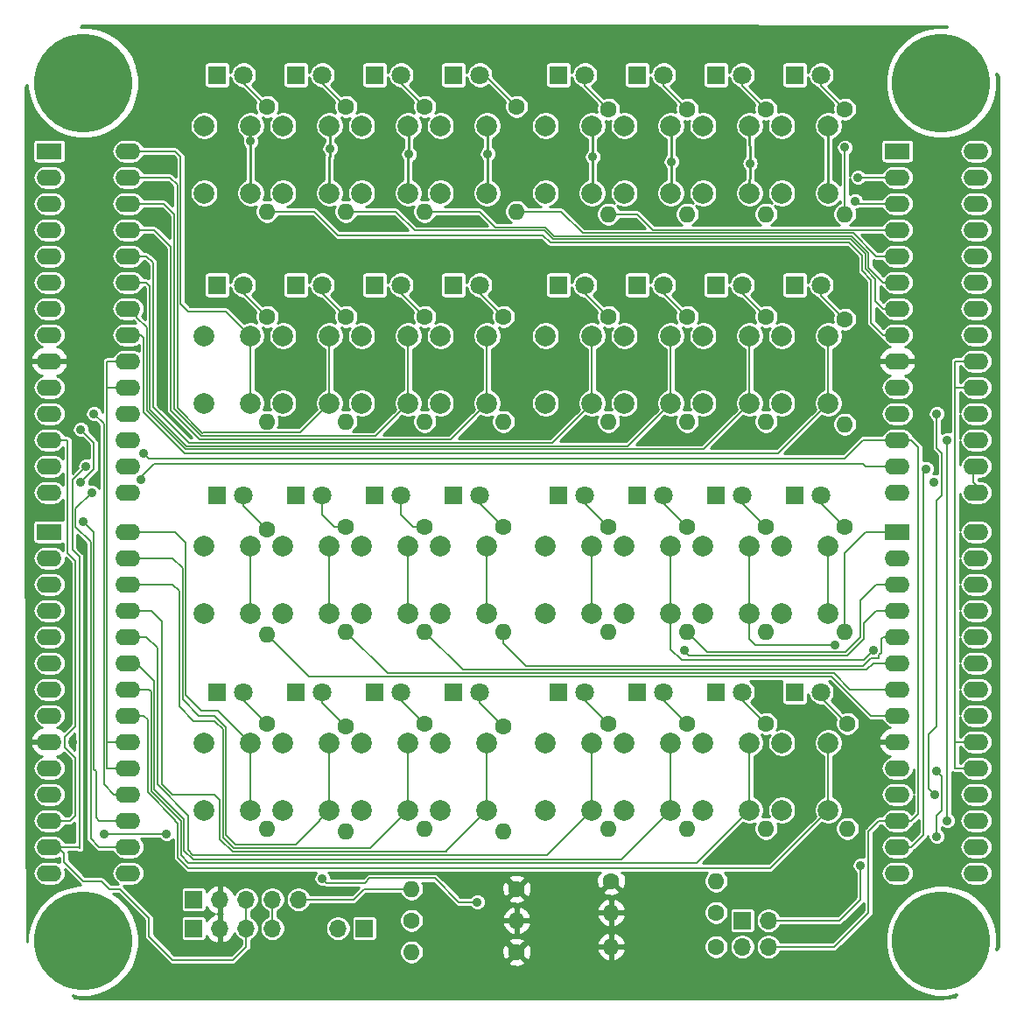
<source format=gtl>
G04 #@! TF.GenerationSoftware,KiCad,Pcbnew,(5.1.5)-3*
G04 #@! TF.CreationDate,2021-06-19T20:55:57-04:00*
G04 #@! TF.ProjectId,FrontPanel02,46726f6e-7450-4616-9e65-6c30322e6b69,X1*
G04 #@! TF.SameCoordinates,Original*
G04 #@! TF.FileFunction,Copper,L1,Top*
G04 #@! TF.FilePolarity,Positive*
%FSLAX46Y46*%
G04 Gerber Fmt 4.6, Leading zero omitted, Abs format (unit mm)*
G04 Created by KiCad (PCBNEW (5.1.5)-3) date 2021-06-19 20:55:57*
%MOMM*%
%LPD*%
G04 APERTURE LIST*
%ADD10R,2.400000X1.600000*%
%ADD11O,2.400000X1.600000*%
%ADD12C,2.000000*%
%ADD13C,1.600000*%
%ADD14O,1.600000X1.600000*%
%ADD15C,1.800000*%
%ADD16R,1.800000X1.800000*%
%ADD17R,1.700000X1.700000*%
%ADD18O,1.700000X1.700000*%
%ADD19C,9.525000*%
%ADD20C,0.889000*%
%ADD21C,0.152400*%
%ADD22C,0.254000*%
G04 APERTURE END LIST*
D10*
X12700000Y-59436000D03*
D11*
X20320000Y-92456000D03*
X12700000Y-61976000D03*
X20320000Y-89916000D03*
X12700000Y-64516000D03*
X20320000Y-87376000D03*
X12700000Y-67056000D03*
X20320000Y-84836000D03*
X12700000Y-69596000D03*
X20320000Y-82296000D03*
X12700000Y-72136000D03*
X20320000Y-79756000D03*
X12700000Y-74676000D03*
X20320000Y-77216000D03*
X12700000Y-77216000D03*
X20320000Y-74676000D03*
X12700000Y-79756000D03*
X20320000Y-72136000D03*
X12700000Y-82296000D03*
X20320000Y-69596000D03*
X12700000Y-84836000D03*
X20320000Y-67056000D03*
X12700000Y-87376000D03*
X20320000Y-64516000D03*
X12700000Y-89916000D03*
X20320000Y-61976000D03*
X12700000Y-92456000D03*
X20320000Y-59436000D03*
X20320000Y-22606000D03*
X12700000Y-55626000D03*
X20320000Y-25146000D03*
X12700000Y-53086000D03*
X20320000Y-27686000D03*
X12700000Y-50546000D03*
X20320000Y-30226000D03*
X12700000Y-48006000D03*
X20320000Y-32766000D03*
X12700000Y-45466000D03*
X20320000Y-35306000D03*
X12700000Y-42926000D03*
X20320000Y-37846000D03*
X12700000Y-40386000D03*
X20320000Y-40386000D03*
X12700000Y-37846000D03*
X20320000Y-42926000D03*
X12700000Y-35306000D03*
X20320000Y-45466000D03*
X12700000Y-32766000D03*
X20320000Y-48006000D03*
X12700000Y-30226000D03*
X20320000Y-50546000D03*
X12700000Y-27686000D03*
X20320000Y-53086000D03*
X12700000Y-25146000D03*
X20320000Y-55626000D03*
D10*
X12700000Y-22606000D03*
D12*
X32186000Y-46990000D03*
X27686000Y-46990000D03*
X32186000Y-40490000D03*
X27686000Y-40490000D03*
D13*
X89662000Y-38862000D03*
D14*
X89662000Y-49022000D03*
D15*
X31496000Y-74930000D03*
D16*
X28956000Y-74930000D03*
X36576000Y-74930000D03*
D15*
X39116000Y-74930000D03*
X46736000Y-74930000D03*
D16*
X44196000Y-74930000D03*
X51816000Y-74930000D03*
D15*
X54356000Y-74930000D03*
X64516000Y-74930000D03*
D16*
X61976000Y-74930000D03*
X69596000Y-74930000D03*
D15*
X72136000Y-74930000D03*
X79756000Y-74930000D03*
D16*
X77216000Y-74930000D03*
X84836000Y-74930000D03*
D15*
X87376000Y-74930000D03*
X31496000Y-55880000D03*
D16*
X28956000Y-55880000D03*
X36576000Y-55880000D03*
D15*
X39116000Y-55880000D03*
X46736000Y-55880000D03*
D16*
X44196000Y-55880000D03*
X51816000Y-55880000D03*
D15*
X54356000Y-55880000D03*
X64516000Y-55880000D03*
D16*
X61976000Y-55880000D03*
X69596000Y-55880000D03*
D15*
X72136000Y-55880000D03*
X79756000Y-55880000D03*
D16*
X77216000Y-55880000D03*
X84836000Y-55880000D03*
D15*
X87376000Y-55880000D03*
X31496000Y-35560000D03*
D16*
X28956000Y-35560000D03*
D15*
X39116000Y-35560000D03*
D16*
X36576000Y-35560000D03*
D15*
X46736000Y-35560000D03*
D16*
X44196000Y-35560000D03*
X51816000Y-35560000D03*
D15*
X54356000Y-35560000D03*
X64516000Y-35560000D03*
D16*
X61976000Y-35560000D03*
X69596000Y-35560000D03*
D15*
X72136000Y-35560000D03*
X79756000Y-35560000D03*
D16*
X77216000Y-35560000D03*
X84836000Y-35560000D03*
D15*
X87376000Y-35560000D03*
D16*
X28956000Y-15240000D03*
D15*
X31496000Y-15240000D03*
D16*
X36576000Y-15240000D03*
D15*
X39116000Y-15240000D03*
X46736000Y-15240000D03*
D16*
X44196000Y-15240000D03*
X51816000Y-15240000D03*
D15*
X54356000Y-15240000D03*
X64516000Y-15240000D03*
D16*
X61976000Y-15240000D03*
D15*
X72136000Y-15240000D03*
D16*
X69596000Y-15240000D03*
X77216000Y-15240000D03*
D15*
X79756000Y-15240000D03*
D16*
X84836000Y-15240000D03*
D15*
X87376000Y-15240000D03*
D17*
X43180000Y-97790000D03*
D18*
X40640000Y-97790000D03*
D12*
X32186000Y-86360000D03*
X27686000Y-86360000D03*
X32186000Y-79860000D03*
X27686000Y-79860000D03*
X35306000Y-79860000D03*
X39806000Y-79860000D03*
X35306000Y-86360000D03*
X39806000Y-86360000D03*
X47426000Y-86360000D03*
X42926000Y-86360000D03*
X47426000Y-79860000D03*
X42926000Y-79860000D03*
X50546000Y-79860000D03*
X55046000Y-79860000D03*
X50546000Y-86360000D03*
X55046000Y-86360000D03*
X65206000Y-86360000D03*
X60706000Y-86360000D03*
X65206000Y-79860000D03*
X60706000Y-79860000D03*
X68326000Y-79860000D03*
X72826000Y-79860000D03*
X68326000Y-86360000D03*
X72826000Y-86360000D03*
X80446000Y-86360000D03*
X75946000Y-86360000D03*
X80446000Y-79860000D03*
X75946000Y-79860000D03*
X83566000Y-79860000D03*
X88066000Y-79860000D03*
X83566000Y-86360000D03*
X88066000Y-86360000D03*
X32186000Y-67310000D03*
X27686000Y-67310000D03*
X32186000Y-60810000D03*
X27686000Y-60810000D03*
X35306000Y-60810000D03*
X39806000Y-60810000D03*
X35306000Y-67310000D03*
X39806000Y-67310000D03*
X47426000Y-67310000D03*
X42926000Y-67310000D03*
X47426000Y-60810000D03*
X42926000Y-60810000D03*
X50546000Y-60810000D03*
X55046000Y-60810000D03*
X50546000Y-67310000D03*
X55046000Y-67310000D03*
X65206000Y-67310000D03*
X60706000Y-67310000D03*
X65206000Y-60810000D03*
X60706000Y-60810000D03*
X68326000Y-60810000D03*
X72826000Y-60810000D03*
X68326000Y-67310000D03*
X72826000Y-67310000D03*
X75946000Y-60810000D03*
X80446000Y-60810000D03*
X75946000Y-67310000D03*
X80446000Y-67310000D03*
X83566000Y-60810000D03*
X88066000Y-60810000D03*
X83566000Y-67310000D03*
X88066000Y-67310000D03*
X35306000Y-40490000D03*
X39806000Y-40490000D03*
X35306000Y-46990000D03*
X39806000Y-46990000D03*
X47426000Y-46990000D03*
X42926000Y-46990000D03*
X47426000Y-40490000D03*
X42926000Y-40490000D03*
X50546000Y-40490000D03*
X55046000Y-40490000D03*
X50546000Y-46990000D03*
X55046000Y-46990000D03*
X65206000Y-46990000D03*
X60706000Y-46990000D03*
X65206000Y-40490000D03*
X60706000Y-40490000D03*
X68326000Y-40490000D03*
X72826000Y-40490000D03*
X68326000Y-46990000D03*
X72826000Y-46990000D03*
X80446000Y-46990000D03*
X75946000Y-46990000D03*
X80446000Y-40490000D03*
X75946000Y-40490000D03*
X88066000Y-46990000D03*
X83566000Y-46990000D03*
X88066000Y-40490000D03*
X83566000Y-40490000D03*
X32186000Y-26670000D03*
X27686000Y-26670000D03*
X32186000Y-20170000D03*
X27686000Y-20170000D03*
X35306000Y-20170000D03*
X39806000Y-20170000D03*
X35306000Y-26670000D03*
X39806000Y-26670000D03*
X47426000Y-26670000D03*
X42926000Y-26670000D03*
X47426000Y-20170000D03*
X42926000Y-20170000D03*
X50546000Y-20170000D03*
X55046000Y-20170000D03*
X50546000Y-26670000D03*
X55046000Y-26670000D03*
X65206000Y-26670000D03*
X60706000Y-26670000D03*
X65206000Y-20170000D03*
X60706000Y-20170000D03*
X68326000Y-20170000D03*
X72826000Y-20170000D03*
X68326000Y-26670000D03*
X72826000Y-26670000D03*
X80446000Y-26670000D03*
X75946000Y-26670000D03*
X80446000Y-20170000D03*
X75946000Y-20170000D03*
X83566000Y-20170000D03*
X88066000Y-20170000D03*
X83566000Y-26670000D03*
X88066000Y-26670000D03*
D17*
X26670000Y-97790000D03*
D18*
X29210000Y-97790000D03*
X31750000Y-97790000D03*
X34290000Y-97790000D03*
D19*
X99000000Y-99000000D03*
X16000000Y-99000000D03*
X99000000Y-16000000D03*
X16000000Y-16000000D03*
D17*
X26670000Y-94996000D03*
D18*
X29210000Y-94996000D03*
X31750000Y-94996000D03*
X34290000Y-94996000D03*
X36830000Y-94996000D03*
D10*
X94742000Y-59436000D03*
D11*
X102362000Y-92456000D03*
X94742000Y-61976000D03*
X102362000Y-89916000D03*
X94742000Y-64516000D03*
X102362000Y-87376000D03*
X94742000Y-67056000D03*
X102362000Y-84836000D03*
X94742000Y-69596000D03*
X102362000Y-82296000D03*
X94742000Y-72136000D03*
X102362000Y-79756000D03*
X94742000Y-74676000D03*
X102362000Y-77216000D03*
X94742000Y-77216000D03*
X102362000Y-74676000D03*
X94742000Y-79756000D03*
X102362000Y-72136000D03*
X94742000Y-82296000D03*
X102362000Y-69596000D03*
X94742000Y-84836000D03*
X102362000Y-67056000D03*
X94742000Y-87376000D03*
X102362000Y-64516000D03*
X94742000Y-89916000D03*
X102362000Y-61976000D03*
X94742000Y-92456000D03*
X102362000Y-59436000D03*
X102362000Y-22606000D03*
X94742000Y-55626000D03*
X102362000Y-25146000D03*
X94742000Y-53086000D03*
X102362000Y-27686000D03*
X94742000Y-50546000D03*
X102362000Y-30226000D03*
X94742000Y-48006000D03*
X102362000Y-32766000D03*
X94742000Y-45466000D03*
X102362000Y-35306000D03*
X94742000Y-42926000D03*
X102362000Y-37846000D03*
X94742000Y-40386000D03*
X102362000Y-40386000D03*
X94742000Y-37846000D03*
X102362000Y-42926000D03*
X94742000Y-35306000D03*
X102362000Y-45466000D03*
X94742000Y-32766000D03*
X102362000Y-48006000D03*
X94742000Y-30226000D03*
X102362000Y-50546000D03*
X94742000Y-27686000D03*
X102362000Y-53086000D03*
X94742000Y-25146000D03*
X102362000Y-55626000D03*
D10*
X94742000Y-22606000D03*
D13*
X77216000Y-96266000D03*
D14*
X67056000Y-96266000D03*
X67056000Y-99568000D03*
D13*
X77216000Y-99568000D03*
X57912000Y-93980000D03*
D14*
X47752000Y-93980000D03*
D13*
X67056000Y-93218000D03*
D14*
X77216000Y-93218000D03*
D13*
X33782000Y-77978000D03*
D14*
X33782000Y-88138000D03*
X57912000Y-97028000D03*
D13*
X47752000Y-97028000D03*
X57912000Y-100076000D03*
D14*
X47752000Y-100076000D03*
D13*
X41402000Y-78232000D03*
D14*
X41402000Y-88392000D03*
X49022000Y-88138000D03*
D13*
X49022000Y-77978000D03*
D14*
X56642000Y-88392000D03*
D13*
X56642000Y-78232000D03*
D14*
X66802000Y-88138000D03*
D13*
X66802000Y-77978000D03*
X74422000Y-77978000D03*
D14*
X74422000Y-88138000D03*
X82042000Y-88138000D03*
D13*
X82042000Y-77978000D03*
D14*
X89916000Y-88138000D03*
D13*
X89916000Y-77978000D03*
D14*
X33782000Y-69342000D03*
D13*
X33782000Y-59182000D03*
D14*
X41402000Y-69088000D03*
D13*
X41402000Y-58928000D03*
X49022000Y-58928000D03*
D14*
X49022000Y-69088000D03*
D13*
X56642000Y-58928000D03*
D14*
X56642000Y-69088000D03*
X66802000Y-69088000D03*
D13*
X66802000Y-58928000D03*
D14*
X74422000Y-69088000D03*
D13*
X74422000Y-58928000D03*
X82042000Y-58928000D03*
D14*
X82042000Y-69088000D03*
D13*
X89662000Y-58928000D03*
D14*
X89662000Y-69088000D03*
X33782000Y-48768000D03*
D13*
X33782000Y-38608000D03*
D14*
X41402000Y-48768000D03*
D13*
X41402000Y-38608000D03*
X49022000Y-38608000D03*
D14*
X49022000Y-48768000D03*
D13*
X56642000Y-38608000D03*
D14*
X56642000Y-48768000D03*
X66802000Y-48768000D03*
D13*
X66802000Y-38608000D03*
D14*
X74422000Y-48768000D03*
D13*
X74422000Y-38608000D03*
X82042000Y-38608000D03*
D14*
X82042000Y-48768000D03*
D13*
X33782000Y-18288000D03*
D14*
X33782000Y-28448000D03*
X41402000Y-28448000D03*
D13*
X41402000Y-18288000D03*
D14*
X49022000Y-28448000D03*
D13*
X49022000Y-18288000D03*
X57912000Y-18288000D03*
D14*
X57912000Y-28448000D03*
X66802000Y-28702000D03*
D13*
X66802000Y-18542000D03*
X74422000Y-18542000D03*
D14*
X74422000Y-28702000D03*
X82042000Y-28702000D03*
D13*
X82042000Y-18542000D03*
X89662000Y-18542000D03*
D14*
X89662000Y-28702000D03*
D17*
X79756000Y-97028000D03*
D18*
X82296000Y-97028000D03*
X79756000Y-99568000D03*
X82296000Y-99568000D03*
D20*
X99568000Y-87376000D03*
X99568000Y-50546000D03*
X15748000Y-49530000D03*
X15748000Y-54610000D03*
X16002000Y-58420000D03*
X21844000Y-51816000D03*
X24041100Y-88646000D03*
X18034000Y-88646000D03*
X97536000Y-53340000D03*
X21590000Y-54356000D03*
X91186000Y-91694000D03*
X16256000Y-53086000D03*
X98298000Y-54610000D03*
X14947910Y-79756000D03*
X98552000Y-88900000D03*
X98552000Y-82550000D03*
X17018000Y-48006000D03*
X98386900Y-84836000D03*
X98552000Y-48006000D03*
X39116000Y-92964000D03*
X54102000Y-95250000D03*
X16802090Y-55626000D03*
X74117190Y-70916810D03*
X90665280Y-27432000D03*
X90932000Y-25146000D03*
X89662000Y-22250499D03*
X92456000Y-70866000D03*
X88739100Y-70358000D03*
X32186000Y-21662000D03*
X39878000Y-22352000D03*
X47498000Y-22923500D03*
X55118000Y-22860119D03*
X65278000Y-23164929D03*
X72898000Y-23622000D03*
X80513160Y-23787100D03*
D21*
X101686003Y-50079000D02*
X101854000Y-49911003D01*
X99568000Y-87376000D02*
X99568000Y-50546000D01*
X19812000Y-87376000D02*
X17526000Y-87376000D01*
X17526000Y-87376000D02*
X17221190Y-87071190D01*
X17221190Y-82599322D02*
X17018000Y-82396132D01*
X17221190Y-87071190D02*
X17221190Y-82599322D01*
X17018000Y-59436000D02*
X16002000Y-58420000D01*
X17018000Y-82396132D02*
X17018000Y-59436000D01*
X17018000Y-53340000D02*
X15748000Y-54610000D01*
X15748000Y-49530000D02*
X17018000Y-50800000D01*
X17018000Y-50800000D02*
X17018000Y-53340000D01*
X96094400Y-87376000D02*
X96774000Y-86696400D01*
X94742000Y-87376000D02*
X96094400Y-87376000D01*
X96094400Y-50546000D02*
X94742000Y-50546000D01*
X96774000Y-51225600D02*
X96094400Y-50546000D01*
X96774000Y-86696400D02*
X96774000Y-51225600D01*
X12192000Y-87376000D02*
X13544400Y-87376000D01*
X34290000Y-94996000D02*
X34290000Y-97790000D01*
X82296000Y-99568000D02*
X88646000Y-99568000D01*
X88646000Y-99568000D02*
X91948000Y-96266000D01*
X91948000Y-96266000D02*
X91948000Y-88392000D01*
X92964000Y-87376000D02*
X94742000Y-87376000D01*
X91948000Y-88392000D02*
X92964000Y-87376000D01*
X21844000Y-51816000D02*
X22352000Y-52324000D01*
X22352000Y-52324000D02*
X89662000Y-52324000D01*
X91440000Y-50546000D02*
X94742000Y-50546000D01*
X89662000Y-52324000D02*
X91440000Y-50546000D01*
X24041100Y-88646000D02*
X18034000Y-88646000D01*
X12700000Y-87376000D02*
X14732000Y-87376000D01*
X14732000Y-87376000D02*
X15240000Y-86868000D01*
X15240000Y-86868000D02*
X15240000Y-81280000D01*
X15240000Y-81280000D02*
X14224000Y-80264000D01*
X14224000Y-80264000D02*
X14224000Y-79248000D01*
X14224000Y-79248000D02*
X15240000Y-78232000D01*
X15240000Y-78232000D02*
X15240000Y-62230000D01*
X15240000Y-62230000D02*
X14478000Y-61468000D01*
X14478000Y-61468000D02*
X14478000Y-50546000D01*
X14478000Y-50546000D02*
X12700000Y-50546000D01*
X94742000Y-89916000D02*
X96094400Y-89916000D01*
X96094400Y-89916000D02*
X97282000Y-88728400D01*
X97282000Y-88728400D02*
X97282000Y-53594000D01*
X97282000Y-53594000D02*
X97536000Y-53340000D01*
X31750000Y-94996000D02*
X31750000Y-97790000D01*
X94742000Y-53086000D02*
X91694000Y-53086000D01*
X91694000Y-53086000D02*
X91440000Y-52832000D01*
X91440000Y-52832000D02*
X22860000Y-52832000D01*
X22860000Y-52832000D02*
X21590000Y-54102000D01*
X21590000Y-54102000D02*
X21590000Y-54356000D01*
X12192000Y-89916000D02*
X13544400Y-89916000D01*
X18542000Y-93980000D02*
X17780000Y-93218000D01*
X17780000Y-93218000D02*
X16002000Y-93218000D01*
X14138200Y-91354200D02*
X14138200Y-90509800D01*
X16002000Y-93218000D02*
X14138200Y-91354200D01*
X13544400Y-89916000D02*
X14138200Y-90509800D01*
X18542000Y-93980000D02*
X19558000Y-93980000D01*
X19558000Y-93980000D02*
X22352000Y-96774000D01*
X22352000Y-96774000D02*
X22352000Y-98552000D01*
X22352000Y-98552000D02*
X24638000Y-100838000D01*
X24638000Y-100838000D02*
X30480000Y-100838000D01*
X31750000Y-99568000D02*
X31750000Y-97790000D01*
X30480000Y-100838000D02*
X31750000Y-99568000D01*
X82296000Y-97028000D02*
X89154000Y-97028000D01*
X91186000Y-94996000D02*
X91186000Y-91694000D01*
X89154000Y-97028000D02*
X91186000Y-94996000D01*
X14986000Y-57011024D02*
X14986000Y-54356000D01*
X14935190Y-57061834D02*
X14986000Y-57011024D01*
X12700000Y-89916000D02*
X15494022Y-89916000D01*
X15494022Y-89916000D02*
X15621011Y-90042989D01*
X15621011Y-90042989D02*
X15621011Y-61849011D01*
X15621011Y-61849011D02*
X14935190Y-61163190D01*
X14986000Y-54356000D02*
X16256000Y-53086000D01*
X14935190Y-61163190D02*
X14935190Y-57061834D01*
X102882701Y-53073299D02*
X102120701Y-53835299D01*
X102882701Y-53073299D02*
X102882701Y-53113095D01*
X102870000Y-53086000D02*
X102120701Y-53835299D01*
X102120701Y-53835299D02*
X102120701Y-54622701D01*
X102120701Y-54622701D02*
X102362000Y-54864000D01*
X98317000Y-54629000D02*
X98298000Y-54610000D01*
X31496000Y-75692000D02*
X31496000Y-74930000D01*
X33782000Y-77978000D02*
X31496000Y-75692000D01*
X41402000Y-78232000D02*
X39116000Y-75946000D01*
X39116000Y-75258518D02*
X39116000Y-74930000D01*
X39116000Y-75946000D02*
X39116000Y-75258518D01*
X46736000Y-75692000D02*
X46736000Y-74930000D01*
X49022000Y-77978000D02*
X46736000Y-75692000D01*
X54356000Y-75946000D02*
X54356000Y-74930000D01*
X56642000Y-78232000D02*
X54356000Y-75946000D01*
X64516000Y-75692000D02*
X64516000Y-74930000D01*
X66802000Y-77978000D02*
X64516000Y-75692000D01*
X72136000Y-75692000D02*
X72136000Y-74930000D01*
X74422000Y-77978000D02*
X72136000Y-75692000D01*
X79756000Y-75692000D02*
X79756000Y-74930000D01*
X82042000Y-77978000D02*
X79756000Y-75692000D01*
X87376000Y-75438000D02*
X87376000Y-74930000D01*
X89916000Y-77978000D02*
X87376000Y-75438000D01*
X31496000Y-56896000D02*
X31496000Y-55880000D01*
X33782000Y-59182000D02*
X31496000Y-56896000D01*
X39116000Y-57773370D02*
X39116000Y-55880000D01*
X40270630Y-58928000D02*
X39116000Y-57773370D01*
X41402000Y-58928000D02*
X40270630Y-58928000D01*
X46736000Y-57773370D02*
X46736000Y-55880000D01*
X47890630Y-58928000D02*
X46736000Y-57773370D01*
X49022000Y-58928000D02*
X47890630Y-58928000D01*
X54356000Y-56642000D02*
X54356000Y-55880000D01*
X56642000Y-58928000D02*
X54356000Y-56642000D01*
X64516000Y-56642000D02*
X64516000Y-55880000D01*
X66802000Y-58928000D02*
X64516000Y-56642000D01*
X72136000Y-56642000D02*
X72136000Y-55880000D01*
X74422000Y-58928000D02*
X72136000Y-56642000D01*
X79756000Y-56642000D02*
X79756000Y-55880000D01*
X82042000Y-58928000D02*
X79756000Y-56642000D01*
X87376000Y-56642000D02*
X87376000Y-55880000D01*
X89662000Y-58928000D02*
X87376000Y-56642000D01*
X31496000Y-36322000D02*
X31496000Y-35560000D01*
X33782000Y-38608000D02*
X31496000Y-36322000D01*
X39116000Y-36322000D02*
X39116000Y-35560000D01*
X41402000Y-38608000D02*
X39116000Y-36322000D01*
X46736000Y-36322000D02*
X46736000Y-35560000D01*
X49022000Y-38608000D02*
X46736000Y-36322000D01*
X54356000Y-36322000D02*
X54356000Y-35560000D01*
X56642000Y-38608000D02*
X54356000Y-36322000D01*
X64516000Y-36322000D02*
X64516000Y-35560000D01*
X66802000Y-38608000D02*
X64516000Y-36322000D01*
X72136000Y-36322000D02*
X72136000Y-35560000D01*
X74422000Y-38608000D02*
X72136000Y-36322000D01*
X79756000Y-36322000D02*
X79756000Y-35560000D01*
X82042000Y-38608000D02*
X79756000Y-36322000D01*
X87376000Y-36576000D02*
X87376000Y-35560000D01*
X89662000Y-38862000D02*
X87376000Y-36576000D01*
X31496000Y-16002000D02*
X31496000Y-15240000D01*
X33782000Y-18288000D02*
X31496000Y-16002000D01*
X39116000Y-16002000D02*
X39116000Y-15240000D01*
X41402000Y-18288000D02*
X39116000Y-16002000D01*
X46736000Y-16002000D02*
X46736000Y-15240000D01*
X49022000Y-18288000D02*
X46736000Y-16002000D01*
X54864000Y-15240000D02*
X54356000Y-15240000D01*
X57912000Y-18288000D02*
X54864000Y-15240000D01*
X64516000Y-16256000D02*
X64516000Y-15240000D01*
X66802000Y-18542000D02*
X64516000Y-16256000D01*
X72136000Y-16256000D02*
X72136000Y-15240000D01*
X74422000Y-18542000D02*
X72136000Y-16256000D01*
X79756000Y-16256000D02*
X79756000Y-15240000D01*
X82042000Y-18542000D02*
X79756000Y-16256000D01*
X87376000Y-16256000D02*
X87376000Y-15240000D01*
X89662000Y-18542000D02*
X87376000Y-16256000D01*
X100330000Y-45466000D02*
X102362000Y-45466000D01*
X102362000Y-42926000D02*
X100330000Y-42926000D01*
X100330000Y-42926000D02*
X100330000Y-45466000D01*
X100330000Y-45466000D02*
X100330000Y-79756000D01*
X100330000Y-79756000D02*
X102362000Y-79756000D01*
X102362000Y-82296000D02*
X100330000Y-82296000D01*
X100330000Y-82296000D02*
X100330000Y-79756000D01*
X98552000Y-82550000D02*
X99060000Y-83058000D01*
X99060000Y-86360000D02*
X98552000Y-86868000D01*
X99060000Y-83058000D02*
X99060000Y-86360000D01*
X98552000Y-88900000D02*
X98552000Y-86868000D01*
X36830000Y-94996000D02*
X42164000Y-94996000D01*
X43180000Y-93980000D02*
X47752000Y-93980000D01*
X42164000Y-94996000D02*
X43180000Y-93980000D01*
X18288000Y-42926000D02*
X18288000Y-45466000D01*
X18288000Y-45466000D02*
X19812000Y-45466000D01*
X19812000Y-42926000D02*
X18288000Y-42926000D01*
X18288000Y-45466000D02*
X18288000Y-79756000D01*
X18288000Y-79756000D02*
X19812000Y-79756000D01*
X18288000Y-79756000D02*
X18288000Y-82296000D01*
X19812000Y-82296000D02*
X18288000Y-82296000D01*
X101835000Y-47479000D02*
X101854000Y-47498000D01*
X98386900Y-84836000D02*
X97790000Y-84239100D01*
X97790000Y-78994000D02*
X98552000Y-78232000D01*
X97790000Y-84239100D02*
X97790000Y-78994000D01*
X98552000Y-78232000D02*
X98552000Y-56388000D01*
X98552000Y-56388000D02*
X99060000Y-55880000D01*
X99060000Y-55880000D02*
X99060000Y-51816000D01*
X99060000Y-51816000D02*
X98552000Y-51308000D01*
X98552000Y-51308000D02*
X98552000Y-48006000D01*
X17983190Y-83851590D02*
X17983190Y-48971190D01*
X20320000Y-84836000D02*
X18967600Y-84836000D01*
X17983190Y-48971190D02*
X17018000Y-48006000D01*
X18967600Y-84836000D02*
X17983190Y-83851590D01*
X52324000Y-95250000D02*
X54102000Y-95250000D01*
X50025399Y-92951399D02*
X52324000Y-95250000D01*
X39116000Y-92964000D02*
X39560499Y-93408499D01*
X39560499Y-93408499D02*
X43243501Y-93408499D01*
X43243501Y-93408499D02*
X43700601Y-92951399D01*
X43700601Y-92951399D02*
X50025399Y-92951399D01*
X15240000Y-57188090D02*
X16802090Y-55626000D01*
X19812000Y-89916000D02*
X17526000Y-89916000D01*
X16713190Y-89103190D02*
X16713190Y-60401190D01*
X17526000Y-89916000D02*
X16713190Y-89103190D01*
X16713190Y-60401190D02*
X15240000Y-58928000D01*
X15240000Y-58928000D02*
X15240000Y-57188090D01*
X88392000Y-73406000D02*
X92202000Y-77216000D01*
X92202000Y-77216000D02*
X94742000Y-77216000D01*
X37846000Y-73406000D02*
X88392000Y-73406000D01*
X33782000Y-69342000D02*
X37846000Y-73406000D01*
X45415190Y-73101190D02*
X41402000Y-69088000D01*
X88595190Y-73101190D02*
X45415190Y-73101190D01*
X94742000Y-74676000D02*
X90170000Y-74676000D01*
X90170000Y-74676000D02*
X88595190Y-73101190D01*
X94742000Y-72136000D02*
X92456000Y-72136000D01*
X92456000Y-72136000D02*
X91795620Y-72796380D01*
X52730380Y-72796380D02*
X49022000Y-69088000D01*
X91795620Y-72796380D02*
X52730380Y-72796380D01*
X56642000Y-70219370D02*
X58812630Y-72390000D01*
X56642000Y-69088000D02*
X56642000Y-70219370D01*
X58812630Y-72390000D02*
X91440000Y-72390000D01*
X91440000Y-72390000D02*
X92202000Y-71628000D01*
X92202000Y-71628000D02*
X92964000Y-71628000D01*
X92964000Y-71354190D02*
X93198190Y-71120000D01*
X92964000Y-71628000D02*
X92964000Y-71354190D01*
X93389600Y-69596000D02*
X94742000Y-69596000D01*
X93198190Y-69787410D02*
X93389600Y-69596000D01*
X93198190Y-71120000D02*
X93198190Y-69787410D01*
X89916000Y-71374000D02*
X91490810Y-69799190D01*
X74574380Y-71374000D02*
X89916000Y-71374000D01*
X74117190Y-70916810D02*
X74574380Y-71374000D01*
X91490810Y-68275190D02*
X92710000Y-67056000D01*
X91490810Y-69799190D02*
X91490810Y-68275190D01*
X92710000Y-67056000D02*
X94742000Y-67056000D01*
X92710000Y-64516000D02*
X94742000Y-64516000D01*
X91186000Y-69596000D02*
X91186000Y-66040000D01*
X89750899Y-71031101D02*
X91186000Y-69596000D01*
X76365101Y-71031101D02*
X89750899Y-71031101D01*
X91186000Y-66040000D02*
X92710000Y-64516000D01*
X74422000Y-69088000D02*
X76365101Y-71031101D01*
X89662000Y-61468000D02*
X91694000Y-59436000D01*
X89662000Y-69088000D02*
X89662000Y-61468000D01*
X94742000Y-59436000D02*
X91694000Y-59436000D01*
X60452000Y-30734000D02*
X40640000Y-30734000D01*
X61163239Y-31445239D02*
X60452000Y-30734000D01*
X38354000Y-28448000D02*
X33782000Y-28448000D01*
X90096041Y-31445239D02*
X61163239Y-31445239D01*
X40640000Y-30734000D02*
X38354000Y-28448000D01*
X91338380Y-32687578D02*
X90096041Y-31445239D01*
X93389600Y-40386000D02*
X92202000Y-39198400D01*
X92202000Y-39198400D02*
X92202000Y-35052000D01*
X94742000Y-40386000D02*
X93389600Y-40386000D01*
X92202000Y-35052000D02*
X91338380Y-34188380D01*
X91338380Y-34188380D02*
X91338380Y-32687578D01*
X60579744Y-30276810D02*
X48056810Y-30276810D01*
X48056810Y-30276810D02*
X46228000Y-28448000D01*
X61443363Y-31140429D02*
X60579744Y-30276810D01*
X46228000Y-28448000D02*
X41402000Y-28448000D01*
X90222298Y-31140430D02*
X61443363Y-31140429D01*
X91643190Y-32561322D02*
X90222298Y-31140430D01*
X93389600Y-37846000D02*
X92627600Y-37084000D01*
X91643190Y-33990656D02*
X91643190Y-32561322D01*
X94742000Y-37846000D02*
X93389600Y-37846000D01*
X92627600Y-37084000D02*
X92627600Y-34975066D01*
X92627600Y-34975066D02*
X91643190Y-33990656D01*
X93389600Y-35306000D02*
X91948000Y-33864400D01*
X94742000Y-35306000D02*
X93389600Y-35306000D01*
X91948000Y-33864400D02*
X91948000Y-32435066D01*
X91948000Y-32435066D02*
X90348554Y-30835620D01*
X90348554Y-30835620D02*
X61569620Y-30835620D01*
X61569620Y-30835620D02*
X60706000Y-29972000D01*
X60706000Y-29972000D02*
X55880000Y-29972000D01*
X54356000Y-28448000D02*
X49022000Y-28448000D01*
X55880000Y-29972000D02*
X54356000Y-28448000D01*
X62230000Y-28448000D02*
X57912000Y-28448000D01*
X64312810Y-30530810D02*
X62230000Y-28448000D01*
X90474810Y-30530810D02*
X64312810Y-30530810D01*
X94742000Y-32766000D02*
X92710000Y-32766000D01*
X92710000Y-32766000D02*
X90474810Y-30530810D01*
X69596000Y-28702000D02*
X71120000Y-30226000D01*
X66802000Y-28702000D02*
X69596000Y-28702000D01*
X94742000Y-30226000D02*
X71120000Y-30226000D01*
X94742000Y-27686000D02*
X90919280Y-27686000D01*
X90919280Y-27686000D02*
X90665280Y-27432000D01*
X94742000Y-25146000D02*
X90932000Y-25146000D01*
X89662000Y-28702000D02*
X89662000Y-23368000D01*
X89662000Y-22250499D02*
X89662000Y-23368000D01*
X89662000Y-23368000D02*
X89662000Y-22606000D01*
X32186000Y-79860000D02*
X32186000Y-86360000D01*
X24892000Y-59436000D02*
X25908000Y-60452000D01*
X20320000Y-59436000D02*
X24892000Y-59436000D01*
X25908000Y-75184000D02*
X27432000Y-76708000D01*
X29034000Y-76708000D02*
X32186000Y-79860000D01*
X25908000Y-60452000D02*
X25908000Y-75184000D01*
X27432000Y-76708000D02*
X29034000Y-76708000D01*
X39806000Y-79860000D02*
X39806000Y-86360000D01*
X38806001Y-87359999D02*
X38806001Y-87431999D01*
X39806000Y-86360000D02*
X38806001Y-87359999D01*
X38806001Y-87431999D02*
X36576000Y-89662000D01*
X36576000Y-89662000D02*
X30734000Y-89662000D01*
X30734000Y-89662000D02*
X29819620Y-88747620D01*
X29819620Y-88747620D02*
X29819620Y-78333620D01*
X29819620Y-78333620D02*
X28702000Y-77216000D01*
X28702000Y-77216000D02*
X27178000Y-77216000D01*
X27178000Y-77216000D02*
X25603190Y-75641190D01*
X25603190Y-75641190D02*
X25603190Y-62941190D01*
X24638000Y-61976000D02*
X20320000Y-61976000D01*
X25603190Y-62941190D02*
X24638000Y-61976000D01*
X47426000Y-79860000D02*
X47426000Y-86360000D01*
X30555446Y-90068380D02*
X43717620Y-90068380D01*
X43717620Y-90068380D02*
X47426000Y-86360000D01*
X29514810Y-89027744D02*
X30555446Y-90068380D01*
X29514810Y-78536810D02*
X29514810Y-89027744D01*
X28702000Y-77724000D02*
X29514810Y-78536810D01*
X20320000Y-64516000D02*
X24638000Y-64516000D01*
X25298380Y-65176380D02*
X25298380Y-76352380D01*
X26670000Y-77724000D02*
X28702000Y-77724000D01*
X24638000Y-64516000D02*
X25298380Y-65176380D01*
X25298380Y-76352380D02*
X26670000Y-77724000D01*
X55046000Y-79860000D02*
X55046000Y-86360000D01*
X51104810Y-90301190D02*
X55046000Y-86360000D01*
X51104810Y-90373190D02*
X51104810Y-90301190D01*
X28702000Y-84836000D02*
X29210000Y-85344000D01*
X19812000Y-67056000D02*
X22606000Y-67056000D01*
X30429190Y-90373190D02*
X51104810Y-90373190D01*
X22606000Y-67056000D02*
X23622000Y-68072000D01*
X23622000Y-68072000D02*
X23622000Y-83820000D01*
X29210000Y-85344000D02*
X29210000Y-89154000D01*
X23622000Y-83820000D02*
X24638000Y-84836000D01*
X29210000Y-89154000D02*
X30429190Y-90373190D01*
X24638000Y-84836000D02*
X28702000Y-84836000D01*
X65206000Y-79860000D02*
X65206000Y-86360000D01*
X26593066Y-90678000D02*
X60888000Y-90678000D01*
X26162000Y-90246934D02*
X26593066Y-90678000D01*
X19812000Y-69596000D02*
X22098000Y-69596000D01*
X60888000Y-90678000D02*
X65206000Y-86360000D01*
X22098000Y-69596000D02*
X23164810Y-70662810D01*
X23164810Y-70662810D02*
X23164810Y-83870810D01*
X23164810Y-83870810D02*
X26162000Y-86868000D01*
X26162000Y-86868000D02*
X26162000Y-90246934D01*
X72826000Y-79860000D02*
X72826000Y-86360000D01*
X68050810Y-91135190D02*
X72826000Y-86360000D01*
X26619190Y-91135190D02*
X68050810Y-91135190D01*
X19812000Y-72136000D02*
X21164400Y-72136000D01*
X21164400Y-72136000D02*
X22860000Y-73831600D01*
X22860000Y-73831600D02*
X22860000Y-84328000D01*
X25755620Y-90271620D02*
X26619190Y-91135190D01*
X22860000Y-84328000D02*
X25755620Y-87223620D01*
X25755620Y-87223620D02*
X25755620Y-90271620D01*
X80446000Y-79860000D02*
X80446000Y-86360000D01*
X22555190Y-84531190D02*
X22555190Y-74879190D01*
X22352000Y-74676000D02*
X20320000Y-74676000D01*
X25450810Y-87426810D02*
X22555190Y-84531190D01*
X25450810Y-90728810D02*
X25450810Y-87426810D01*
X26162000Y-91440000D02*
X25450810Y-90728810D01*
X22555190Y-74879190D02*
X22352000Y-74676000D01*
X75366000Y-91440000D02*
X26162000Y-91440000D01*
X80446000Y-86360000D02*
X75366000Y-91440000D01*
X88066000Y-79860000D02*
X88066000Y-86360000D01*
X82478000Y-91948000D02*
X88066000Y-86360000D01*
X25146000Y-90932000D02*
X26162000Y-91948000D01*
X26162000Y-91948000D02*
X82478000Y-91948000D01*
X19812000Y-77216000D02*
X21844000Y-77216000D01*
X25146000Y-90932000D02*
X25146000Y-87630000D01*
X24892000Y-87299066D02*
X22250380Y-84657446D01*
X25146000Y-87630000D02*
X24892000Y-87376000D01*
X24892000Y-87376000D02*
X24892000Y-87299066D01*
X22250380Y-84657446D02*
X22250380Y-77622380D01*
X21844000Y-77216000D02*
X20320000Y-77216000D01*
X22250380Y-77622380D02*
X21844000Y-77216000D01*
X32186000Y-60810000D02*
X32186000Y-67310000D01*
X39806000Y-60810000D02*
X39806000Y-67310000D01*
X47426000Y-60810000D02*
X47426000Y-67310000D01*
X55046000Y-60810000D02*
X55046000Y-67310000D01*
X65206000Y-60810000D02*
X65206000Y-67310000D01*
X72826000Y-60810000D02*
X72826000Y-67310000D01*
X72826000Y-67310000D02*
X72826000Y-70794000D01*
X72826000Y-70794000D02*
X73863190Y-71831190D01*
X91490810Y-71831190D02*
X92456000Y-70866000D01*
X73863190Y-71831190D02*
X91490810Y-71831190D01*
X80446000Y-60810000D02*
X80446000Y-67310000D01*
X88739100Y-70358000D02*
X81026000Y-70358000D01*
X80446000Y-69778000D02*
X80446000Y-67310000D01*
X81026000Y-70358000D02*
X80446000Y-69778000D01*
X88066000Y-60810000D02*
X88066000Y-67310000D01*
X32186000Y-40490000D02*
X32186000Y-46990000D01*
X24892000Y-22606000D02*
X20320000Y-22606000D01*
X25400000Y-23114000D02*
X24892000Y-22606000D01*
X26162000Y-38100000D02*
X25400000Y-37338000D01*
X25400000Y-37338000D02*
X25400000Y-23114000D01*
X29796000Y-38100000D02*
X32186000Y-40490000D01*
X26162000Y-38100000D02*
X29796000Y-38100000D01*
X20320000Y-25146000D02*
X24384000Y-25146000D01*
X24384000Y-25146000D02*
X25095190Y-25857190D01*
X25095190Y-25857190D02*
X25095190Y-47447190D01*
X39806000Y-46990000D02*
X39806000Y-40490000D01*
X25095190Y-47447190D02*
X27533912Y-49885912D01*
X36999399Y-49796601D02*
X38806001Y-47989999D01*
X38806001Y-47989999D02*
X39806000Y-46990000D01*
X27623223Y-49796601D02*
X36999399Y-49796601D01*
X27533912Y-49885912D02*
X27623223Y-49796601D01*
X47426000Y-40490000D02*
X47426000Y-46990000D01*
X23774380Y-27686000D02*
X24790380Y-28702000D01*
X20320000Y-27686000D02*
X23774380Y-27686000D01*
X44225278Y-50190722D02*
X47426000Y-46990000D01*
X24790381Y-47573447D02*
X27407656Y-50190722D01*
X24790380Y-28702000D02*
X24790381Y-47573447D01*
X27407656Y-50190722D02*
X44225278Y-50190722D01*
X55046000Y-40490000D02*
X55046000Y-46990000D01*
X24485572Y-31851572D02*
X22860000Y-30226000D01*
X22860000Y-30226000D02*
X20320000Y-30226000D01*
X24485572Y-31851572D02*
X24485572Y-47699704D01*
X27281211Y-50495343D02*
X24485572Y-47699704D01*
X42671758Y-50518231D02*
X27281211Y-50495343D01*
X55046000Y-46990000D02*
X51517769Y-50518231D01*
X51517769Y-50518231D02*
X42671758Y-50518231D01*
X65206000Y-40490000D02*
X65206000Y-46990000D01*
X61345190Y-50850810D02*
X65206000Y-46990000D01*
X22098000Y-32766000D02*
X22758380Y-33426380D01*
X22758380Y-33426380D02*
X22758380Y-34036000D01*
X22757082Y-34037298D02*
X22757082Y-37088650D01*
X22758380Y-34036000D02*
X22757082Y-34037298D01*
X19812000Y-32766000D02*
X22098000Y-32766000D01*
X22757082Y-37088650D02*
X22764960Y-38608493D01*
X26215736Y-50800000D02*
X27178000Y-50800000D01*
X22764960Y-47349224D02*
X26215736Y-50800000D01*
X22764960Y-38608493D02*
X22764960Y-47349224D01*
X26216114Y-50800378D02*
X22764960Y-47349224D01*
X27432378Y-50800378D02*
X26216114Y-50800378D01*
X27432378Y-50800378D02*
X61345190Y-50850810D01*
X27178000Y-50800000D02*
X27432378Y-50800378D01*
X72826000Y-40490000D02*
X72826000Y-46990000D01*
X68660380Y-51155620D02*
X72826000Y-46990000D01*
X26009620Y-51155620D02*
X68660380Y-51155620D01*
X22460150Y-47606150D02*
X26009620Y-51155620D01*
X19812000Y-35306000D02*
X22098000Y-35306000D01*
X22452272Y-35660272D02*
X22452272Y-39470272D01*
X22452272Y-39470272D02*
X22460150Y-39478150D01*
X22098000Y-35306000D02*
X22452272Y-35660272D01*
X22460150Y-39478150D02*
X22460150Y-47606150D01*
X80446000Y-40490000D02*
X80446000Y-46990000D01*
X75975570Y-51460430D02*
X80446000Y-46990000D01*
X25883363Y-51460429D02*
X75975570Y-51460430D01*
X21164400Y-37846000D02*
X21164400Y-38690400D01*
X19812000Y-37846000D02*
X21164400Y-37846000D01*
X21164400Y-38690400D02*
X22148810Y-39674810D01*
X22148810Y-39674810D02*
X22148810Y-47725876D01*
X22148810Y-47725876D02*
X25883363Y-51460429D01*
X88066000Y-40490000D02*
X88066000Y-46990000D01*
X25807868Y-51816000D02*
X83240000Y-51816000D01*
X21844000Y-47852132D02*
X25807868Y-51816000D01*
X21844000Y-40640000D02*
X21844000Y-47852132D01*
X83240000Y-51816000D02*
X88066000Y-46990000D01*
X21590000Y-40386000D02*
X21844000Y-40640000D01*
X19812000Y-40386000D02*
X21590000Y-40386000D01*
D22*
X32186000Y-21662000D02*
X32186000Y-20170000D01*
X32186000Y-26670000D02*
X32186000Y-21662000D01*
X39878000Y-20242000D02*
X39806000Y-20170000D01*
X39806000Y-23186000D02*
X39878000Y-23114000D01*
X39806000Y-26670000D02*
X39806000Y-23186000D01*
X39878000Y-22352000D02*
X39878000Y-20242000D01*
X39878000Y-23114000D02*
X39878000Y-22352000D01*
X47498000Y-20242000D02*
X47426000Y-20170000D01*
X47498000Y-22923500D02*
X47498000Y-20242000D01*
X47426000Y-22995500D02*
X47498000Y-22923500D01*
X47426000Y-26670000D02*
X47426000Y-22995500D01*
X55118000Y-20242000D02*
X55046000Y-20170000D01*
X55118000Y-26598000D02*
X55118000Y-20242000D01*
X55118000Y-26598000D02*
X55046000Y-26670000D01*
D21*
X101873000Y-32785000D02*
X102108000Y-33020000D01*
D22*
X65278000Y-20242000D02*
X65206000Y-20170000D01*
X65278000Y-26598000D02*
X65278000Y-20242000D01*
X65278000Y-26598000D02*
X65206000Y-26670000D01*
X72898000Y-26598000D02*
X72826000Y-26670000D01*
X72898000Y-23622000D02*
X72898000Y-26598000D01*
X72898000Y-20242000D02*
X72826000Y-20170000D01*
X72898000Y-23622000D02*
X72898000Y-20242000D01*
X80446000Y-20170000D02*
X80518000Y-23876000D01*
X80518000Y-23876000D02*
X80446000Y-26670000D01*
X88066000Y-20170000D02*
X88066000Y-26670000D01*
G36*
X99516878Y-10540845D02*
G01*
X99594392Y-10614989D01*
X99531607Y-10602500D01*
X98468393Y-10602500D01*
X97425607Y-10809923D01*
X96443325Y-11216798D01*
X95559294Y-11807488D01*
X94807488Y-12559294D01*
X94216798Y-13443325D01*
X93809923Y-14425607D01*
X93602500Y-15468393D01*
X93602500Y-16531607D01*
X93809923Y-17574393D01*
X94216798Y-18556675D01*
X94807488Y-19440706D01*
X95559294Y-20192512D01*
X96443325Y-20783202D01*
X97425607Y-21190077D01*
X98468393Y-21397500D01*
X99531607Y-21397500D01*
X100574393Y-21190077D01*
X101556675Y-20783202D01*
X102440706Y-20192512D01*
X103192512Y-19440706D01*
X103783202Y-18556675D01*
X104190077Y-17574393D01*
X104397500Y-16531607D01*
X104397500Y-15468393D01*
X104333845Y-15148379D01*
X104515405Y-15322044D01*
X104544163Y-15483492D01*
X104569000Y-16010167D01*
X104569001Y-98982297D01*
X104515284Y-99635672D01*
X104336057Y-99840503D01*
X104397500Y-99531607D01*
X104397500Y-98468393D01*
X104190077Y-97425607D01*
X103783202Y-96443325D01*
X103192512Y-95559294D01*
X102440706Y-94807488D01*
X101556675Y-94216798D01*
X100574393Y-93809923D01*
X99531607Y-93602500D01*
X98468393Y-93602500D01*
X97425607Y-93809923D01*
X96443325Y-94216798D01*
X95559294Y-94807488D01*
X94807488Y-95559294D01*
X94216798Y-96443325D01*
X93809923Y-97425607D01*
X93602500Y-98468393D01*
X93602500Y-99531607D01*
X93809923Y-100574393D01*
X94216798Y-101556675D01*
X94807488Y-102440706D01*
X95559294Y-103192512D01*
X96443325Y-103783202D01*
X97425607Y-104190077D01*
X98468393Y-104397500D01*
X99531607Y-104397500D01*
X100520862Y-104200725D01*
X100350311Y-104395640D01*
X99516509Y-104544163D01*
X98989833Y-104569000D01*
X16017690Y-104569000D01*
X15107812Y-104494194D01*
X14939577Y-104292312D01*
X15468393Y-104397500D01*
X16531607Y-104397500D01*
X17574393Y-104190077D01*
X18556675Y-103783202D01*
X19440706Y-103192512D01*
X20192512Y-102440706D01*
X20783202Y-101556675D01*
X21190077Y-100574393D01*
X21397500Y-99531607D01*
X21397500Y-98468393D01*
X21190077Y-97425607D01*
X20783202Y-96443325D01*
X20192512Y-95559294D01*
X19440706Y-94807488D01*
X18886530Y-94437200D01*
X19368623Y-94437200D01*
X21894800Y-96963379D01*
X21894801Y-98529540D01*
X21892589Y-98552000D01*
X21894801Y-98574460D01*
X21900841Y-98635783D01*
X21901416Y-98641626D01*
X21927560Y-98727809D01*
X21970013Y-98807235D01*
X22007323Y-98852696D01*
X22027148Y-98876853D01*
X22044593Y-98891170D01*
X24298830Y-101145408D01*
X24313147Y-101162853D01*
X24382764Y-101219987D01*
X24462191Y-101262441D01*
X24548373Y-101288585D01*
X24615540Y-101295200D01*
X24615549Y-101295200D01*
X24637999Y-101297411D01*
X24660449Y-101295200D01*
X30457550Y-101295200D01*
X30480000Y-101297411D01*
X30502450Y-101295200D01*
X30502460Y-101295200D01*
X30569627Y-101288585D01*
X30655809Y-101262441D01*
X30735236Y-101219987D01*
X30804853Y-101162853D01*
X30819174Y-101145403D01*
X32004895Y-99959682D01*
X46571000Y-99959682D01*
X46571000Y-100192318D01*
X46616386Y-100420485D01*
X46705412Y-100635413D01*
X46834658Y-100828843D01*
X46999157Y-100993342D01*
X47192587Y-101122588D01*
X47407515Y-101211614D01*
X47635682Y-101257000D01*
X47868318Y-101257000D01*
X48096485Y-101211614D01*
X48311413Y-101122588D01*
X48392058Y-101068702D01*
X57098903Y-101068702D01*
X57170486Y-101312671D01*
X57425996Y-101433571D01*
X57700184Y-101502300D01*
X57982512Y-101516217D01*
X58262130Y-101474787D01*
X58528292Y-101379603D01*
X58653514Y-101312671D01*
X58725097Y-101068702D01*
X57912000Y-100255605D01*
X57098903Y-101068702D01*
X48392058Y-101068702D01*
X48504843Y-100993342D01*
X48669342Y-100828843D01*
X48798588Y-100635413D01*
X48887614Y-100420485D01*
X48933000Y-100192318D01*
X48933000Y-100146512D01*
X56471783Y-100146512D01*
X56513213Y-100426130D01*
X56608397Y-100692292D01*
X56675329Y-100817514D01*
X56919298Y-100889097D01*
X57732395Y-100076000D01*
X58091605Y-100076000D01*
X58904702Y-100889097D01*
X59148671Y-100817514D01*
X59269571Y-100562004D01*
X59338300Y-100287816D01*
X59352217Y-100005488D01*
X59339112Y-99917039D01*
X65664096Y-99917039D01*
X65704754Y-100051087D01*
X65824963Y-100305420D01*
X65992481Y-100531414D01*
X66200869Y-100720385D01*
X66442119Y-100865070D01*
X66706960Y-100959909D01*
X66929000Y-100838624D01*
X66929000Y-99695000D01*
X67183000Y-99695000D01*
X67183000Y-100838624D01*
X67405040Y-100959909D01*
X67669881Y-100865070D01*
X67911131Y-100720385D01*
X68119519Y-100531414D01*
X68287037Y-100305420D01*
X68407246Y-100051087D01*
X68447904Y-99917039D01*
X68325915Y-99695000D01*
X67183000Y-99695000D01*
X66929000Y-99695000D01*
X65786085Y-99695000D01*
X65664096Y-99917039D01*
X59339112Y-99917039D01*
X59310787Y-99725870D01*
X59215603Y-99459708D01*
X59211314Y-99451682D01*
X76035000Y-99451682D01*
X76035000Y-99684318D01*
X76080386Y-99912485D01*
X76169412Y-100127413D01*
X76298658Y-100320843D01*
X76463157Y-100485342D01*
X76656587Y-100614588D01*
X76871515Y-100703614D01*
X77099682Y-100749000D01*
X77332318Y-100749000D01*
X77560485Y-100703614D01*
X77775413Y-100614588D01*
X77968843Y-100485342D01*
X78133342Y-100320843D01*
X78262588Y-100127413D01*
X78351614Y-99912485D01*
X78397000Y-99684318D01*
X78397000Y-99451682D01*
X78396021Y-99446757D01*
X78525000Y-99446757D01*
X78525000Y-99689243D01*
X78572307Y-99927069D01*
X78665102Y-100151097D01*
X78799820Y-100352717D01*
X78971283Y-100524180D01*
X79172903Y-100658898D01*
X79396931Y-100751693D01*
X79634757Y-100799000D01*
X79877243Y-100799000D01*
X80115069Y-100751693D01*
X80339097Y-100658898D01*
X80540717Y-100524180D01*
X80712180Y-100352717D01*
X80846898Y-100151097D01*
X80939693Y-99927069D01*
X80987000Y-99689243D01*
X80987000Y-99446757D01*
X80939693Y-99208931D01*
X80846898Y-98984903D01*
X80712180Y-98783283D01*
X80540717Y-98611820D01*
X80339097Y-98477102D01*
X80115069Y-98384307D01*
X79877243Y-98337000D01*
X79634757Y-98337000D01*
X79396931Y-98384307D01*
X79172903Y-98477102D01*
X78971283Y-98611820D01*
X78799820Y-98783283D01*
X78665102Y-98984903D01*
X78572307Y-99208931D01*
X78525000Y-99446757D01*
X78396021Y-99446757D01*
X78351614Y-99223515D01*
X78262588Y-99008587D01*
X78133342Y-98815157D01*
X77968843Y-98650658D01*
X77775413Y-98521412D01*
X77560485Y-98432386D01*
X77332318Y-98387000D01*
X77099682Y-98387000D01*
X76871515Y-98432386D01*
X76656587Y-98521412D01*
X76463157Y-98650658D01*
X76298658Y-98815157D01*
X76169412Y-99008587D01*
X76080386Y-99223515D01*
X76035000Y-99451682D01*
X59211314Y-99451682D01*
X59148671Y-99334486D01*
X58904702Y-99262903D01*
X58091605Y-100076000D01*
X57732395Y-100076000D01*
X56919298Y-99262903D01*
X56675329Y-99334486D01*
X56554429Y-99589996D01*
X56485700Y-99864184D01*
X56471783Y-100146512D01*
X48933000Y-100146512D01*
X48933000Y-99959682D01*
X48887614Y-99731515D01*
X48798588Y-99516587D01*
X48669342Y-99323157D01*
X48504843Y-99158658D01*
X48392059Y-99083298D01*
X57098903Y-99083298D01*
X57912000Y-99896395D01*
X58589434Y-99218961D01*
X65664096Y-99218961D01*
X65786085Y-99441000D01*
X66929000Y-99441000D01*
X66929000Y-98297376D01*
X67183000Y-98297376D01*
X67183000Y-99441000D01*
X68325915Y-99441000D01*
X68447904Y-99218961D01*
X68407246Y-99084913D01*
X68287037Y-98830580D01*
X68119519Y-98604586D01*
X67911131Y-98415615D01*
X67669881Y-98270930D01*
X67405040Y-98176091D01*
X67183000Y-98297376D01*
X66929000Y-98297376D01*
X66706960Y-98176091D01*
X66442119Y-98270930D01*
X66200869Y-98415615D01*
X65992481Y-98604586D01*
X65824963Y-98830580D01*
X65704754Y-99084913D01*
X65664096Y-99218961D01*
X58589434Y-99218961D01*
X58725097Y-99083298D01*
X58653514Y-98839329D01*
X58398004Y-98718429D01*
X58123816Y-98649700D01*
X57841488Y-98635783D01*
X57561870Y-98677213D01*
X57295708Y-98772397D01*
X57170486Y-98839329D01*
X57098903Y-99083298D01*
X48392059Y-99083298D01*
X48311413Y-99029412D01*
X48096485Y-98940386D01*
X47868318Y-98895000D01*
X47635682Y-98895000D01*
X47407515Y-98940386D01*
X47192587Y-99029412D01*
X46999157Y-99158658D01*
X46834658Y-99323157D01*
X46705412Y-99516587D01*
X46616386Y-99731515D01*
X46571000Y-99959682D01*
X32004895Y-99959682D01*
X32057409Y-99907169D01*
X32074853Y-99892853D01*
X32097896Y-99864776D01*
X32131987Y-99823237D01*
X32174440Y-99743810D01*
X32174441Y-99743809D01*
X32200585Y-99657627D01*
X32207200Y-99590460D01*
X32207200Y-99590451D01*
X32209411Y-99568001D01*
X32207200Y-99545551D01*
X32207200Y-98933046D01*
X32333097Y-98880898D01*
X32534717Y-98746180D01*
X32706180Y-98574717D01*
X32840898Y-98373097D01*
X32933693Y-98149069D01*
X32981000Y-97911243D01*
X32981000Y-97668757D01*
X32933693Y-97430931D01*
X32840898Y-97206903D01*
X32706180Y-97005283D01*
X32534717Y-96833820D01*
X32333097Y-96699102D01*
X32207200Y-96646954D01*
X32207200Y-96139046D01*
X32333097Y-96086898D01*
X32534717Y-95952180D01*
X32706180Y-95780717D01*
X32840898Y-95579097D01*
X32933693Y-95355069D01*
X32981000Y-95117243D01*
X32981000Y-94874757D01*
X33059000Y-94874757D01*
X33059000Y-95117243D01*
X33106307Y-95355069D01*
X33199102Y-95579097D01*
X33333820Y-95780717D01*
X33505283Y-95952180D01*
X33706903Y-96086898D01*
X33832800Y-96139046D01*
X33832801Y-96646954D01*
X33706903Y-96699102D01*
X33505283Y-96833820D01*
X33333820Y-97005283D01*
X33199102Y-97206903D01*
X33106307Y-97430931D01*
X33059000Y-97668757D01*
X33059000Y-97911243D01*
X33106307Y-98149069D01*
X33199102Y-98373097D01*
X33333820Y-98574717D01*
X33505283Y-98746180D01*
X33706903Y-98880898D01*
X33930931Y-98973693D01*
X34168757Y-99021000D01*
X34411243Y-99021000D01*
X34649069Y-98973693D01*
X34873097Y-98880898D01*
X35074717Y-98746180D01*
X35246180Y-98574717D01*
X35380898Y-98373097D01*
X35473693Y-98149069D01*
X35521000Y-97911243D01*
X35521000Y-97668757D01*
X39409000Y-97668757D01*
X39409000Y-97911243D01*
X39456307Y-98149069D01*
X39549102Y-98373097D01*
X39683820Y-98574717D01*
X39855283Y-98746180D01*
X40056903Y-98880898D01*
X40280931Y-98973693D01*
X40518757Y-99021000D01*
X40761243Y-99021000D01*
X40999069Y-98973693D01*
X41223097Y-98880898D01*
X41424717Y-98746180D01*
X41596180Y-98574717D01*
X41730898Y-98373097D01*
X41823693Y-98149069D01*
X41871000Y-97911243D01*
X41871000Y-97668757D01*
X41823693Y-97430931D01*
X41730898Y-97206903D01*
X41596180Y-97005283D01*
X41530897Y-96940000D01*
X41947157Y-96940000D01*
X41947157Y-98640000D01*
X41954513Y-98714689D01*
X41976299Y-98786508D01*
X42011678Y-98852696D01*
X42059289Y-98910711D01*
X42117304Y-98958322D01*
X42183492Y-98993701D01*
X42255311Y-99015487D01*
X42330000Y-99022843D01*
X44030000Y-99022843D01*
X44104689Y-99015487D01*
X44176508Y-98993701D01*
X44242696Y-98958322D01*
X44300711Y-98910711D01*
X44348322Y-98852696D01*
X44383701Y-98786508D01*
X44405487Y-98714689D01*
X44412843Y-98640000D01*
X44412843Y-96940000D01*
X44410055Y-96911682D01*
X46571000Y-96911682D01*
X46571000Y-97144318D01*
X46616386Y-97372485D01*
X46705412Y-97587413D01*
X46834658Y-97780843D01*
X46999157Y-97945342D01*
X47192587Y-98074588D01*
X47407515Y-98163614D01*
X47635682Y-98209000D01*
X47868318Y-98209000D01*
X48096485Y-98163614D01*
X48311413Y-98074588D01*
X48504843Y-97945342D01*
X48669342Y-97780843D01*
X48798588Y-97587413D01*
X48885727Y-97377039D01*
X56520096Y-97377039D01*
X56560754Y-97511087D01*
X56680963Y-97765420D01*
X56848481Y-97991414D01*
X57056869Y-98180385D01*
X57298119Y-98325070D01*
X57562960Y-98419909D01*
X57785000Y-98298624D01*
X57785000Y-97155000D01*
X58039000Y-97155000D01*
X58039000Y-98298624D01*
X58261040Y-98419909D01*
X58525881Y-98325070D01*
X58767131Y-98180385D01*
X58975519Y-97991414D01*
X59143037Y-97765420D01*
X59263246Y-97511087D01*
X59303904Y-97377039D01*
X59181915Y-97155000D01*
X58039000Y-97155000D01*
X57785000Y-97155000D01*
X56642085Y-97155000D01*
X56520096Y-97377039D01*
X48885727Y-97377039D01*
X48887614Y-97372485D01*
X48933000Y-97144318D01*
X48933000Y-96911682D01*
X48887614Y-96683515D01*
X48885728Y-96678961D01*
X56520096Y-96678961D01*
X56642085Y-96901000D01*
X57785000Y-96901000D01*
X57785000Y-95757376D01*
X58039000Y-95757376D01*
X58039000Y-96901000D01*
X59181915Y-96901000D01*
X59303904Y-96678961D01*
X59284516Y-96615039D01*
X65664096Y-96615039D01*
X65704754Y-96749087D01*
X65824963Y-97003420D01*
X65992481Y-97229414D01*
X66200869Y-97418385D01*
X66442119Y-97563070D01*
X66706960Y-97657909D01*
X66929000Y-97536624D01*
X66929000Y-96393000D01*
X67183000Y-96393000D01*
X67183000Y-97536624D01*
X67405040Y-97657909D01*
X67669881Y-97563070D01*
X67911131Y-97418385D01*
X68119519Y-97229414D01*
X68287037Y-97003420D01*
X68407246Y-96749087D01*
X68447904Y-96615039D01*
X68325915Y-96393000D01*
X67183000Y-96393000D01*
X66929000Y-96393000D01*
X65786085Y-96393000D01*
X65664096Y-96615039D01*
X59284516Y-96615039D01*
X59263246Y-96544913D01*
X59143037Y-96290580D01*
X59038597Y-96149682D01*
X76035000Y-96149682D01*
X76035000Y-96382318D01*
X76080386Y-96610485D01*
X76169412Y-96825413D01*
X76298658Y-97018843D01*
X76463157Y-97183342D01*
X76656587Y-97312588D01*
X76871515Y-97401614D01*
X77099682Y-97447000D01*
X77332318Y-97447000D01*
X77560485Y-97401614D01*
X77775413Y-97312588D01*
X77968843Y-97183342D01*
X78133342Y-97018843D01*
X78262588Y-96825413D01*
X78351614Y-96610485D01*
X78397000Y-96382318D01*
X78397000Y-96178000D01*
X78523157Y-96178000D01*
X78523157Y-97878000D01*
X78530513Y-97952689D01*
X78552299Y-98024508D01*
X78587678Y-98090696D01*
X78635289Y-98148711D01*
X78693304Y-98196322D01*
X78759492Y-98231701D01*
X78831311Y-98253487D01*
X78906000Y-98260843D01*
X80606000Y-98260843D01*
X80680689Y-98253487D01*
X80752508Y-98231701D01*
X80818696Y-98196322D01*
X80876711Y-98148711D01*
X80924322Y-98090696D01*
X80959701Y-98024508D01*
X80981487Y-97952689D01*
X80988843Y-97878000D01*
X80988843Y-96178000D01*
X80981487Y-96103311D01*
X80959701Y-96031492D01*
X80924322Y-95965304D01*
X80876711Y-95907289D01*
X80818696Y-95859678D01*
X80752508Y-95824299D01*
X80680689Y-95802513D01*
X80606000Y-95795157D01*
X78906000Y-95795157D01*
X78831311Y-95802513D01*
X78759492Y-95824299D01*
X78693304Y-95859678D01*
X78635289Y-95907289D01*
X78587678Y-95965304D01*
X78552299Y-96031492D01*
X78530513Y-96103311D01*
X78523157Y-96178000D01*
X78397000Y-96178000D01*
X78397000Y-96149682D01*
X78351614Y-95921515D01*
X78262588Y-95706587D01*
X78133342Y-95513157D01*
X77968843Y-95348658D01*
X77775413Y-95219412D01*
X77560485Y-95130386D01*
X77332318Y-95085000D01*
X77099682Y-95085000D01*
X76871515Y-95130386D01*
X76656587Y-95219412D01*
X76463157Y-95348658D01*
X76298658Y-95513157D01*
X76169412Y-95706587D01*
X76080386Y-95921515D01*
X76035000Y-96149682D01*
X59038597Y-96149682D01*
X58975519Y-96064586D01*
X58812726Y-95916961D01*
X65664096Y-95916961D01*
X65786085Y-96139000D01*
X66929000Y-96139000D01*
X66929000Y-94995376D01*
X67183000Y-94995376D01*
X67183000Y-96139000D01*
X68325915Y-96139000D01*
X68447904Y-95916961D01*
X68407246Y-95782913D01*
X68287037Y-95528580D01*
X68119519Y-95302586D01*
X67911131Y-95113615D01*
X67669881Y-94968930D01*
X67405040Y-94874091D01*
X67183000Y-94995376D01*
X66929000Y-94995376D01*
X66706960Y-94874091D01*
X66442119Y-94968930D01*
X66200869Y-95113615D01*
X65992481Y-95302586D01*
X65824963Y-95528580D01*
X65704754Y-95782913D01*
X65664096Y-95916961D01*
X58812726Y-95916961D01*
X58767131Y-95875615D01*
X58525881Y-95730930D01*
X58261040Y-95636091D01*
X58039000Y-95757376D01*
X57785000Y-95757376D01*
X57562960Y-95636091D01*
X57298119Y-95730930D01*
X57056869Y-95875615D01*
X56848481Y-96064586D01*
X56680963Y-96290580D01*
X56560754Y-96544913D01*
X56520096Y-96678961D01*
X48885728Y-96678961D01*
X48798588Y-96468587D01*
X48669342Y-96275157D01*
X48504843Y-96110658D01*
X48311413Y-95981412D01*
X48096485Y-95892386D01*
X47868318Y-95847000D01*
X47635682Y-95847000D01*
X47407515Y-95892386D01*
X47192587Y-95981412D01*
X46999157Y-96110658D01*
X46834658Y-96275157D01*
X46705412Y-96468587D01*
X46616386Y-96683515D01*
X46571000Y-96911682D01*
X44410055Y-96911682D01*
X44405487Y-96865311D01*
X44383701Y-96793492D01*
X44348322Y-96727304D01*
X44300711Y-96669289D01*
X44242696Y-96621678D01*
X44176508Y-96586299D01*
X44104689Y-96564513D01*
X44030000Y-96557157D01*
X42330000Y-96557157D01*
X42255311Y-96564513D01*
X42183492Y-96586299D01*
X42117304Y-96621678D01*
X42059289Y-96669289D01*
X42011678Y-96727304D01*
X41976299Y-96793492D01*
X41954513Y-96865311D01*
X41947157Y-96940000D01*
X41530897Y-96940000D01*
X41424717Y-96833820D01*
X41223097Y-96699102D01*
X40999069Y-96606307D01*
X40761243Y-96559000D01*
X40518757Y-96559000D01*
X40280931Y-96606307D01*
X40056903Y-96699102D01*
X39855283Y-96833820D01*
X39683820Y-97005283D01*
X39549102Y-97206903D01*
X39456307Y-97430931D01*
X39409000Y-97668757D01*
X35521000Y-97668757D01*
X35473693Y-97430931D01*
X35380898Y-97206903D01*
X35246180Y-97005283D01*
X35074717Y-96833820D01*
X34873097Y-96699102D01*
X34747200Y-96646954D01*
X34747200Y-96139046D01*
X34873097Y-96086898D01*
X35074717Y-95952180D01*
X35246180Y-95780717D01*
X35380898Y-95579097D01*
X35473693Y-95355069D01*
X35521000Y-95117243D01*
X35521000Y-94874757D01*
X35473693Y-94636931D01*
X35380898Y-94412903D01*
X35246180Y-94211283D01*
X35074717Y-94039820D01*
X34873097Y-93905102D01*
X34649069Y-93812307D01*
X34411243Y-93765000D01*
X34168757Y-93765000D01*
X33930931Y-93812307D01*
X33706903Y-93905102D01*
X33505283Y-94039820D01*
X33333820Y-94211283D01*
X33199102Y-94412903D01*
X33106307Y-94636931D01*
X33059000Y-94874757D01*
X32981000Y-94874757D01*
X32933693Y-94636931D01*
X32840898Y-94412903D01*
X32706180Y-94211283D01*
X32534717Y-94039820D01*
X32333097Y-93905102D01*
X32109069Y-93812307D01*
X31871243Y-93765000D01*
X31628757Y-93765000D01*
X31390931Y-93812307D01*
X31166903Y-93905102D01*
X30965283Y-94039820D01*
X30793820Y-94211283D01*
X30659102Y-94412903D01*
X30611772Y-94527168D01*
X30554157Y-94364748D01*
X30405178Y-94114645D01*
X30210269Y-93898412D01*
X29976920Y-93724359D01*
X29714099Y-93599175D01*
X29566890Y-93554524D01*
X29337000Y-93675845D01*
X29337000Y-94869000D01*
X29357000Y-94869000D01*
X29357000Y-95123000D01*
X29337000Y-95123000D01*
X29337000Y-96316155D01*
X29482613Y-96393000D01*
X29337000Y-96469845D01*
X29337000Y-97663000D01*
X29357000Y-97663000D01*
X29357000Y-97917000D01*
X29337000Y-97917000D01*
X29337000Y-99110155D01*
X29566890Y-99231476D01*
X29714099Y-99186825D01*
X29976920Y-99061641D01*
X30210269Y-98887588D01*
X30405178Y-98671355D01*
X30554157Y-98421252D01*
X30611772Y-98258832D01*
X30659102Y-98373097D01*
X30793820Y-98574717D01*
X30965283Y-98746180D01*
X31166903Y-98880898D01*
X31292800Y-98933046D01*
X31292800Y-99378622D01*
X30290623Y-100380800D01*
X24827378Y-100380800D01*
X22809200Y-98362623D01*
X22809200Y-96796450D01*
X22811411Y-96774000D01*
X22809200Y-96751550D01*
X22809200Y-96751540D01*
X22802585Y-96684373D01*
X22781552Y-96615039D01*
X22776441Y-96598190D01*
X22733987Y-96518764D01*
X22691171Y-96466592D01*
X22691165Y-96466586D01*
X22676853Y-96449147D01*
X22659415Y-96434836D01*
X20370578Y-94146000D01*
X25437157Y-94146000D01*
X25437157Y-95846000D01*
X25444513Y-95920689D01*
X25466299Y-95992508D01*
X25501678Y-96058696D01*
X25549289Y-96116711D01*
X25607304Y-96164322D01*
X25673492Y-96199701D01*
X25745311Y-96221487D01*
X25820000Y-96228843D01*
X27520000Y-96228843D01*
X27594689Y-96221487D01*
X27666508Y-96199701D01*
X27732696Y-96164322D01*
X27790711Y-96116711D01*
X27838322Y-96058696D01*
X27873701Y-95992508D01*
X27895487Y-95920689D01*
X27902843Y-95846000D01*
X27902843Y-95689367D01*
X28014822Y-95877355D01*
X28209731Y-96093588D01*
X28443080Y-96267641D01*
X28705901Y-96392825D01*
X28706478Y-96393000D01*
X28705901Y-96393175D01*
X28443080Y-96518359D01*
X28209731Y-96692412D01*
X28014822Y-96908645D01*
X27902843Y-97096633D01*
X27902843Y-96940000D01*
X27895487Y-96865311D01*
X27873701Y-96793492D01*
X27838322Y-96727304D01*
X27790711Y-96669289D01*
X27732696Y-96621678D01*
X27666508Y-96586299D01*
X27594689Y-96564513D01*
X27520000Y-96557157D01*
X25820000Y-96557157D01*
X25745311Y-96564513D01*
X25673492Y-96586299D01*
X25607304Y-96621678D01*
X25549289Y-96669289D01*
X25501678Y-96727304D01*
X25466299Y-96793492D01*
X25444513Y-96865311D01*
X25437157Y-96940000D01*
X25437157Y-98640000D01*
X25444513Y-98714689D01*
X25466299Y-98786508D01*
X25501678Y-98852696D01*
X25549289Y-98910711D01*
X25607304Y-98958322D01*
X25673492Y-98993701D01*
X25745311Y-99015487D01*
X25820000Y-99022843D01*
X27520000Y-99022843D01*
X27594689Y-99015487D01*
X27666508Y-98993701D01*
X27732696Y-98958322D01*
X27790711Y-98910711D01*
X27838322Y-98852696D01*
X27873701Y-98786508D01*
X27895487Y-98714689D01*
X27902843Y-98640000D01*
X27902843Y-98483367D01*
X28014822Y-98671355D01*
X28209731Y-98887588D01*
X28443080Y-99061641D01*
X28705901Y-99186825D01*
X28853110Y-99231476D01*
X29083000Y-99110155D01*
X29083000Y-97917000D01*
X29063000Y-97917000D01*
X29063000Y-97663000D01*
X29083000Y-97663000D01*
X29083000Y-96469845D01*
X28937387Y-96393000D01*
X29083000Y-96316155D01*
X29083000Y-95123000D01*
X29063000Y-95123000D01*
X29063000Y-94869000D01*
X29083000Y-94869000D01*
X29083000Y-93675845D01*
X28853110Y-93554524D01*
X28705901Y-93599175D01*
X28443080Y-93724359D01*
X28209731Y-93898412D01*
X28014822Y-94114645D01*
X27902843Y-94302633D01*
X27902843Y-94146000D01*
X27895487Y-94071311D01*
X27873701Y-93999492D01*
X27838322Y-93933304D01*
X27790711Y-93875289D01*
X27732696Y-93827678D01*
X27666508Y-93792299D01*
X27594689Y-93770513D01*
X27520000Y-93763157D01*
X25820000Y-93763157D01*
X25745311Y-93770513D01*
X25673492Y-93792299D01*
X25607304Y-93827678D01*
X25549289Y-93875289D01*
X25501678Y-93933304D01*
X25466299Y-93999492D01*
X25444513Y-94071311D01*
X25437157Y-94146000D01*
X20370578Y-94146000D01*
X19897174Y-93672597D01*
X19882853Y-93655147D01*
X19860572Y-93636861D01*
X19861984Y-93637000D01*
X20778016Y-93637000D01*
X20951516Y-93619912D01*
X21174136Y-93552381D01*
X21379303Y-93442717D01*
X21559134Y-93295134D01*
X21706717Y-93115303D01*
X21816381Y-92910136D01*
X21883912Y-92687516D01*
X21906714Y-92456000D01*
X21883912Y-92224484D01*
X21816381Y-92001864D01*
X21706717Y-91796697D01*
X21559134Y-91616866D01*
X21379303Y-91469283D01*
X21174136Y-91359619D01*
X20951516Y-91292088D01*
X20778016Y-91275000D01*
X19861984Y-91275000D01*
X19688484Y-91292088D01*
X19465864Y-91359619D01*
X19260697Y-91469283D01*
X19080866Y-91616866D01*
X18933283Y-91796697D01*
X18823619Y-92001864D01*
X18756088Y-92224484D01*
X18733286Y-92456000D01*
X18756088Y-92687516D01*
X18823619Y-92910136D01*
X18933283Y-93115303D01*
X19080866Y-93295134D01*
X19260697Y-93442717D01*
X19410522Y-93522800D01*
X18731379Y-93522800D01*
X18119174Y-92910597D01*
X18104853Y-92893147D01*
X18035236Y-92836013D01*
X17955809Y-92793559D01*
X17869627Y-92767415D01*
X17802460Y-92760800D01*
X17802450Y-92760800D01*
X17780000Y-92758589D01*
X17757550Y-92760800D01*
X16191378Y-92760800D01*
X14595400Y-91164823D01*
X14595400Y-90532249D01*
X14597611Y-90509799D01*
X14595400Y-90487349D01*
X14595400Y-90487340D01*
X14588785Y-90420173D01*
X14574535Y-90373200D01*
X15302687Y-90373200D01*
X15313603Y-90382159D01*
X15313604Y-90382160D01*
X15325263Y-90391728D01*
X15365775Y-90424976D01*
X15445202Y-90467430D01*
X15531384Y-90493574D01*
X15621011Y-90502401D01*
X15710637Y-90493574D01*
X15731187Y-90487340D01*
X15796820Y-90467430D01*
X15876247Y-90424976D01*
X15945864Y-90367842D01*
X16002998Y-90298225D01*
X16045452Y-90218798D01*
X16059880Y-90171236D01*
X16071596Y-90132616D01*
X16078211Y-90065449D01*
X16078211Y-90065441D01*
X16080422Y-90042989D01*
X16078211Y-90020537D01*
X16078211Y-61871460D01*
X16080422Y-61849010D01*
X16078211Y-61826560D01*
X16078211Y-61826551D01*
X16071596Y-61759384D01*
X16045452Y-61673202D01*
X16013688Y-61613775D01*
X16002998Y-61593774D01*
X15960181Y-61541603D01*
X15945864Y-61524158D01*
X15928419Y-61509841D01*
X15392390Y-60973813D01*
X15392390Y-59726967D01*
X16255991Y-60590569D01*
X16255990Y-89080740D01*
X16253779Y-89103190D01*
X16255990Y-89125640D01*
X16255990Y-89125649D01*
X16262605Y-89192816D01*
X16288749Y-89278998D01*
X16331203Y-89358425D01*
X16388337Y-89428043D01*
X16405787Y-89442364D01*
X17186829Y-90223407D01*
X17201147Y-90240853D01*
X17270764Y-90297987D01*
X17350191Y-90340441D01*
X17436373Y-90366585D01*
X17503540Y-90373200D01*
X17503550Y-90373200D01*
X17526000Y-90375411D01*
X17548450Y-90373200D01*
X18825257Y-90373200D01*
X18933283Y-90575303D01*
X19080866Y-90755134D01*
X19260697Y-90902717D01*
X19465864Y-91012381D01*
X19688484Y-91079912D01*
X19861984Y-91097000D01*
X20778016Y-91097000D01*
X20951516Y-91079912D01*
X21174136Y-91012381D01*
X21379303Y-90902717D01*
X21559134Y-90755134D01*
X21706717Y-90575303D01*
X21816381Y-90370136D01*
X21883912Y-90147516D01*
X21906714Y-89916000D01*
X21883912Y-89684484D01*
X21816381Y-89461864D01*
X21706717Y-89256697D01*
X21580746Y-89103200D01*
X23353771Y-89103200D01*
X23399892Y-89172225D01*
X23514875Y-89287208D01*
X23650079Y-89377548D01*
X23800311Y-89439776D01*
X23959795Y-89471500D01*
X24122405Y-89471500D01*
X24281889Y-89439776D01*
X24432121Y-89377548D01*
X24567325Y-89287208D01*
X24682308Y-89172225D01*
X24688801Y-89162508D01*
X24688800Y-90909550D01*
X24686589Y-90932000D01*
X24688800Y-90954450D01*
X24688800Y-90954459D01*
X24695415Y-91021626D01*
X24721559Y-91107808D01*
X24764013Y-91187235D01*
X24821147Y-91256853D01*
X24838597Y-91271174D01*
X25822830Y-92255408D01*
X25837147Y-92272853D01*
X25906764Y-92329987D01*
X25986191Y-92372441D01*
X26072373Y-92398585D01*
X26139540Y-92405200D01*
X26139550Y-92405200D01*
X26162000Y-92407411D01*
X26184450Y-92405200D01*
X38507367Y-92405200D01*
X38474792Y-92437775D01*
X38384452Y-92572979D01*
X38322224Y-92723211D01*
X38290500Y-92882695D01*
X38290500Y-93045305D01*
X38322224Y-93204789D01*
X38384452Y-93355021D01*
X38474792Y-93490225D01*
X38589775Y-93605208D01*
X38724979Y-93695548D01*
X38875211Y-93757776D01*
X39034695Y-93789500D01*
X39197305Y-93789500D01*
X39283234Y-93772407D01*
X39305263Y-93790486D01*
X39384689Y-93832940D01*
X39470869Y-93859083D01*
X39470872Y-93859084D01*
X39538039Y-93865699D01*
X39538047Y-93865699D01*
X39560499Y-93867910D01*
X39582951Y-93865699D01*
X42647723Y-93865699D01*
X41974623Y-94538800D01*
X37973046Y-94538800D01*
X37920898Y-94412903D01*
X37786180Y-94211283D01*
X37614717Y-94039820D01*
X37413097Y-93905102D01*
X37189069Y-93812307D01*
X36951243Y-93765000D01*
X36708757Y-93765000D01*
X36470931Y-93812307D01*
X36246903Y-93905102D01*
X36045283Y-94039820D01*
X35873820Y-94211283D01*
X35739102Y-94412903D01*
X35646307Y-94636931D01*
X35599000Y-94874757D01*
X35599000Y-95117243D01*
X35646307Y-95355069D01*
X35739102Y-95579097D01*
X35873820Y-95780717D01*
X36045283Y-95952180D01*
X36246903Y-96086898D01*
X36470931Y-96179693D01*
X36708757Y-96227000D01*
X36951243Y-96227000D01*
X37189069Y-96179693D01*
X37413097Y-96086898D01*
X37614717Y-95952180D01*
X37786180Y-95780717D01*
X37920898Y-95579097D01*
X37973046Y-95453200D01*
X42141550Y-95453200D01*
X42164000Y-95455411D01*
X42186450Y-95453200D01*
X42186460Y-95453200D01*
X42253627Y-95446585D01*
X42339809Y-95420441D01*
X42419236Y-95377987D01*
X42488853Y-95320853D01*
X42503174Y-95303403D01*
X43369378Y-94437200D01*
X46663074Y-94437200D01*
X46705412Y-94539413D01*
X46834658Y-94732843D01*
X46999157Y-94897342D01*
X47192587Y-95026588D01*
X47407515Y-95115614D01*
X47635682Y-95161000D01*
X47868318Y-95161000D01*
X48096485Y-95115614D01*
X48311413Y-95026588D01*
X48504843Y-94897342D01*
X48669342Y-94732843D01*
X48798588Y-94539413D01*
X48887614Y-94324485D01*
X48933000Y-94096318D01*
X48933000Y-93863682D01*
X48887614Y-93635515D01*
X48798588Y-93420587D01*
X48790578Y-93408599D01*
X49836022Y-93408599D01*
X51984835Y-95557414D01*
X51999147Y-95574853D01*
X52016586Y-95589165D01*
X52016592Y-95589171D01*
X52068764Y-95631987D01*
X52148190Y-95674441D01*
X52168249Y-95680526D01*
X52234373Y-95700585D01*
X52301540Y-95707200D01*
X52301550Y-95707200D01*
X52324000Y-95709411D01*
X52346450Y-95707200D01*
X53414671Y-95707200D01*
X53460792Y-95776225D01*
X53575775Y-95891208D01*
X53710979Y-95981548D01*
X53861211Y-96043776D01*
X54020695Y-96075500D01*
X54183305Y-96075500D01*
X54342789Y-96043776D01*
X54493021Y-95981548D01*
X54628225Y-95891208D01*
X54743208Y-95776225D01*
X54833548Y-95641021D01*
X54895776Y-95490789D01*
X54927500Y-95331305D01*
X54927500Y-95168695D01*
X54895776Y-95009211D01*
X54880654Y-94972702D01*
X57098903Y-94972702D01*
X57170486Y-95216671D01*
X57425996Y-95337571D01*
X57700184Y-95406300D01*
X57982512Y-95420217D01*
X58262130Y-95378787D01*
X58528292Y-95283603D01*
X58653514Y-95216671D01*
X58725097Y-94972702D01*
X57912000Y-94159605D01*
X57098903Y-94972702D01*
X54880654Y-94972702D01*
X54833548Y-94858979D01*
X54743208Y-94723775D01*
X54628225Y-94608792D01*
X54493021Y-94518452D01*
X54342789Y-94456224D01*
X54183305Y-94424500D01*
X54020695Y-94424500D01*
X53861211Y-94456224D01*
X53710979Y-94518452D01*
X53575775Y-94608792D01*
X53460792Y-94723775D01*
X53414671Y-94792800D01*
X52513379Y-94792800D01*
X51771091Y-94050512D01*
X56471783Y-94050512D01*
X56513213Y-94330130D01*
X56608397Y-94596292D01*
X56675329Y-94721514D01*
X56919298Y-94793097D01*
X57732395Y-93980000D01*
X58091605Y-93980000D01*
X58904702Y-94793097D01*
X59148671Y-94721514D01*
X59269571Y-94466004D01*
X59333565Y-94210702D01*
X66242903Y-94210702D01*
X66314486Y-94454671D01*
X66569996Y-94575571D01*
X66844184Y-94644300D01*
X67126512Y-94658217D01*
X67406130Y-94616787D01*
X67672292Y-94521603D01*
X67797514Y-94454671D01*
X67869097Y-94210702D01*
X67056000Y-93397605D01*
X66242903Y-94210702D01*
X59333565Y-94210702D01*
X59338300Y-94191816D01*
X59352217Y-93909488D01*
X59310787Y-93629870D01*
X59215603Y-93363708D01*
X59148671Y-93238486D01*
X58904702Y-93166903D01*
X58091605Y-93980000D01*
X57732395Y-93980000D01*
X56919298Y-93166903D01*
X56675329Y-93238486D01*
X56554429Y-93493996D01*
X56485700Y-93768184D01*
X56471783Y-94050512D01*
X51771091Y-94050512D01*
X50707876Y-92987298D01*
X57098903Y-92987298D01*
X57912000Y-93800395D01*
X58725097Y-92987298D01*
X58653514Y-92743329D01*
X58398004Y-92622429D01*
X58123816Y-92553700D01*
X57841488Y-92539783D01*
X57561870Y-92581213D01*
X57295708Y-92676397D01*
X57170486Y-92743329D01*
X57098903Y-92987298D01*
X50707876Y-92987298D01*
X50364573Y-92643996D01*
X50350252Y-92626546D01*
X50280635Y-92569412D01*
X50201208Y-92526958D01*
X50115026Y-92500814D01*
X50047859Y-92494199D01*
X50047849Y-92494199D01*
X50025399Y-92491988D01*
X50002949Y-92494199D01*
X43723050Y-92494199D01*
X43700600Y-92491988D01*
X43678150Y-92494199D01*
X43678141Y-92494199D01*
X43610974Y-92500814D01*
X43524792Y-92526958D01*
X43445365Y-92569412D01*
X43375748Y-92626546D01*
X43361431Y-92643991D01*
X43054124Y-92951299D01*
X39941500Y-92951299D01*
X39941500Y-92882695D01*
X39909776Y-92723211D01*
X39847548Y-92572979D01*
X39757208Y-92437775D01*
X39724633Y-92405200D01*
X66062286Y-92405200D01*
X65819329Y-92476486D01*
X65698429Y-92731996D01*
X65629700Y-93006184D01*
X65615783Y-93288512D01*
X65657213Y-93568130D01*
X65752397Y-93834292D01*
X65819329Y-93959514D01*
X66063298Y-94031097D01*
X66876395Y-93218000D01*
X66862253Y-93203858D01*
X67041858Y-93024253D01*
X67056000Y-93038395D01*
X67070143Y-93024253D01*
X67249748Y-93203858D01*
X67235605Y-93218000D01*
X68048702Y-94031097D01*
X68292671Y-93959514D01*
X68413571Y-93704004D01*
X68482300Y-93429816D01*
X68496217Y-93147488D01*
X68454787Y-92867870D01*
X68359603Y-92601708D01*
X68292671Y-92476486D01*
X68049714Y-92405200D01*
X76358615Y-92405200D01*
X76298658Y-92465157D01*
X76169412Y-92658587D01*
X76080386Y-92873515D01*
X76035000Y-93101682D01*
X76035000Y-93334318D01*
X76080386Y-93562485D01*
X76169412Y-93777413D01*
X76298658Y-93970843D01*
X76463157Y-94135342D01*
X76656587Y-94264588D01*
X76871515Y-94353614D01*
X77099682Y-94399000D01*
X77332318Y-94399000D01*
X77560485Y-94353614D01*
X77775413Y-94264588D01*
X77968843Y-94135342D01*
X78133342Y-93970843D01*
X78262588Y-93777413D01*
X78351614Y-93562485D01*
X78397000Y-93334318D01*
X78397000Y-93101682D01*
X78351614Y-92873515D01*
X78262588Y-92658587D01*
X78133342Y-92465157D01*
X78073385Y-92405200D01*
X82455550Y-92405200D01*
X82478000Y-92407411D01*
X82500450Y-92405200D01*
X82500460Y-92405200D01*
X82567627Y-92398585D01*
X82653809Y-92372441D01*
X82733236Y-92329987D01*
X82802853Y-92272853D01*
X82817174Y-92255403D01*
X87050895Y-88021682D01*
X88735000Y-88021682D01*
X88735000Y-88254318D01*
X88780386Y-88482485D01*
X88869412Y-88697413D01*
X88998658Y-88890843D01*
X89163157Y-89055342D01*
X89356587Y-89184588D01*
X89571515Y-89273614D01*
X89799682Y-89319000D01*
X90032318Y-89319000D01*
X90260485Y-89273614D01*
X90475413Y-89184588D01*
X90668843Y-89055342D01*
X90833342Y-88890843D01*
X90962588Y-88697413D01*
X91051614Y-88482485D01*
X91097000Y-88254318D01*
X91097000Y-88021682D01*
X91051614Y-87793515D01*
X90962588Y-87578587D01*
X90833342Y-87385157D01*
X90668843Y-87220658D01*
X90475413Y-87091412D01*
X90260485Y-87002386D01*
X90032318Y-86957000D01*
X89799682Y-86957000D01*
X89571515Y-87002386D01*
X89356587Y-87091412D01*
X89163157Y-87220658D01*
X88998658Y-87385157D01*
X88869412Y-87578587D01*
X88780386Y-87793515D01*
X88735000Y-88021682D01*
X87050895Y-88021682D01*
X87466228Y-87606350D01*
X87663177Y-87687929D01*
X87929983Y-87741000D01*
X88202017Y-87741000D01*
X88468823Y-87687929D01*
X88720149Y-87583826D01*
X88946336Y-87432693D01*
X89138693Y-87240336D01*
X89289826Y-87014149D01*
X89393929Y-86762823D01*
X89447000Y-86496017D01*
X89447000Y-86223983D01*
X89393929Y-85957177D01*
X89289826Y-85705851D01*
X89138693Y-85479664D01*
X88946336Y-85287307D01*
X88720149Y-85136174D01*
X88523200Y-85054595D01*
X88523200Y-81165405D01*
X88720149Y-81083826D01*
X88946336Y-80932693D01*
X89138693Y-80740336D01*
X89289826Y-80514149D01*
X89393929Y-80262823D01*
X89447000Y-79996017D01*
X89447000Y-79723983D01*
X89393929Y-79457177D01*
X89289826Y-79205851D01*
X89138693Y-78979664D01*
X88946336Y-78787307D01*
X88720149Y-78636174D01*
X88468823Y-78532071D01*
X88202017Y-78479000D01*
X87929983Y-78479000D01*
X87663177Y-78532071D01*
X87411851Y-78636174D01*
X87185664Y-78787307D01*
X86993307Y-78979664D01*
X86842174Y-79205851D01*
X86738071Y-79457177D01*
X86685000Y-79723983D01*
X86685000Y-79996017D01*
X86738071Y-80262823D01*
X86842174Y-80514149D01*
X86993307Y-80740336D01*
X87185664Y-80932693D01*
X87411851Y-81083826D01*
X87608800Y-81165405D01*
X87608801Y-85054594D01*
X87411851Y-85136174D01*
X87185664Y-85287307D01*
X86993307Y-85479664D01*
X86842174Y-85705851D01*
X86738071Y-85957177D01*
X86685000Y-86223983D01*
X86685000Y-86496017D01*
X86738071Y-86762823D01*
X86819650Y-86959772D01*
X82288623Y-91490800D01*
X75961777Y-91490800D01*
X79846228Y-87606350D01*
X80043177Y-87687929D01*
X80309983Y-87741000D01*
X80582017Y-87741000D01*
X80848823Y-87687929D01*
X80971101Y-87637280D01*
X80906386Y-87793515D01*
X80861000Y-88021682D01*
X80861000Y-88254318D01*
X80906386Y-88482485D01*
X80995412Y-88697413D01*
X81124658Y-88890843D01*
X81289157Y-89055342D01*
X81482587Y-89184588D01*
X81697515Y-89273614D01*
X81925682Y-89319000D01*
X82158318Y-89319000D01*
X82386485Y-89273614D01*
X82601413Y-89184588D01*
X82794843Y-89055342D01*
X82959342Y-88890843D01*
X83088588Y-88697413D01*
X83177614Y-88482485D01*
X83223000Y-88254318D01*
X83223000Y-88021682D01*
X83177614Y-87793515D01*
X83127811Y-87673280D01*
X83163177Y-87687929D01*
X83429983Y-87741000D01*
X83702017Y-87741000D01*
X83968823Y-87687929D01*
X84220149Y-87583826D01*
X84446336Y-87432693D01*
X84638693Y-87240336D01*
X84789826Y-87014149D01*
X84893929Y-86762823D01*
X84947000Y-86496017D01*
X84947000Y-86223983D01*
X84893929Y-85957177D01*
X84789826Y-85705851D01*
X84638693Y-85479664D01*
X84446336Y-85287307D01*
X84220149Y-85136174D01*
X83968823Y-85032071D01*
X83702017Y-84979000D01*
X83429983Y-84979000D01*
X83163177Y-85032071D01*
X82911851Y-85136174D01*
X82685664Y-85287307D01*
X82493307Y-85479664D01*
X82342174Y-85705851D01*
X82238071Y-85957177D01*
X82185000Y-86223983D01*
X82185000Y-86496017D01*
X82238071Y-86762823D01*
X82332885Y-86991724D01*
X82158318Y-86957000D01*
X81925682Y-86957000D01*
X81697515Y-87002386D01*
X81669973Y-87013794D01*
X81773929Y-86762823D01*
X81827000Y-86496017D01*
X81827000Y-86223983D01*
X81773929Y-85957177D01*
X81669826Y-85705851D01*
X81518693Y-85479664D01*
X81326336Y-85287307D01*
X81100149Y-85136174D01*
X80903200Y-85054595D01*
X80903200Y-81165405D01*
X81100149Y-81083826D01*
X81326336Y-80932693D01*
X81518693Y-80740336D01*
X81669826Y-80514149D01*
X81773929Y-80262823D01*
X81827000Y-79996017D01*
X81827000Y-79723983D01*
X81773929Y-79457177D01*
X81669826Y-79205851D01*
X81574014Y-79062458D01*
X81697515Y-79113614D01*
X81925682Y-79159000D01*
X82158318Y-79159000D01*
X82386485Y-79113614D01*
X82410433Y-79103695D01*
X82342174Y-79205851D01*
X82238071Y-79457177D01*
X82185000Y-79723983D01*
X82185000Y-79996017D01*
X82238071Y-80262823D01*
X82342174Y-80514149D01*
X82493307Y-80740336D01*
X82685664Y-80932693D01*
X82911851Y-81083826D01*
X83163177Y-81187929D01*
X83429983Y-81241000D01*
X83702017Y-81241000D01*
X83968823Y-81187929D01*
X84220149Y-81083826D01*
X84446336Y-80932693D01*
X84638693Y-80740336D01*
X84789826Y-80514149D01*
X84893929Y-80262823D01*
X84947000Y-79996017D01*
X84947000Y-79723983D01*
X84893929Y-79457177D01*
X84789826Y-79205851D01*
X84638693Y-78979664D01*
X84446336Y-78787307D01*
X84220149Y-78636174D01*
X83968823Y-78532071D01*
X83702017Y-78479000D01*
X83429983Y-78479000D01*
X83163177Y-78532071D01*
X83064979Y-78572746D01*
X83088588Y-78537413D01*
X83177614Y-78322485D01*
X83223000Y-78094318D01*
X83223000Y-77861682D01*
X83177614Y-77633515D01*
X83088588Y-77418587D01*
X82959342Y-77225157D01*
X82794843Y-77060658D01*
X82601413Y-76931412D01*
X82386485Y-76842386D01*
X82158318Y-76797000D01*
X81925682Y-76797000D01*
X81697515Y-76842386D01*
X81595302Y-76884724D01*
X80604093Y-75893515D01*
X80751018Y-75746590D01*
X80891207Y-75536781D01*
X80987772Y-75303654D01*
X81037000Y-75056167D01*
X81037000Y-74803833D01*
X80987772Y-74556346D01*
X80891207Y-74323219D01*
X80751018Y-74113410D01*
X80572590Y-73934982D01*
X80465160Y-73863200D01*
X83593146Y-73863200D01*
X83582299Y-73883492D01*
X83560513Y-73955311D01*
X83553157Y-74030000D01*
X83553157Y-75830000D01*
X83560513Y-75904689D01*
X83582299Y-75976508D01*
X83617678Y-76042696D01*
X83665289Y-76100711D01*
X83723304Y-76148322D01*
X83789492Y-76183701D01*
X83861311Y-76205487D01*
X83936000Y-76212843D01*
X85736000Y-76212843D01*
X85810689Y-76205487D01*
X85882508Y-76183701D01*
X85948696Y-76148322D01*
X86006711Y-76100711D01*
X86054322Y-76042696D01*
X86089701Y-75976508D01*
X86111487Y-75904689D01*
X86118843Y-75830000D01*
X86118843Y-75176034D01*
X86144228Y-75303654D01*
X86240793Y-75536781D01*
X86380982Y-75746590D01*
X86559410Y-75925018D01*
X86769219Y-76065207D01*
X87002346Y-76161772D01*
X87249833Y-76211000D01*
X87502167Y-76211000D01*
X87502380Y-76210958D01*
X88822724Y-77531302D01*
X88780386Y-77633515D01*
X88735000Y-77861682D01*
X88735000Y-78094318D01*
X88780386Y-78322485D01*
X88869412Y-78537413D01*
X88998658Y-78730843D01*
X89163157Y-78895342D01*
X89356587Y-79024588D01*
X89571515Y-79113614D01*
X89799682Y-79159000D01*
X90032318Y-79159000D01*
X90260485Y-79113614D01*
X90475413Y-79024588D01*
X90668843Y-78895342D01*
X90833342Y-78730843D01*
X90962588Y-78537413D01*
X91051614Y-78322485D01*
X91097000Y-78094318D01*
X91097000Y-77861682D01*
X91051614Y-77633515D01*
X90962588Y-77418587D01*
X90833342Y-77225157D01*
X90668843Y-77060658D01*
X90475413Y-76931412D01*
X90260485Y-76842386D01*
X90032318Y-76797000D01*
X89799682Y-76797000D01*
X89571515Y-76842386D01*
X89469302Y-76884724D01*
X88351093Y-75766515D01*
X88371018Y-75746590D01*
X88511207Y-75536781D01*
X88607772Y-75303654D01*
X88657000Y-75056167D01*
X88657000Y-74803833D01*
X88607772Y-74556346D01*
X88511207Y-74323219D01*
X88371018Y-74113410D01*
X88192590Y-73934982D01*
X88085160Y-73863200D01*
X88202623Y-73863200D01*
X91862835Y-77523414D01*
X91877147Y-77540853D01*
X91894586Y-77555165D01*
X91894592Y-77555171D01*
X91946764Y-77597987D01*
X92026190Y-77640441D01*
X92046249Y-77646526D01*
X92112373Y-77666585D01*
X92179540Y-77673200D01*
X92179550Y-77673200D01*
X92202000Y-77675411D01*
X92224450Y-77673200D01*
X93247257Y-77673200D01*
X93355283Y-77875303D01*
X93502866Y-78055134D01*
X93682697Y-78202717D01*
X93887864Y-78312381D01*
X94030815Y-78355745D01*
X93937486Y-78373350D01*
X93675517Y-78478834D01*
X93439161Y-78633399D01*
X93237500Y-78831105D01*
X93078285Y-79064354D01*
X92967633Y-79324182D01*
X92950096Y-79406961D01*
X93072085Y-79629000D01*
X94615000Y-79629000D01*
X94615000Y-79609000D01*
X94869000Y-79609000D01*
X94869000Y-79629000D01*
X94889000Y-79629000D01*
X94889000Y-79883000D01*
X94869000Y-79883000D01*
X94869000Y-79903000D01*
X94615000Y-79903000D01*
X94615000Y-79883000D01*
X93072085Y-79883000D01*
X92950096Y-80105039D01*
X92967633Y-80187818D01*
X93078285Y-80447646D01*
X93237500Y-80680895D01*
X93439161Y-80878601D01*
X93675517Y-81033166D01*
X93937486Y-81138650D01*
X94030815Y-81156255D01*
X93887864Y-81199619D01*
X93682697Y-81309283D01*
X93502866Y-81456866D01*
X93355283Y-81636697D01*
X93245619Y-81841864D01*
X93178088Y-82064484D01*
X93155286Y-82296000D01*
X93178088Y-82527516D01*
X93245619Y-82750136D01*
X93355283Y-82955303D01*
X93502866Y-83135134D01*
X93682697Y-83282717D01*
X93887864Y-83392381D01*
X94110484Y-83459912D01*
X94283984Y-83477000D01*
X95200016Y-83477000D01*
X95373516Y-83459912D01*
X95596136Y-83392381D01*
X95801303Y-83282717D01*
X95981134Y-83135134D01*
X96128717Y-82955303D01*
X96238381Y-82750136D01*
X96305912Y-82527516D01*
X96316800Y-82416965D01*
X96316800Y-84715034D01*
X96305912Y-84604484D01*
X96238381Y-84381864D01*
X96128717Y-84176697D01*
X95981134Y-83996866D01*
X95801303Y-83849283D01*
X95596136Y-83739619D01*
X95373516Y-83672088D01*
X95200016Y-83655000D01*
X94283984Y-83655000D01*
X94110484Y-83672088D01*
X93887864Y-83739619D01*
X93682697Y-83849283D01*
X93502866Y-83996866D01*
X93355283Y-84176697D01*
X93245619Y-84381864D01*
X93178088Y-84604484D01*
X93155286Y-84836000D01*
X93178088Y-85067516D01*
X93245619Y-85290136D01*
X93355283Y-85495303D01*
X93502866Y-85675134D01*
X93682697Y-85822717D01*
X93887864Y-85932381D01*
X94110484Y-85999912D01*
X94283984Y-86017000D01*
X95200016Y-86017000D01*
X95373516Y-85999912D01*
X95596136Y-85932381D01*
X95801303Y-85822717D01*
X95981134Y-85675134D01*
X96128717Y-85495303D01*
X96238381Y-85290136D01*
X96305912Y-85067516D01*
X96316800Y-84956966D01*
X96316800Y-86507021D01*
X96118984Y-86704838D01*
X95981134Y-86536866D01*
X95801303Y-86389283D01*
X95596136Y-86279619D01*
X95373516Y-86212088D01*
X95200016Y-86195000D01*
X94283984Y-86195000D01*
X94110484Y-86212088D01*
X93887864Y-86279619D01*
X93682697Y-86389283D01*
X93502866Y-86536866D01*
X93355283Y-86716697D01*
X93247257Y-86918800D01*
X92986450Y-86918800D01*
X92964000Y-86916589D01*
X92941550Y-86918800D01*
X92941540Y-86918800D01*
X92874373Y-86925415D01*
X92788191Y-86951559D01*
X92708764Y-86994013D01*
X92639147Y-87051147D01*
X92624830Y-87068592D01*
X91640593Y-88052830D01*
X91623148Y-88067147D01*
X91608831Y-88084592D01*
X91608830Y-88084593D01*
X91566013Y-88136765D01*
X91523560Y-88216191D01*
X91497416Y-88302374D01*
X91488589Y-88392000D01*
X91490801Y-88414460D01*
X91490801Y-90926738D01*
X91426789Y-90900224D01*
X91267305Y-90868500D01*
X91104695Y-90868500D01*
X90945211Y-90900224D01*
X90794979Y-90962452D01*
X90659775Y-91052792D01*
X90544792Y-91167775D01*
X90454452Y-91302979D01*
X90392224Y-91453211D01*
X90360500Y-91612695D01*
X90360500Y-91775305D01*
X90392224Y-91934789D01*
X90454452Y-92085021D01*
X90544792Y-92220225D01*
X90659775Y-92335208D01*
X90728801Y-92381329D01*
X90728800Y-94806622D01*
X88964623Y-96570800D01*
X83439046Y-96570800D01*
X83386898Y-96444903D01*
X83252180Y-96243283D01*
X83080717Y-96071820D01*
X82879097Y-95937102D01*
X82655069Y-95844307D01*
X82417243Y-95797000D01*
X82174757Y-95797000D01*
X81936931Y-95844307D01*
X81712903Y-95937102D01*
X81511283Y-96071820D01*
X81339820Y-96243283D01*
X81205102Y-96444903D01*
X81112307Y-96668931D01*
X81065000Y-96906757D01*
X81065000Y-97149243D01*
X81112307Y-97387069D01*
X81205102Y-97611097D01*
X81339820Y-97812717D01*
X81511283Y-97984180D01*
X81712903Y-98118898D01*
X81936931Y-98211693D01*
X82174757Y-98259000D01*
X82417243Y-98259000D01*
X82655069Y-98211693D01*
X82879097Y-98118898D01*
X83080717Y-97984180D01*
X83252180Y-97812717D01*
X83386898Y-97611097D01*
X83439046Y-97485200D01*
X89131550Y-97485200D01*
X89154000Y-97487411D01*
X89176450Y-97485200D01*
X89176460Y-97485200D01*
X89243627Y-97478585D01*
X89329809Y-97452441D01*
X89409236Y-97409987D01*
X89478853Y-97352853D01*
X89493174Y-97335403D01*
X91490800Y-95337778D01*
X91490800Y-96076622D01*
X88456623Y-99110800D01*
X83439046Y-99110800D01*
X83386898Y-98984903D01*
X83252180Y-98783283D01*
X83080717Y-98611820D01*
X82879097Y-98477102D01*
X82655069Y-98384307D01*
X82417243Y-98337000D01*
X82174757Y-98337000D01*
X81936931Y-98384307D01*
X81712903Y-98477102D01*
X81511283Y-98611820D01*
X81339820Y-98783283D01*
X81205102Y-98984903D01*
X81112307Y-99208931D01*
X81065000Y-99446757D01*
X81065000Y-99689243D01*
X81112307Y-99927069D01*
X81205102Y-100151097D01*
X81339820Y-100352717D01*
X81511283Y-100524180D01*
X81712903Y-100658898D01*
X81936931Y-100751693D01*
X82174757Y-100799000D01*
X82417243Y-100799000D01*
X82655069Y-100751693D01*
X82879097Y-100658898D01*
X83080717Y-100524180D01*
X83252180Y-100352717D01*
X83386898Y-100151097D01*
X83439046Y-100025200D01*
X88623550Y-100025200D01*
X88646000Y-100027411D01*
X88668450Y-100025200D01*
X88668460Y-100025200D01*
X88735627Y-100018585D01*
X88821809Y-99992441D01*
X88901236Y-99949987D01*
X88970853Y-99892853D01*
X88985174Y-99875403D01*
X92255409Y-96605169D01*
X92272853Y-96590853D01*
X92329987Y-96521236D01*
X92372441Y-96441809D01*
X92398585Y-96355627D01*
X92405200Y-96288460D01*
X92405200Y-96288451D01*
X92407411Y-96266001D01*
X92405200Y-96243551D01*
X92405200Y-92456000D01*
X93155286Y-92456000D01*
X93178088Y-92687516D01*
X93245619Y-92910136D01*
X93355283Y-93115303D01*
X93502866Y-93295134D01*
X93682697Y-93442717D01*
X93887864Y-93552381D01*
X94110484Y-93619912D01*
X94283984Y-93637000D01*
X95200016Y-93637000D01*
X95373516Y-93619912D01*
X95596136Y-93552381D01*
X95801303Y-93442717D01*
X95981134Y-93295134D01*
X96128717Y-93115303D01*
X96238381Y-92910136D01*
X96305912Y-92687516D01*
X96328714Y-92456000D01*
X100775286Y-92456000D01*
X100798088Y-92687516D01*
X100865619Y-92910136D01*
X100975283Y-93115303D01*
X101122866Y-93295134D01*
X101302697Y-93442717D01*
X101507864Y-93552381D01*
X101730484Y-93619912D01*
X101903984Y-93637000D01*
X102820016Y-93637000D01*
X102993516Y-93619912D01*
X103216136Y-93552381D01*
X103421303Y-93442717D01*
X103601134Y-93295134D01*
X103748717Y-93115303D01*
X103858381Y-92910136D01*
X103925912Y-92687516D01*
X103948714Y-92456000D01*
X103925912Y-92224484D01*
X103858381Y-92001864D01*
X103748717Y-91796697D01*
X103601134Y-91616866D01*
X103421303Y-91469283D01*
X103216136Y-91359619D01*
X102993516Y-91292088D01*
X102820016Y-91275000D01*
X101903984Y-91275000D01*
X101730484Y-91292088D01*
X101507864Y-91359619D01*
X101302697Y-91469283D01*
X101122866Y-91616866D01*
X100975283Y-91796697D01*
X100865619Y-92001864D01*
X100798088Y-92224484D01*
X100775286Y-92456000D01*
X96328714Y-92456000D01*
X96305912Y-92224484D01*
X96238381Y-92001864D01*
X96128717Y-91796697D01*
X95981134Y-91616866D01*
X95801303Y-91469283D01*
X95596136Y-91359619D01*
X95373516Y-91292088D01*
X95200016Y-91275000D01*
X94283984Y-91275000D01*
X94110484Y-91292088D01*
X93887864Y-91359619D01*
X93682697Y-91469283D01*
X93502866Y-91616866D01*
X93355283Y-91796697D01*
X93245619Y-92001864D01*
X93178088Y-92224484D01*
X93155286Y-92456000D01*
X92405200Y-92456000D01*
X92405200Y-88581377D01*
X93153378Y-87833200D01*
X93247257Y-87833200D01*
X93355283Y-88035303D01*
X93502866Y-88215134D01*
X93682697Y-88362717D01*
X93887864Y-88472381D01*
X94110484Y-88539912D01*
X94283984Y-88557000D01*
X95200016Y-88557000D01*
X95373516Y-88539912D01*
X95596136Y-88472381D01*
X95801303Y-88362717D01*
X95981134Y-88215134D01*
X96128717Y-88035303D01*
X96238381Y-87830136D01*
X96245076Y-87808065D01*
X96270209Y-87800441D01*
X96349636Y-87757987D01*
X96419253Y-87700853D01*
X96433574Y-87683403D01*
X96824800Y-87292178D01*
X96824800Y-88539022D01*
X96118985Y-89244838D01*
X95981134Y-89076866D01*
X95801303Y-88929283D01*
X95596136Y-88819619D01*
X95373516Y-88752088D01*
X95200016Y-88735000D01*
X94283984Y-88735000D01*
X94110484Y-88752088D01*
X93887864Y-88819619D01*
X93682697Y-88929283D01*
X93502866Y-89076866D01*
X93355283Y-89256697D01*
X93245619Y-89461864D01*
X93178088Y-89684484D01*
X93155286Y-89916000D01*
X93178088Y-90147516D01*
X93245619Y-90370136D01*
X93355283Y-90575303D01*
X93502866Y-90755134D01*
X93682697Y-90902717D01*
X93887864Y-91012381D01*
X94110484Y-91079912D01*
X94283984Y-91097000D01*
X95200016Y-91097000D01*
X95373516Y-91079912D01*
X95596136Y-91012381D01*
X95801303Y-90902717D01*
X95981134Y-90755134D01*
X96128717Y-90575303D01*
X96238381Y-90370136D01*
X96245076Y-90348065D01*
X96270209Y-90340441D01*
X96349636Y-90297987D01*
X96419253Y-90240853D01*
X96433574Y-90223403D01*
X96740977Y-89916000D01*
X100775286Y-89916000D01*
X100798088Y-90147516D01*
X100865619Y-90370136D01*
X100975283Y-90575303D01*
X101122866Y-90755134D01*
X101302697Y-90902717D01*
X101507864Y-91012381D01*
X101730484Y-91079912D01*
X101903984Y-91097000D01*
X102820016Y-91097000D01*
X102993516Y-91079912D01*
X103216136Y-91012381D01*
X103421303Y-90902717D01*
X103601134Y-90755134D01*
X103748717Y-90575303D01*
X103858381Y-90370136D01*
X103925912Y-90147516D01*
X103948714Y-89916000D01*
X103925912Y-89684484D01*
X103858381Y-89461864D01*
X103748717Y-89256697D01*
X103601134Y-89076866D01*
X103421303Y-88929283D01*
X103216136Y-88819619D01*
X102993516Y-88752088D01*
X102820016Y-88735000D01*
X101903984Y-88735000D01*
X101730484Y-88752088D01*
X101507864Y-88819619D01*
X101302697Y-88929283D01*
X101122866Y-89076866D01*
X100975283Y-89256697D01*
X100865619Y-89461864D01*
X100798088Y-89684484D01*
X100775286Y-89916000D01*
X96740977Y-89916000D01*
X97589409Y-89067569D01*
X97606853Y-89053253D01*
X97663987Y-88983636D01*
X97706441Y-88904209D01*
X97726500Y-88838086D01*
X97726500Y-88981305D01*
X97758224Y-89140789D01*
X97820452Y-89291021D01*
X97910792Y-89426225D01*
X98025775Y-89541208D01*
X98160979Y-89631548D01*
X98311211Y-89693776D01*
X98470695Y-89725500D01*
X98633305Y-89725500D01*
X98792789Y-89693776D01*
X98943021Y-89631548D01*
X99078225Y-89541208D01*
X99193208Y-89426225D01*
X99283548Y-89291021D01*
X99345776Y-89140789D01*
X99377500Y-88981305D01*
X99377500Y-88818695D01*
X99345776Y-88659211D01*
X99283548Y-88508979D01*
X99193208Y-88373775D01*
X99078225Y-88258792D01*
X99009200Y-88212671D01*
X99009200Y-87984633D01*
X99041775Y-88017208D01*
X99176979Y-88107548D01*
X99327211Y-88169776D01*
X99486695Y-88201500D01*
X99649305Y-88201500D01*
X99808789Y-88169776D01*
X99959021Y-88107548D01*
X100094225Y-88017208D01*
X100209208Y-87902225D01*
X100299548Y-87767021D01*
X100361776Y-87616789D01*
X100393500Y-87457305D01*
X100393500Y-87376000D01*
X100775286Y-87376000D01*
X100798088Y-87607516D01*
X100865619Y-87830136D01*
X100975283Y-88035303D01*
X101122866Y-88215134D01*
X101302697Y-88362717D01*
X101507864Y-88472381D01*
X101730484Y-88539912D01*
X101903984Y-88557000D01*
X102820016Y-88557000D01*
X102993516Y-88539912D01*
X103216136Y-88472381D01*
X103421303Y-88362717D01*
X103601134Y-88215134D01*
X103748717Y-88035303D01*
X103858381Y-87830136D01*
X103925912Y-87607516D01*
X103948714Y-87376000D01*
X103925912Y-87144484D01*
X103858381Y-86921864D01*
X103748717Y-86716697D01*
X103601134Y-86536866D01*
X103421303Y-86389283D01*
X103216136Y-86279619D01*
X102993516Y-86212088D01*
X102820016Y-86195000D01*
X101903984Y-86195000D01*
X101730484Y-86212088D01*
X101507864Y-86279619D01*
X101302697Y-86389283D01*
X101122866Y-86536866D01*
X100975283Y-86716697D01*
X100865619Y-86921864D01*
X100798088Y-87144484D01*
X100775286Y-87376000D01*
X100393500Y-87376000D01*
X100393500Y-87294695D01*
X100361776Y-87135211D01*
X100299548Y-86984979D01*
X100209208Y-86849775D01*
X100094225Y-86734792D01*
X100025200Y-86688671D01*
X100025200Y-84836000D01*
X100775286Y-84836000D01*
X100798088Y-85067516D01*
X100865619Y-85290136D01*
X100975283Y-85495303D01*
X101122866Y-85675134D01*
X101302697Y-85822717D01*
X101507864Y-85932381D01*
X101730484Y-85999912D01*
X101903984Y-86017000D01*
X102820016Y-86017000D01*
X102993516Y-85999912D01*
X103216136Y-85932381D01*
X103421303Y-85822717D01*
X103601134Y-85675134D01*
X103748717Y-85495303D01*
X103858381Y-85290136D01*
X103925912Y-85067516D01*
X103948714Y-84836000D01*
X103925912Y-84604484D01*
X103858381Y-84381864D01*
X103748717Y-84176697D01*
X103601134Y-83996866D01*
X103421303Y-83849283D01*
X103216136Y-83739619D01*
X102993516Y-83672088D01*
X102820016Y-83655000D01*
X101903984Y-83655000D01*
X101730484Y-83672088D01*
X101507864Y-83739619D01*
X101302697Y-83849283D01*
X101122866Y-83996866D01*
X100975283Y-84176697D01*
X100865619Y-84381864D01*
X100798088Y-84604484D01*
X100775286Y-84836000D01*
X100025200Y-84836000D01*
X100025200Y-82637310D01*
X100074764Y-82677987D01*
X100154191Y-82720441D01*
X100240373Y-82746585D01*
X100330000Y-82755412D01*
X100352460Y-82753200D01*
X100867257Y-82753200D01*
X100975283Y-82955303D01*
X101122866Y-83135134D01*
X101302697Y-83282717D01*
X101507864Y-83392381D01*
X101730484Y-83459912D01*
X101903984Y-83477000D01*
X102820016Y-83477000D01*
X102993516Y-83459912D01*
X103216136Y-83392381D01*
X103421303Y-83282717D01*
X103601134Y-83135134D01*
X103748717Y-82955303D01*
X103858381Y-82750136D01*
X103925912Y-82527516D01*
X103948714Y-82296000D01*
X103925912Y-82064484D01*
X103858381Y-81841864D01*
X103748717Y-81636697D01*
X103601134Y-81456866D01*
X103421303Y-81309283D01*
X103216136Y-81199619D01*
X102993516Y-81132088D01*
X102820016Y-81115000D01*
X101903984Y-81115000D01*
X101730484Y-81132088D01*
X101507864Y-81199619D01*
X101302697Y-81309283D01*
X101122866Y-81456866D01*
X100975283Y-81636697D01*
X100867257Y-81838800D01*
X100787200Y-81838800D01*
X100787200Y-80213200D01*
X100867257Y-80213200D01*
X100975283Y-80415303D01*
X101122866Y-80595134D01*
X101302697Y-80742717D01*
X101507864Y-80852381D01*
X101730484Y-80919912D01*
X101903984Y-80937000D01*
X102820016Y-80937000D01*
X102993516Y-80919912D01*
X103216136Y-80852381D01*
X103421303Y-80742717D01*
X103601134Y-80595134D01*
X103748717Y-80415303D01*
X103858381Y-80210136D01*
X103925912Y-79987516D01*
X103948714Y-79756000D01*
X103925912Y-79524484D01*
X103858381Y-79301864D01*
X103748717Y-79096697D01*
X103601134Y-78916866D01*
X103421303Y-78769283D01*
X103216136Y-78659619D01*
X102993516Y-78592088D01*
X102820016Y-78575000D01*
X101903984Y-78575000D01*
X101730484Y-78592088D01*
X101507864Y-78659619D01*
X101302697Y-78769283D01*
X101122866Y-78916866D01*
X100975283Y-79096697D01*
X100867257Y-79298800D01*
X100787200Y-79298800D01*
X100787200Y-77336967D01*
X100798088Y-77447516D01*
X100865619Y-77670136D01*
X100975283Y-77875303D01*
X101122866Y-78055134D01*
X101302697Y-78202717D01*
X101507864Y-78312381D01*
X101730484Y-78379912D01*
X101903984Y-78397000D01*
X102820016Y-78397000D01*
X102993516Y-78379912D01*
X103216136Y-78312381D01*
X103421303Y-78202717D01*
X103601134Y-78055134D01*
X103748717Y-77875303D01*
X103858381Y-77670136D01*
X103925912Y-77447516D01*
X103948714Y-77216000D01*
X103925912Y-76984484D01*
X103858381Y-76761864D01*
X103748717Y-76556697D01*
X103601134Y-76376866D01*
X103421303Y-76229283D01*
X103216136Y-76119619D01*
X102993516Y-76052088D01*
X102820016Y-76035000D01*
X101903984Y-76035000D01*
X101730484Y-76052088D01*
X101507864Y-76119619D01*
X101302697Y-76229283D01*
X101122866Y-76376866D01*
X100975283Y-76556697D01*
X100865619Y-76761864D01*
X100798088Y-76984484D01*
X100787200Y-77095033D01*
X100787200Y-74796967D01*
X100798088Y-74907516D01*
X100865619Y-75130136D01*
X100975283Y-75335303D01*
X101122866Y-75515134D01*
X101302697Y-75662717D01*
X101507864Y-75772381D01*
X101730484Y-75839912D01*
X101903984Y-75857000D01*
X102820016Y-75857000D01*
X102993516Y-75839912D01*
X103216136Y-75772381D01*
X103421303Y-75662717D01*
X103601134Y-75515134D01*
X103748717Y-75335303D01*
X103858381Y-75130136D01*
X103925912Y-74907516D01*
X103948714Y-74676000D01*
X103925912Y-74444484D01*
X103858381Y-74221864D01*
X103748717Y-74016697D01*
X103601134Y-73836866D01*
X103421303Y-73689283D01*
X103216136Y-73579619D01*
X102993516Y-73512088D01*
X102820016Y-73495000D01*
X101903984Y-73495000D01*
X101730484Y-73512088D01*
X101507864Y-73579619D01*
X101302697Y-73689283D01*
X101122866Y-73836866D01*
X100975283Y-74016697D01*
X100865619Y-74221864D01*
X100798088Y-74444484D01*
X100787200Y-74555033D01*
X100787200Y-72256967D01*
X100798088Y-72367516D01*
X100865619Y-72590136D01*
X100975283Y-72795303D01*
X101122866Y-72975134D01*
X101302697Y-73122717D01*
X101507864Y-73232381D01*
X101730484Y-73299912D01*
X101903984Y-73317000D01*
X102820016Y-73317000D01*
X102993516Y-73299912D01*
X103216136Y-73232381D01*
X103421303Y-73122717D01*
X103601134Y-72975134D01*
X103748717Y-72795303D01*
X103858381Y-72590136D01*
X103925912Y-72367516D01*
X103948714Y-72136000D01*
X103925912Y-71904484D01*
X103858381Y-71681864D01*
X103748717Y-71476697D01*
X103601134Y-71296866D01*
X103421303Y-71149283D01*
X103216136Y-71039619D01*
X102993516Y-70972088D01*
X102820016Y-70955000D01*
X101903984Y-70955000D01*
X101730484Y-70972088D01*
X101507864Y-71039619D01*
X101302697Y-71149283D01*
X101122866Y-71296866D01*
X100975283Y-71476697D01*
X100865619Y-71681864D01*
X100798088Y-71904484D01*
X100787200Y-72015033D01*
X100787200Y-69716967D01*
X100798088Y-69827516D01*
X100865619Y-70050136D01*
X100975283Y-70255303D01*
X101122866Y-70435134D01*
X101302697Y-70582717D01*
X101507864Y-70692381D01*
X101730484Y-70759912D01*
X101903984Y-70777000D01*
X102820016Y-70777000D01*
X102993516Y-70759912D01*
X103216136Y-70692381D01*
X103421303Y-70582717D01*
X103601134Y-70435134D01*
X103748717Y-70255303D01*
X103858381Y-70050136D01*
X103925912Y-69827516D01*
X103948714Y-69596000D01*
X103925912Y-69364484D01*
X103858381Y-69141864D01*
X103748717Y-68936697D01*
X103601134Y-68756866D01*
X103421303Y-68609283D01*
X103216136Y-68499619D01*
X102993516Y-68432088D01*
X102820016Y-68415000D01*
X101903984Y-68415000D01*
X101730484Y-68432088D01*
X101507864Y-68499619D01*
X101302697Y-68609283D01*
X101122866Y-68756866D01*
X100975283Y-68936697D01*
X100865619Y-69141864D01*
X100798088Y-69364484D01*
X100787200Y-69475033D01*
X100787200Y-67176967D01*
X100798088Y-67287516D01*
X100865619Y-67510136D01*
X100975283Y-67715303D01*
X101122866Y-67895134D01*
X101302697Y-68042717D01*
X101507864Y-68152381D01*
X101730484Y-68219912D01*
X101903984Y-68237000D01*
X102820016Y-68237000D01*
X102993516Y-68219912D01*
X103216136Y-68152381D01*
X103421303Y-68042717D01*
X103601134Y-67895134D01*
X103748717Y-67715303D01*
X103858381Y-67510136D01*
X103925912Y-67287516D01*
X103948714Y-67056000D01*
X103925912Y-66824484D01*
X103858381Y-66601864D01*
X103748717Y-66396697D01*
X103601134Y-66216866D01*
X103421303Y-66069283D01*
X103216136Y-65959619D01*
X102993516Y-65892088D01*
X102820016Y-65875000D01*
X101903984Y-65875000D01*
X101730484Y-65892088D01*
X101507864Y-65959619D01*
X101302697Y-66069283D01*
X101122866Y-66216866D01*
X100975283Y-66396697D01*
X100865619Y-66601864D01*
X100798088Y-66824484D01*
X100787200Y-66935033D01*
X100787200Y-64636967D01*
X100798088Y-64747516D01*
X100865619Y-64970136D01*
X100975283Y-65175303D01*
X101122866Y-65355134D01*
X101302697Y-65502717D01*
X101507864Y-65612381D01*
X101730484Y-65679912D01*
X101903984Y-65697000D01*
X102820016Y-65697000D01*
X102993516Y-65679912D01*
X103216136Y-65612381D01*
X103421303Y-65502717D01*
X103601134Y-65355134D01*
X103748717Y-65175303D01*
X103858381Y-64970136D01*
X103925912Y-64747516D01*
X103948714Y-64516000D01*
X103925912Y-64284484D01*
X103858381Y-64061864D01*
X103748717Y-63856697D01*
X103601134Y-63676866D01*
X103421303Y-63529283D01*
X103216136Y-63419619D01*
X102993516Y-63352088D01*
X102820016Y-63335000D01*
X101903984Y-63335000D01*
X101730484Y-63352088D01*
X101507864Y-63419619D01*
X101302697Y-63529283D01*
X101122866Y-63676866D01*
X100975283Y-63856697D01*
X100865619Y-64061864D01*
X100798088Y-64284484D01*
X100787200Y-64395033D01*
X100787200Y-62096967D01*
X100798088Y-62207516D01*
X100865619Y-62430136D01*
X100975283Y-62635303D01*
X101122866Y-62815134D01*
X101302697Y-62962717D01*
X101507864Y-63072381D01*
X101730484Y-63139912D01*
X101903984Y-63157000D01*
X102820016Y-63157000D01*
X102993516Y-63139912D01*
X103216136Y-63072381D01*
X103421303Y-62962717D01*
X103601134Y-62815134D01*
X103748717Y-62635303D01*
X103858381Y-62430136D01*
X103925912Y-62207516D01*
X103948714Y-61976000D01*
X103925912Y-61744484D01*
X103858381Y-61521864D01*
X103748717Y-61316697D01*
X103601134Y-61136866D01*
X103421303Y-60989283D01*
X103216136Y-60879619D01*
X102993516Y-60812088D01*
X102820016Y-60795000D01*
X101903984Y-60795000D01*
X101730484Y-60812088D01*
X101507864Y-60879619D01*
X101302697Y-60989283D01*
X101122866Y-61136866D01*
X100975283Y-61316697D01*
X100865619Y-61521864D01*
X100798088Y-61744484D01*
X100787200Y-61855033D01*
X100787200Y-59556967D01*
X100798088Y-59667516D01*
X100865619Y-59890136D01*
X100975283Y-60095303D01*
X101122866Y-60275134D01*
X101302697Y-60422717D01*
X101507864Y-60532381D01*
X101730484Y-60599912D01*
X101903984Y-60617000D01*
X102820016Y-60617000D01*
X102993516Y-60599912D01*
X103216136Y-60532381D01*
X103421303Y-60422717D01*
X103601134Y-60275134D01*
X103748717Y-60095303D01*
X103858381Y-59890136D01*
X103925912Y-59667516D01*
X103948714Y-59436000D01*
X103925912Y-59204484D01*
X103858381Y-58981864D01*
X103748717Y-58776697D01*
X103601134Y-58596866D01*
X103421303Y-58449283D01*
X103216136Y-58339619D01*
X102993516Y-58272088D01*
X102820016Y-58255000D01*
X101903984Y-58255000D01*
X101730484Y-58272088D01*
X101507864Y-58339619D01*
X101302697Y-58449283D01*
X101122866Y-58596866D01*
X100975283Y-58776697D01*
X100865619Y-58981864D01*
X100798088Y-59204484D01*
X100787200Y-59315033D01*
X100787200Y-55746967D01*
X100798088Y-55857516D01*
X100865619Y-56080136D01*
X100975283Y-56285303D01*
X101122866Y-56465134D01*
X101302697Y-56612717D01*
X101507864Y-56722381D01*
X101730484Y-56789912D01*
X101903984Y-56807000D01*
X102820016Y-56807000D01*
X102993516Y-56789912D01*
X103216136Y-56722381D01*
X103421303Y-56612717D01*
X103601134Y-56465134D01*
X103748717Y-56285303D01*
X103858381Y-56080136D01*
X103925912Y-55857516D01*
X103948714Y-55626000D01*
X103925912Y-55394484D01*
X103858381Y-55171864D01*
X103748717Y-54966697D01*
X103601134Y-54786866D01*
X103421303Y-54639283D01*
X103216136Y-54529619D01*
X102993516Y-54462088D01*
X102820016Y-54445000D01*
X102589577Y-54445000D01*
X102577901Y-54433324D01*
X102577901Y-54267000D01*
X102820016Y-54267000D01*
X102993516Y-54249912D01*
X103216136Y-54182381D01*
X103421303Y-54072717D01*
X103601134Y-53925134D01*
X103748717Y-53745303D01*
X103858381Y-53540136D01*
X103925912Y-53317516D01*
X103948714Y-53086000D01*
X103925912Y-52854484D01*
X103858381Y-52631864D01*
X103748717Y-52426697D01*
X103601134Y-52246866D01*
X103421303Y-52099283D01*
X103216136Y-51989619D01*
X102993516Y-51922088D01*
X102820016Y-51905000D01*
X101903984Y-51905000D01*
X101730484Y-51922088D01*
X101507864Y-51989619D01*
X101302697Y-52099283D01*
X101122866Y-52246866D01*
X100975283Y-52426697D01*
X100865619Y-52631864D01*
X100798088Y-52854484D01*
X100787200Y-52965033D01*
X100787200Y-50666967D01*
X100798088Y-50777516D01*
X100865619Y-51000136D01*
X100975283Y-51205303D01*
X101122866Y-51385134D01*
X101302697Y-51532717D01*
X101507864Y-51642381D01*
X101730484Y-51709912D01*
X101903984Y-51727000D01*
X102820016Y-51727000D01*
X102993516Y-51709912D01*
X103216136Y-51642381D01*
X103421303Y-51532717D01*
X103601134Y-51385134D01*
X103748717Y-51205303D01*
X103858381Y-51000136D01*
X103925912Y-50777516D01*
X103948714Y-50546000D01*
X103925912Y-50314484D01*
X103858381Y-50091864D01*
X103748717Y-49886697D01*
X103601134Y-49706866D01*
X103421303Y-49559283D01*
X103216136Y-49449619D01*
X102993516Y-49382088D01*
X102820016Y-49365000D01*
X101903984Y-49365000D01*
X101730484Y-49382088D01*
X101507864Y-49449619D01*
X101302697Y-49559283D01*
X101122866Y-49706866D01*
X100975283Y-49886697D01*
X100865619Y-50091864D01*
X100798088Y-50314484D01*
X100787200Y-50425033D01*
X100787200Y-48126967D01*
X100798088Y-48237516D01*
X100865619Y-48460136D01*
X100975283Y-48665303D01*
X101122866Y-48845134D01*
X101302697Y-48992717D01*
X101507864Y-49102381D01*
X101730484Y-49169912D01*
X101903984Y-49187000D01*
X102820016Y-49187000D01*
X102993516Y-49169912D01*
X103216136Y-49102381D01*
X103421303Y-48992717D01*
X103601134Y-48845134D01*
X103748717Y-48665303D01*
X103858381Y-48460136D01*
X103925912Y-48237516D01*
X103948714Y-48006000D01*
X103925912Y-47774484D01*
X103858381Y-47551864D01*
X103748717Y-47346697D01*
X103601134Y-47166866D01*
X103421303Y-47019283D01*
X103216136Y-46909619D01*
X102993516Y-46842088D01*
X102820016Y-46825000D01*
X101903984Y-46825000D01*
X101730484Y-46842088D01*
X101507864Y-46909619D01*
X101302697Y-47019283D01*
X101122866Y-47166866D01*
X100975283Y-47346697D01*
X100865619Y-47551864D01*
X100798088Y-47774484D01*
X100787200Y-47885033D01*
X100787200Y-45923200D01*
X100867257Y-45923200D01*
X100975283Y-46125303D01*
X101122866Y-46305134D01*
X101302697Y-46452717D01*
X101507864Y-46562381D01*
X101730484Y-46629912D01*
X101903984Y-46647000D01*
X102820016Y-46647000D01*
X102993516Y-46629912D01*
X103216136Y-46562381D01*
X103421303Y-46452717D01*
X103601134Y-46305134D01*
X103748717Y-46125303D01*
X103858381Y-45920136D01*
X103925912Y-45697516D01*
X103948714Y-45466000D01*
X103925912Y-45234484D01*
X103858381Y-45011864D01*
X103748717Y-44806697D01*
X103601134Y-44626866D01*
X103421303Y-44479283D01*
X103216136Y-44369619D01*
X102993516Y-44302088D01*
X102820016Y-44285000D01*
X101903984Y-44285000D01*
X101730484Y-44302088D01*
X101507864Y-44369619D01*
X101302697Y-44479283D01*
X101122866Y-44626866D01*
X100975283Y-44806697D01*
X100867257Y-45008800D01*
X100787200Y-45008800D01*
X100787200Y-43383200D01*
X100867257Y-43383200D01*
X100975283Y-43585303D01*
X101122866Y-43765134D01*
X101302697Y-43912717D01*
X101507864Y-44022381D01*
X101730484Y-44089912D01*
X101903984Y-44107000D01*
X102820016Y-44107000D01*
X102993516Y-44089912D01*
X103216136Y-44022381D01*
X103421303Y-43912717D01*
X103601134Y-43765134D01*
X103748717Y-43585303D01*
X103858381Y-43380136D01*
X103925912Y-43157516D01*
X103948714Y-42926000D01*
X103925912Y-42694484D01*
X103858381Y-42471864D01*
X103748717Y-42266697D01*
X103601134Y-42086866D01*
X103421303Y-41939283D01*
X103216136Y-41829619D01*
X102993516Y-41762088D01*
X102820016Y-41745000D01*
X101903984Y-41745000D01*
X101730484Y-41762088D01*
X101507864Y-41829619D01*
X101302697Y-41939283D01*
X101122866Y-42086866D01*
X100975283Y-42266697D01*
X100867257Y-42468800D01*
X100352460Y-42468800D01*
X100330000Y-42466588D01*
X100307540Y-42468800D01*
X100240373Y-42475415D01*
X100154191Y-42501559D01*
X100074764Y-42544013D01*
X100005147Y-42601147D01*
X99948013Y-42670764D01*
X99905559Y-42750191D01*
X99879415Y-42836373D01*
X99870588Y-42926000D01*
X99872800Y-42948460D01*
X99872801Y-45443530D01*
X99870588Y-45466000D01*
X99872800Y-45488460D01*
X99872800Y-49778738D01*
X99808789Y-49752224D01*
X99649305Y-49720500D01*
X99486695Y-49720500D01*
X99327211Y-49752224D01*
X99176979Y-49814452D01*
X99041775Y-49904792D01*
X99009200Y-49937367D01*
X99009200Y-48693329D01*
X99078225Y-48647208D01*
X99193208Y-48532225D01*
X99283548Y-48397021D01*
X99345776Y-48246789D01*
X99377500Y-48087305D01*
X99377500Y-47924695D01*
X99345776Y-47765211D01*
X99283548Y-47614979D01*
X99193208Y-47479775D01*
X99078225Y-47364792D01*
X98943021Y-47274452D01*
X98792789Y-47212224D01*
X98633305Y-47180500D01*
X98470695Y-47180500D01*
X98311211Y-47212224D01*
X98160979Y-47274452D01*
X98025775Y-47364792D01*
X97910792Y-47479775D01*
X97820452Y-47614979D01*
X97758224Y-47765211D01*
X97726500Y-47924695D01*
X97726500Y-48087305D01*
X97758224Y-48246789D01*
X97820452Y-48397021D01*
X97910792Y-48532225D01*
X98025775Y-48647208D01*
X98094801Y-48693329D01*
X98094800Y-51285550D01*
X98092589Y-51308000D01*
X98094800Y-51330450D01*
X98094800Y-51330459D01*
X98101415Y-51397626D01*
X98127559Y-51483808D01*
X98170013Y-51563235D01*
X98227147Y-51632853D01*
X98244597Y-51647174D01*
X98602801Y-52005379D01*
X98602801Y-53842738D01*
X98538789Y-53816224D01*
X98379305Y-53784500D01*
X98231815Y-53784500D01*
X98267548Y-53731021D01*
X98329776Y-53580789D01*
X98361500Y-53421305D01*
X98361500Y-53258695D01*
X98329776Y-53099211D01*
X98267548Y-52948979D01*
X98177208Y-52813775D01*
X98062225Y-52698792D01*
X97927021Y-52608452D01*
X97776789Y-52546224D01*
X97617305Y-52514500D01*
X97454695Y-52514500D01*
X97295211Y-52546224D01*
X97231200Y-52572738D01*
X97231200Y-51248052D01*
X97233411Y-51225600D01*
X97231200Y-51203148D01*
X97231200Y-51203140D01*
X97224585Y-51135973D01*
X97221065Y-51124369D01*
X97198441Y-51049790D01*
X97155987Y-50970364D01*
X97113171Y-50918192D01*
X97113165Y-50918186D01*
X97098853Y-50900747D01*
X97081413Y-50886434D01*
X96433574Y-50238597D01*
X96419253Y-50221147D01*
X96349636Y-50164013D01*
X96270209Y-50121559D01*
X96245076Y-50113935D01*
X96238381Y-50091864D01*
X96128717Y-49886697D01*
X95981134Y-49706866D01*
X95801303Y-49559283D01*
X95596136Y-49449619D01*
X95373516Y-49382088D01*
X95200016Y-49365000D01*
X94283984Y-49365000D01*
X94110484Y-49382088D01*
X93887864Y-49449619D01*
X93682697Y-49559283D01*
X93502866Y-49706866D01*
X93355283Y-49886697D01*
X93247257Y-50088800D01*
X91462450Y-50088800D01*
X91440000Y-50086589D01*
X91417550Y-50088800D01*
X91417540Y-50088800D01*
X91350373Y-50095415D01*
X91292481Y-50112977D01*
X91264190Y-50121559D01*
X91184764Y-50164013D01*
X91132592Y-50206829D01*
X91132586Y-50206835D01*
X91115147Y-50221147D01*
X91100835Y-50238586D01*
X89472623Y-51866800D01*
X83835777Y-51866800D01*
X86796896Y-48905682D01*
X88481000Y-48905682D01*
X88481000Y-49138318D01*
X88526386Y-49366485D01*
X88615412Y-49581413D01*
X88744658Y-49774843D01*
X88909157Y-49939342D01*
X89102587Y-50068588D01*
X89317515Y-50157614D01*
X89545682Y-50203000D01*
X89778318Y-50203000D01*
X90006485Y-50157614D01*
X90221413Y-50068588D01*
X90414843Y-49939342D01*
X90579342Y-49774843D01*
X90708588Y-49581413D01*
X90797614Y-49366485D01*
X90843000Y-49138318D01*
X90843000Y-48905682D01*
X90797614Y-48677515D01*
X90708588Y-48462587D01*
X90579342Y-48269157D01*
X90414843Y-48104658D01*
X90267192Y-48006000D01*
X93155286Y-48006000D01*
X93178088Y-48237516D01*
X93245619Y-48460136D01*
X93355283Y-48665303D01*
X93502866Y-48845134D01*
X93682697Y-48992717D01*
X93887864Y-49102381D01*
X94110484Y-49169912D01*
X94283984Y-49187000D01*
X95200016Y-49187000D01*
X95373516Y-49169912D01*
X95596136Y-49102381D01*
X95801303Y-48992717D01*
X95981134Y-48845134D01*
X96128717Y-48665303D01*
X96238381Y-48460136D01*
X96305912Y-48237516D01*
X96328714Y-48006000D01*
X96305912Y-47774484D01*
X96238381Y-47551864D01*
X96128717Y-47346697D01*
X95981134Y-47166866D01*
X95801303Y-47019283D01*
X95596136Y-46909619D01*
X95373516Y-46842088D01*
X95200016Y-46825000D01*
X94283984Y-46825000D01*
X94110484Y-46842088D01*
X93887864Y-46909619D01*
X93682697Y-47019283D01*
X93502866Y-47166866D01*
X93355283Y-47346697D01*
X93245619Y-47551864D01*
X93178088Y-47774484D01*
X93155286Y-48006000D01*
X90267192Y-48006000D01*
X90221413Y-47975412D01*
X90006485Y-47886386D01*
X89778318Y-47841000D01*
X89545682Y-47841000D01*
X89317515Y-47886386D01*
X89102587Y-47975412D01*
X88909157Y-48104658D01*
X88744658Y-48269157D01*
X88615412Y-48462587D01*
X88526386Y-48677515D01*
X88481000Y-48905682D01*
X86796896Y-48905682D01*
X87466229Y-48236350D01*
X87663177Y-48317929D01*
X87929983Y-48371000D01*
X88202017Y-48371000D01*
X88468823Y-48317929D01*
X88720149Y-48213826D01*
X88946336Y-48062693D01*
X89138693Y-47870336D01*
X89289826Y-47644149D01*
X89393929Y-47392823D01*
X89447000Y-47126017D01*
X89447000Y-46853983D01*
X89393929Y-46587177D01*
X89289826Y-46335851D01*
X89138693Y-46109664D01*
X88946336Y-45917307D01*
X88720149Y-45766174D01*
X88523200Y-45684595D01*
X88523200Y-43275039D01*
X92950096Y-43275039D01*
X92967633Y-43357818D01*
X93078285Y-43617646D01*
X93237500Y-43850895D01*
X93439161Y-44048601D01*
X93675517Y-44203166D01*
X93937486Y-44308650D01*
X94030815Y-44326255D01*
X93887864Y-44369619D01*
X93682697Y-44479283D01*
X93502866Y-44626866D01*
X93355283Y-44806697D01*
X93245619Y-45011864D01*
X93178088Y-45234484D01*
X93155286Y-45466000D01*
X93178088Y-45697516D01*
X93245619Y-45920136D01*
X93355283Y-46125303D01*
X93502866Y-46305134D01*
X93682697Y-46452717D01*
X93887864Y-46562381D01*
X94110484Y-46629912D01*
X94283984Y-46647000D01*
X95200016Y-46647000D01*
X95373516Y-46629912D01*
X95596136Y-46562381D01*
X95801303Y-46452717D01*
X95981134Y-46305134D01*
X96128717Y-46125303D01*
X96238381Y-45920136D01*
X96305912Y-45697516D01*
X96328714Y-45466000D01*
X96305912Y-45234484D01*
X96238381Y-45011864D01*
X96128717Y-44806697D01*
X95981134Y-44626866D01*
X95801303Y-44479283D01*
X95596136Y-44369619D01*
X95453185Y-44326255D01*
X95546514Y-44308650D01*
X95808483Y-44203166D01*
X96044839Y-44048601D01*
X96246500Y-43850895D01*
X96405715Y-43617646D01*
X96516367Y-43357818D01*
X96533904Y-43275039D01*
X96411915Y-43053000D01*
X94869000Y-43053000D01*
X94869000Y-43073000D01*
X94615000Y-43073000D01*
X94615000Y-43053000D01*
X93072085Y-43053000D01*
X92950096Y-43275039D01*
X88523200Y-43275039D01*
X88523200Y-41795405D01*
X88720149Y-41713826D01*
X88946336Y-41562693D01*
X89138693Y-41370336D01*
X89289826Y-41144149D01*
X89393929Y-40892823D01*
X89447000Y-40626017D01*
X89447000Y-40353983D01*
X89393929Y-40087177D01*
X89360361Y-40006137D01*
X89545682Y-40043000D01*
X89778318Y-40043000D01*
X90006485Y-39997614D01*
X90221413Y-39908588D01*
X90414843Y-39779342D01*
X90579342Y-39614843D01*
X90708588Y-39421413D01*
X90797614Y-39206485D01*
X90843000Y-38978318D01*
X90843000Y-38745682D01*
X90797614Y-38517515D01*
X90708588Y-38302587D01*
X90579342Y-38109157D01*
X90414843Y-37944658D01*
X90221413Y-37815412D01*
X90006485Y-37726386D01*
X89778318Y-37681000D01*
X89545682Y-37681000D01*
X89317515Y-37726386D01*
X89215302Y-37768724D01*
X88078097Y-36631520D01*
X88192590Y-36555018D01*
X88371018Y-36376590D01*
X88511207Y-36166781D01*
X88607772Y-35933654D01*
X88657000Y-35686167D01*
X88657000Y-35433833D01*
X88607772Y-35186346D01*
X88511207Y-34953219D01*
X88371018Y-34743410D01*
X88192590Y-34564982D01*
X87982781Y-34424793D01*
X87749654Y-34328228D01*
X87502167Y-34279000D01*
X87249833Y-34279000D01*
X87002346Y-34328228D01*
X86769219Y-34424793D01*
X86559410Y-34564982D01*
X86380982Y-34743410D01*
X86240793Y-34953219D01*
X86144228Y-35186346D01*
X86118843Y-35313966D01*
X86118843Y-34660000D01*
X86111487Y-34585311D01*
X86089701Y-34513492D01*
X86054322Y-34447304D01*
X86006711Y-34389289D01*
X85948696Y-34341678D01*
X85882508Y-34306299D01*
X85810689Y-34284513D01*
X85736000Y-34277157D01*
X83936000Y-34277157D01*
X83861311Y-34284513D01*
X83789492Y-34306299D01*
X83723304Y-34341678D01*
X83665289Y-34389289D01*
X83617678Y-34447304D01*
X83582299Y-34513492D01*
X83560513Y-34585311D01*
X83553157Y-34660000D01*
X83553157Y-36460000D01*
X83560513Y-36534689D01*
X83582299Y-36606508D01*
X83617678Y-36672696D01*
X83665289Y-36730711D01*
X83723304Y-36778322D01*
X83789492Y-36813701D01*
X83861311Y-36835487D01*
X83936000Y-36842843D01*
X85736000Y-36842843D01*
X85810689Y-36835487D01*
X85882508Y-36813701D01*
X85948696Y-36778322D01*
X86006711Y-36730711D01*
X86054322Y-36672696D01*
X86089701Y-36606508D01*
X86111487Y-36534689D01*
X86118843Y-36460000D01*
X86118843Y-35806034D01*
X86144228Y-35933654D01*
X86240793Y-36166781D01*
X86380982Y-36376590D01*
X86559410Y-36555018D01*
X86769219Y-36695207D01*
X86964552Y-36776117D01*
X86994013Y-36831235D01*
X87051147Y-36900853D01*
X87068597Y-36915174D01*
X88568724Y-38415302D01*
X88526386Y-38517515D01*
X88481000Y-38745682D01*
X88481000Y-38978318D01*
X88521927Y-39184067D01*
X88468823Y-39162071D01*
X88202017Y-39109000D01*
X87929983Y-39109000D01*
X87663177Y-39162071D01*
X87411851Y-39266174D01*
X87185664Y-39417307D01*
X86993307Y-39609664D01*
X86842174Y-39835851D01*
X86738071Y-40087177D01*
X86685000Y-40353983D01*
X86685000Y-40626017D01*
X86738071Y-40892823D01*
X86842174Y-41144149D01*
X86993307Y-41370336D01*
X87185664Y-41562693D01*
X87411851Y-41713826D01*
X87608800Y-41795405D01*
X87608801Y-45684594D01*
X87411851Y-45766174D01*
X87185664Y-45917307D01*
X86993307Y-46109664D01*
X86842174Y-46335851D01*
X86738071Y-46587177D01*
X86685000Y-46853983D01*
X86685000Y-47126017D01*
X86738071Y-47392823D01*
X86819650Y-47589771D01*
X83050623Y-51358800D01*
X76723777Y-51358800D01*
X79846229Y-48236350D01*
X80043177Y-48317929D01*
X80309983Y-48371000D01*
X80582017Y-48371000D01*
X80848823Y-48317929D01*
X80971101Y-48267280D01*
X80906386Y-48423515D01*
X80861000Y-48651682D01*
X80861000Y-48884318D01*
X80906386Y-49112485D01*
X80995412Y-49327413D01*
X81124658Y-49520843D01*
X81289157Y-49685342D01*
X81482587Y-49814588D01*
X81697515Y-49903614D01*
X81925682Y-49949000D01*
X82158318Y-49949000D01*
X82386485Y-49903614D01*
X82601413Y-49814588D01*
X82794843Y-49685342D01*
X82959342Y-49520843D01*
X83088588Y-49327413D01*
X83177614Y-49112485D01*
X83223000Y-48884318D01*
X83223000Y-48651682D01*
X83177614Y-48423515D01*
X83127811Y-48303280D01*
X83163177Y-48317929D01*
X83429983Y-48371000D01*
X83702017Y-48371000D01*
X83968823Y-48317929D01*
X84220149Y-48213826D01*
X84446336Y-48062693D01*
X84638693Y-47870336D01*
X84789826Y-47644149D01*
X84893929Y-47392823D01*
X84947000Y-47126017D01*
X84947000Y-46853983D01*
X84893929Y-46587177D01*
X84789826Y-46335851D01*
X84638693Y-46109664D01*
X84446336Y-45917307D01*
X84220149Y-45766174D01*
X83968823Y-45662071D01*
X83702017Y-45609000D01*
X83429983Y-45609000D01*
X83163177Y-45662071D01*
X82911851Y-45766174D01*
X82685664Y-45917307D01*
X82493307Y-46109664D01*
X82342174Y-46335851D01*
X82238071Y-46587177D01*
X82185000Y-46853983D01*
X82185000Y-47126017D01*
X82238071Y-47392823D01*
X82332885Y-47621724D01*
X82158318Y-47587000D01*
X81925682Y-47587000D01*
X81697515Y-47632386D01*
X81669973Y-47643794D01*
X81773929Y-47392823D01*
X81827000Y-47126017D01*
X81827000Y-46853983D01*
X81773929Y-46587177D01*
X81669826Y-46335851D01*
X81518693Y-46109664D01*
X81326336Y-45917307D01*
X81100149Y-45766174D01*
X80903200Y-45684595D01*
X80903200Y-41795405D01*
X81100149Y-41713826D01*
X81326336Y-41562693D01*
X81518693Y-41370336D01*
X81669826Y-41144149D01*
X81773929Y-40892823D01*
X81827000Y-40626017D01*
X81827000Y-40353983D01*
X81773929Y-40087177D01*
X81669826Y-39835851D01*
X81574014Y-39692458D01*
X81697515Y-39743614D01*
X81925682Y-39789000D01*
X82158318Y-39789000D01*
X82386485Y-39743614D01*
X82410433Y-39733695D01*
X82342174Y-39835851D01*
X82238071Y-40087177D01*
X82185000Y-40353983D01*
X82185000Y-40626017D01*
X82238071Y-40892823D01*
X82342174Y-41144149D01*
X82493307Y-41370336D01*
X82685664Y-41562693D01*
X82911851Y-41713826D01*
X83163177Y-41817929D01*
X83429983Y-41871000D01*
X83702017Y-41871000D01*
X83968823Y-41817929D01*
X84220149Y-41713826D01*
X84446336Y-41562693D01*
X84638693Y-41370336D01*
X84789826Y-41144149D01*
X84893929Y-40892823D01*
X84947000Y-40626017D01*
X84947000Y-40353983D01*
X84893929Y-40087177D01*
X84789826Y-39835851D01*
X84638693Y-39609664D01*
X84446336Y-39417307D01*
X84220149Y-39266174D01*
X83968823Y-39162071D01*
X83702017Y-39109000D01*
X83429983Y-39109000D01*
X83163177Y-39162071D01*
X83064979Y-39202746D01*
X83088588Y-39167413D01*
X83177614Y-38952485D01*
X83223000Y-38724318D01*
X83223000Y-38491682D01*
X83177614Y-38263515D01*
X83088588Y-38048587D01*
X82959342Y-37855157D01*
X82794843Y-37690658D01*
X82601413Y-37561412D01*
X82386485Y-37472386D01*
X82158318Y-37427000D01*
X81925682Y-37427000D01*
X81697515Y-37472386D01*
X81595302Y-37514724D01*
X80604093Y-36523515D01*
X80751018Y-36376590D01*
X80891207Y-36166781D01*
X80987772Y-35933654D01*
X81037000Y-35686167D01*
X81037000Y-35433833D01*
X80987772Y-35186346D01*
X80891207Y-34953219D01*
X80751018Y-34743410D01*
X80572590Y-34564982D01*
X80362781Y-34424793D01*
X80129654Y-34328228D01*
X79882167Y-34279000D01*
X79629833Y-34279000D01*
X79382346Y-34328228D01*
X79149219Y-34424793D01*
X78939410Y-34564982D01*
X78760982Y-34743410D01*
X78620793Y-34953219D01*
X78524228Y-35186346D01*
X78498843Y-35313966D01*
X78498843Y-34660000D01*
X78491487Y-34585311D01*
X78469701Y-34513492D01*
X78434322Y-34447304D01*
X78386711Y-34389289D01*
X78328696Y-34341678D01*
X78262508Y-34306299D01*
X78190689Y-34284513D01*
X78116000Y-34277157D01*
X76316000Y-34277157D01*
X76241311Y-34284513D01*
X76169492Y-34306299D01*
X76103304Y-34341678D01*
X76045289Y-34389289D01*
X75997678Y-34447304D01*
X75962299Y-34513492D01*
X75940513Y-34585311D01*
X75933157Y-34660000D01*
X75933157Y-36460000D01*
X75940513Y-36534689D01*
X75962299Y-36606508D01*
X75997678Y-36672696D01*
X76045289Y-36730711D01*
X76103304Y-36778322D01*
X76169492Y-36813701D01*
X76241311Y-36835487D01*
X76316000Y-36842843D01*
X78116000Y-36842843D01*
X78190689Y-36835487D01*
X78262508Y-36813701D01*
X78328696Y-36778322D01*
X78386711Y-36730711D01*
X78434322Y-36672696D01*
X78469701Y-36606508D01*
X78491487Y-36534689D01*
X78498843Y-36460000D01*
X78498843Y-35806034D01*
X78524228Y-35933654D01*
X78620793Y-36166781D01*
X78760982Y-36376590D01*
X78939410Y-36555018D01*
X79149219Y-36695207D01*
X79382346Y-36791772D01*
X79628073Y-36840650D01*
X80948724Y-38161302D01*
X80906386Y-38263515D01*
X80861000Y-38491682D01*
X80861000Y-38724318D01*
X80906386Y-38952485D01*
X80995412Y-39167413D01*
X81046574Y-39243983D01*
X80848823Y-39162071D01*
X80582017Y-39109000D01*
X80309983Y-39109000D01*
X80043177Y-39162071D01*
X79791851Y-39266174D01*
X79565664Y-39417307D01*
X79373307Y-39609664D01*
X79222174Y-39835851D01*
X79118071Y-40087177D01*
X79065000Y-40353983D01*
X79065000Y-40626017D01*
X79118071Y-40892823D01*
X79222174Y-41144149D01*
X79373307Y-41370336D01*
X79565664Y-41562693D01*
X79791851Y-41713826D01*
X79988800Y-41795405D01*
X79988801Y-45684594D01*
X79791851Y-45766174D01*
X79565664Y-45917307D01*
X79373307Y-46109664D01*
X79222174Y-46335851D01*
X79118071Y-46587177D01*
X79065000Y-46853983D01*
X79065000Y-47126017D01*
X79118071Y-47392823D01*
X79199650Y-47589771D01*
X75786192Y-51003231D01*
X69459346Y-51003231D01*
X72226228Y-48236350D01*
X72423177Y-48317929D01*
X72689983Y-48371000D01*
X72962017Y-48371000D01*
X73228823Y-48317929D01*
X73351101Y-48267280D01*
X73286386Y-48423515D01*
X73241000Y-48651682D01*
X73241000Y-48884318D01*
X73286386Y-49112485D01*
X73375412Y-49327413D01*
X73504658Y-49520843D01*
X73669157Y-49685342D01*
X73862587Y-49814588D01*
X74077515Y-49903614D01*
X74305682Y-49949000D01*
X74538318Y-49949000D01*
X74766485Y-49903614D01*
X74981413Y-49814588D01*
X75174843Y-49685342D01*
X75339342Y-49520843D01*
X75468588Y-49327413D01*
X75557614Y-49112485D01*
X75603000Y-48884318D01*
X75603000Y-48651682D01*
X75557614Y-48423515D01*
X75507811Y-48303280D01*
X75543177Y-48317929D01*
X75809983Y-48371000D01*
X76082017Y-48371000D01*
X76348823Y-48317929D01*
X76600149Y-48213826D01*
X76826336Y-48062693D01*
X77018693Y-47870336D01*
X77169826Y-47644149D01*
X77273929Y-47392823D01*
X77327000Y-47126017D01*
X77327000Y-46853983D01*
X77273929Y-46587177D01*
X77169826Y-46335851D01*
X77018693Y-46109664D01*
X76826336Y-45917307D01*
X76600149Y-45766174D01*
X76348823Y-45662071D01*
X76082017Y-45609000D01*
X75809983Y-45609000D01*
X75543177Y-45662071D01*
X75291851Y-45766174D01*
X75065664Y-45917307D01*
X74873307Y-46109664D01*
X74722174Y-46335851D01*
X74618071Y-46587177D01*
X74565000Y-46853983D01*
X74565000Y-47126017D01*
X74618071Y-47392823D01*
X74712885Y-47621724D01*
X74538318Y-47587000D01*
X74305682Y-47587000D01*
X74077515Y-47632386D01*
X74049973Y-47643794D01*
X74153929Y-47392823D01*
X74207000Y-47126017D01*
X74207000Y-46853983D01*
X74153929Y-46587177D01*
X74049826Y-46335851D01*
X73898693Y-46109664D01*
X73706336Y-45917307D01*
X73480149Y-45766174D01*
X73283200Y-45684595D01*
X73283200Y-41795405D01*
X73480149Y-41713826D01*
X73706336Y-41562693D01*
X73898693Y-41370336D01*
X74049826Y-41144149D01*
X74153929Y-40892823D01*
X74207000Y-40626017D01*
X74207000Y-40353983D01*
X74153929Y-40087177D01*
X74049826Y-39835851D01*
X73954014Y-39692458D01*
X74077515Y-39743614D01*
X74305682Y-39789000D01*
X74538318Y-39789000D01*
X74766485Y-39743614D01*
X74790433Y-39733695D01*
X74722174Y-39835851D01*
X74618071Y-40087177D01*
X74565000Y-40353983D01*
X74565000Y-40626017D01*
X74618071Y-40892823D01*
X74722174Y-41144149D01*
X74873307Y-41370336D01*
X75065664Y-41562693D01*
X75291851Y-41713826D01*
X75543177Y-41817929D01*
X75809983Y-41871000D01*
X76082017Y-41871000D01*
X76348823Y-41817929D01*
X76600149Y-41713826D01*
X76826336Y-41562693D01*
X77018693Y-41370336D01*
X77169826Y-41144149D01*
X77273929Y-40892823D01*
X77327000Y-40626017D01*
X77327000Y-40353983D01*
X77273929Y-40087177D01*
X77169826Y-39835851D01*
X77018693Y-39609664D01*
X76826336Y-39417307D01*
X76600149Y-39266174D01*
X76348823Y-39162071D01*
X76082017Y-39109000D01*
X75809983Y-39109000D01*
X75543177Y-39162071D01*
X75444979Y-39202746D01*
X75468588Y-39167413D01*
X75557614Y-38952485D01*
X75603000Y-38724318D01*
X75603000Y-38491682D01*
X75557614Y-38263515D01*
X75468588Y-38048587D01*
X75339342Y-37855157D01*
X75174843Y-37690658D01*
X74981413Y-37561412D01*
X74766485Y-37472386D01*
X74538318Y-37427000D01*
X74305682Y-37427000D01*
X74077515Y-37472386D01*
X73975302Y-37514724D01*
X72984093Y-36523515D01*
X73131018Y-36376590D01*
X73271207Y-36166781D01*
X73367772Y-35933654D01*
X73417000Y-35686167D01*
X73417000Y-35433833D01*
X73367772Y-35186346D01*
X73271207Y-34953219D01*
X73131018Y-34743410D01*
X72952590Y-34564982D01*
X72742781Y-34424793D01*
X72509654Y-34328228D01*
X72262167Y-34279000D01*
X72009833Y-34279000D01*
X71762346Y-34328228D01*
X71529219Y-34424793D01*
X71319410Y-34564982D01*
X71140982Y-34743410D01*
X71000793Y-34953219D01*
X70904228Y-35186346D01*
X70878843Y-35313966D01*
X70878843Y-34660000D01*
X70871487Y-34585311D01*
X70849701Y-34513492D01*
X70814322Y-34447304D01*
X70766711Y-34389289D01*
X70708696Y-34341678D01*
X70642508Y-34306299D01*
X70570689Y-34284513D01*
X70496000Y-34277157D01*
X68696000Y-34277157D01*
X68621311Y-34284513D01*
X68549492Y-34306299D01*
X68483304Y-34341678D01*
X68425289Y-34389289D01*
X68377678Y-34447304D01*
X68342299Y-34513492D01*
X68320513Y-34585311D01*
X68313157Y-34660000D01*
X68313157Y-36460000D01*
X68320513Y-36534689D01*
X68342299Y-36606508D01*
X68377678Y-36672696D01*
X68425289Y-36730711D01*
X68483304Y-36778322D01*
X68549492Y-36813701D01*
X68621311Y-36835487D01*
X68696000Y-36842843D01*
X70496000Y-36842843D01*
X70570689Y-36835487D01*
X70642508Y-36813701D01*
X70708696Y-36778322D01*
X70766711Y-36730711D01*
X70814322Y-36672696D01*
X70849701Y-36606508D01*
X70871487Y-36534689D01*
X70878843Y-36460000D01*
X70878843Y-35806034D01*
X70904228Y-35933654D01*
X71000793Y-36166781D01*
X71140982Y-36376590D01*
X71319410Y-36555018D01*
X71529219Y-36695207D01*
X71762346Y-36791772D01*
X72008073Y-36840650D01*
X73328724Y-38161302D01*
X73286386Y-38263515D01*
X73241000Y-38491682D01*
X73241000Y-38724318D01*
X73286386Y-38952485D01*
X73375412Y-39167413D01*
X73426574Y-39243983D01*
X73228823Y-39162071D01*
X72962017Y-39109000D01*
X72689983Y-39109000D01*
X72423177Y-39162071D01*
X72171851Y-39266174D01*
X71945664Y-39417307D01*
X71753307Y-39609664D01*
X71602174Y-39835851D01*
X71498071Y-40087177D01*
X71445000Y-40353983D01*
X71445000Y-40626017D01*
X71498071Y-40892823D01*
X71602174Y-41144149D01*
X71753307Y-41370336D01*
X71945664Y-41562693D01*
X72171851Y-41713826D01*
X72368800Y-41795405D01*
X72368801Y-45684594D01*
X72171851Y-45766174D01*
X71945664Y-45917307D01*
X71753307Y-46109664D01*
X71602174Y-46335851D01*
X71498071Y-46587177D01*
X71445000Y-46853983D01*
X71445000Y-47126017D01*
X71498071Y-47392823D01*
X71579650Y-47589772D01*
X68471003Y-50698420D01*
X62144157Y-50698420D01*
X64606228Y-48236350D01*
X64803177Y-48317929D01*
X65069983Y-48371000D01*
X65342017Y-48371000D01*
X65608823Y-48317929D01*
X65731101Y-48267280D01*
X65666386Y-48423515D01*
X65621000Y-48651682D01*
X65621000Y-48884318D01*
X65666386Y-49112485D01*
X65755412Y-49327413D01*
X65884658Y-49520843D01*
X66049157Y-49685342D01*
X66242587Y-49814588D01*
X66457515Y-49903614D01*
X66685682Y-49949000D01*
X66918318Y-49949000D01*
X67146485Y-49903614D01*
X67361413Y-49814588D01*
X67554843Y-49685342D01*
X67719342Y-49520843D01*
X67848588Y-49327413D01*
X67937614Y-49112485D01*
X67983000Y-48884318D01*
X67983000Y-48651682D01*
X67937614Y-48423515D01*
X67887811Y-48303280D01*
X67923177Y-48317929D01*
X68189983Y-48371000D01*
X68462017Y-48371000D01*
X68728823Y-48317929D01*
X68980149Y-48213826D01*
X69206336Y-48062693D01*
X69398693Y-47870336D01*
X69549826Y-47644149D01*
X69653929Y-47392823D01*
X69707000Y-47126017D01*
X69707000Y-46853983D01*
X69653929Y-46587177D01*
X69549826Y-46335851D01*
X69398693Y-46109664D01*
X69206336Y-45917307D01*
X68980149Y-45766174D01*
X68728823Y-45662071D01*
X68462017Y-45609000D01*
X68189983Y-45609000D01*
X67923177Y-45662071D01*
X67671851Y-45766174D01*
X67445664Y-45917307D01*
X67253307Y-46109664D01*
X67102174Y-46335851D01*
X66998071Y-46587177D01*
X66945000Y-46853983D01*
X66945000Y-47126017D01*
X66998071Y-47392823D01*
X67092885Y-47621724D01*
X66918318Y-47587000D01*
X66685682Y-47587000D01*
X66457515Y-47632386D01*
X66429973Y-47643794D01*
X66533929Y-47392823D01*
X66587000Y-47126017D01*
X66587000Y-46853983D01*
X66533929Y-46587177D01*
X66429826Y-46335851D01*
X66278693Y-46109664D01*
X66086336Y-45917307D01*
X65860149Y-45766174D01*
X65663200Y-45684595D01*
X65663200Y-41795405D01*
X65860149Y-41713826D01*
X66086336Y-41562693D01*
X66278693Y-41370336D01*
X66429826Y-41144149D01*
X66533929Y-40892823D01*
X66587000Y-40626017D01*
X66587000Y-40353983D01*
X66533929Y-40087177D01*
X66429826Y-39835851D01*
X66334014Y-39692458D01*
X66457515Y-39743614D01*
X66685682Y-39789000D01*
X66918318Y-39789000D01*
X67146485Y-39743614D01*
X67170433Y-39733695D01*
X67102174Y-39835851D01*
X66998071Y-40087177D01*
X66945000Y-40353983D01*
X66945000Y-40626017D01*
X66998071Y-40892823D01*
X67102174Y-41144149D01*
X67253307Y-41370336D01*
X67445664Y-41562693D01*
X67671851Y-41713826D01*
X67923177Y-41817929D01*
X68189983Y-41871000D01*
X68462017Y-41871000D01*
X68728823Y-41817929D01*
X68980149Y-41713826D01*
X69206336Y-41562693D01*
X69398693Y-41370336D01*
X69549826Y-41144149D01*
X69653929Y-40892823D01*
X69707000Y-40626017D01*
X69707000Y-40353983D01*
X69653929Y-40087177D01*
X69549826Y-39835851D01*
X69398693Y-39609664D01*
X69206336Y-39417307D01*
X68980149Y-39266174D01*
X68728823Y-39162071D01*
X68462017Y-39109000D01*
X68189983Y-39109000D01*
X67923177Y-39162071D01*
X67824979Y-39202746D01*
X67848588Y-39167413D01*
X67937614Y-38952485D01*
X67983000Y-38724318D01*
X67983000Y-38491682D01*
X67937614Y-38263515D01*
X67848588Y-38048587D01*
X67719342Y-37855157D01*
X67554843Y-37690658D01*
X67361413Y-37561412D01*
X67146485Y-37472386D01*
X66918318Y-37427000D01*
X66685682Y-37427000D01*
X66457515Y-37472386D01*
X66355302Y-37514724D01*
X65364093Y-36523515D01*
X65511018Y-36376590D01*
X65651207Y-36166781D01*
X65747772Y-35933654D01*
X65797000Y-35686167D01*
X65797000Y-35433833D01*
X65747772Y-35186346D01*
X65651207Y-34953219D01*
X65511018Y-34743410D01*
X65332590Y-34564982D01*
X65122781Y-34424793D01*
X64889654Y-34328228D01*
X64642167Y-34279000D01*
X64389833Y-34279000D01*
X64142346Y-34328228D01*
X63909219Y-34424793D01*
X63699410Y-34564982D01*
X63520982Y-34743410D01*
X63380793Y-34953219D01*
X63284228Y-35186346D01*
X63258843Y-35313966D01*
X63258843Y-34660000D01*
X63251487Y-34585311D01*
X63229701Y-34513492D01*
X63194322Y-34447304D01*
X63146711Y-34389289D01*
X63088696Y-34341678D01*
X63022508Y-34306299D01*
X62950689Y-34284513D01*
X62876000Y-34277157D01*
X61076000Y-34277157D01*
X61001311Y-34284513D01*
X60929492Y-34306299D01*
X60863304Y-34341678D01*
X60805289Y-34389289D01*
X60757678Y-34447304D01*
X60722299Y-34513492D01*
X60700513Y-34585311D01*
X60693157Y-34660000D01*
X60693157Y-36460000D01*
X60700513Y-36534689D01*
X60722299Y-36606508D01*
X60757678Y-36672696D01*
X60805289Y-36730711D01*
X60863304Y-36778322D01*
X60929492Y-36813701D01*
X61001311Y-36835487D01*
X61076000Y-36842843D01*
X62876000Y-36842843D01*
X62950689Y-36835487D01*
X63022508Y-36813701D01*
X63088696Y-36778322D01*
X63146711Y-36730711D01*
X63194322Y-36672696D01*
X63229701Y-36606508D01*
X63251487Y-36534689D01*
X63258843Y-36460000D01*
X63258843Y-35806034D01*
X63284228Y-35933654D01*
X63380793Y-36166781D01*
X63520982Y-36376590D01*
X63699410Y-36555018D01*
X63909219Y-36695207D01*
X64142346Y-36791772D01*
X64388073Y-36840650D01*
X65708724Y-38161302D01*
X65666386Y-38263515D01*
X65621000Y-38491682D01*
X65621000Y-38724318D01*
X65666386Y-38952485D01*
X65755412Y-39167413D01*
X65806574Y-39243983D01*
X65608823Y-39162071D01*
X65342017Y-39109000D01*
X65069983Y-39109000D01*
X64803177Y-39162071D01*
X64551851Y-39266174D01*
X64325664Y-39417307D01*
X64133307Y-39609664D01*
X63982174Y-39835851D01*
X63878071Y-40087177D01*
X63825000Y-40353983D01*
X63825000Y-40626017D01*
X63878071Y-40892823D01*
X63982174Y-41144149D01*
X64133307Y-41370336D01*
X64325664Y-41562693D01*
X64551851Y-41713826D01*
X64748800Y-41795405D01*
X64748801Y-45684594D01*
X64551851Y-45766174D01*
X64325664Y-45917307D01*
X64133307Y-46109664D01*
X63982174Y-46335851D01*
X63878071Y-46587177D01*
X63825000Y-46853983D01*
X63825000Y-47126017D01*
X63878071Y-47392823D01*
X63959650Y-47589772D01*
X61156095Y-50393328D01*
X52302415Y-50380162D01*
X54446228Y-48236350D01*
X54643177Y-48317929D01*
X54909983Y-48371000D01*
X55182017Y-48371000D01*
X55448823Y-48317929D01*
X55571101Y-48267280D01*
X55506386Y-48423515D01*
X55461000Y-48651682D01*
X55461000Y-48884318D01*
X55506386Y-49112485D01*
X55595412Y-49327413D01*
X55724658Y-49520843D01*
X55889157Y-49685342D01*
X56082587Y-49814588D01*
X56297515Y-49903614D01*
X56525682Y-49949000D01*
X56758318Y-49949000D01*
X56986485Y-49903614D01*
X57201413Y-49814588D01*
X57394843Y-49685342D01*
X57559342Y-49520843D01*
X57688588Y-49327413D01*
X57777614Y-49112485D01*
X57823000Y-48884318D01*
X57823000Y-48651682D01*
X57777614Y-48423515D01*
X57688588Y-48208587D01*
X57559342Y-48015157D01*
X57394843Y-47850658D01*
X57201413Y-47721412D01*
X56986485Y-47632386D01*
X56758318Y-47587000D01*
X56525682Y-47587000D01*
X56297515Y-47632386D01*
X56269973Y-47643794D01*
X56373929Y-47392823D01*
X56427000Y-47126017D01*
X56427000Y-46853983D01*
X59325000Y-46853983D01*
X59325000Y-47126017D01*
X59378071Y-47392823D01*
X59482174Y-47644149D01*
X59633307Y-47870336D01*
X59825664Y-48062693D01*
X60051851Y-48213826D01*
X60303177Y-48317929D01*
X60569983Y-48371000D01*
X60842017Y-48371000D01*
X61108823Y-48317929D01*
X61360149Y-48213826D01*
X61586336Y-48062693D01*
X61778693Y-47870336D01*
X61929826Y-47644149D01*
X62033929Y-47392823D01*
X62087000Y-47126017D01*
X62087000Y-46853983D01*
X62033929Y-46587177D01*
X61929826Y-46335851D01*
X61778693Y-46109664D01*
X61586336Y-45917307D01*
X61360149Y-45766174D01*
X61108823Y-45662071D01*
X60842017Y-45609000D01*
X60569983Y-45609000D01*
X60303177Y-45662071D01*
X60051851Y-45766174D01*
X59825664Y-45917307D01*
X59633307Y-46109664D01*
X59482174Y-46335851D01*
X59378071Y-46587177D01*
X59325000Y-46853983D01*
X56427000Y-46853983D01*
X56373929Y-46587177D01*
X56269826Y-46335851D01*
X56118693Y-46109664D01*
X55926336Y-45917307D01*
X55700149Y-45766174D01*
X55503200Y-45684595D01*
X55503200Y-41795405D01*
X55700149Y-41713826D01*
X55926336Y-41562693D01*
X56118693Y-41370336D01*
X56269826Y-41144149D01*
X56373929Y-40892823D01*
X56427000Y-40626017D01*
X56427000Y-40353983D01*
X59325000Y-40353983D01*
X59325000Y-40626017D01*
X59378071Y-40892823D01*
X59482174Y-41144149D01*
X59633307Y-41370336D01*
X59825664Y-41562693D01*
X60051851Y-41713826D01*
X60303177Y-41817929D01*
X60569983Y-41871000D01*
X60842017Y-41871000D01*
X61108823Y-41817929D01*
X61360149Y-41713826D01*
X61586336Y-41562693D01*
X61778693Y-41370336D01*
X61929826Y-41144149D01*
X62033929Y-40892823D01*
X62087000Y-40626017D01*
X62087000Y-40353983D01*
X62033929Y-40087177D01*
X61929826Y-39835851D01*
X61778693Y-39609664D01*
X61586336Y-39417307D01*
X61360149Y-39266174D01*
X61108823Y-39162071D01*
X60842017Y-39109000D01*
X60569983Y-39109000D01*
X60303177Y-39162071D01*
X60051851Y-39266174D01*
X59825664Y-39417307D01*
X59633307Y-39609664D01*
X59482174Y-39835851D01*
X59378071Y-40087177D01*
X59325000Y-40353983D01*
X56427000Y-40353983D01*
X56373929Y-40087177D01*
X56269826Y-39835851D01*
X56174014Y-39692458D01*
X56297515Y-39743614D01*
X56525682Y-39789000D01*
X56758318Y-39789000D01*
X56986485Y-39743614D01*
X57201413Y-39654588D01*
X57394843Y-39525342D01*
X57559342Y-39360843D01*
X57688588Y-39167413D01*
X57777614Y-38952485D01*
X57823000Y-38724318D01*
X57823000Y-38491682D01*
X57777614Y-38263515D01*
X57688588Y-38048587D01*
X57559342Y-37855157D01*
X57394843Y-37690658D01*
X57201413Y-37561412D01*
X56986485Y-37472386D01*
X56758318Y-37427000D01*
X56525682Y-37427000D01*
X56297515Y-37472386D01*
X56195302Y-37514724D01*
X55204093Y-36523515D01*
X55351018Y-36376590D01*
X55491207Y-36166781D01*
X55587772Y-35933654D01*
X55637000Y-35686167D01*
X55637000Y-35433833D01*
X55587772Y-35186346D01*
X55491207Y-34953219D01*
X55351018Y-34743410D01*
X55172590Y-34564982D01*
X54962781Y-34424793D01*
X54729654Y-34328228D01*
X54482167Y-34279000D01*
X54229833Y-34279000D01*
X53982346Y-34328228D01*
X53749219Y-34424793D01*
X53539410Y-34564982D01*
X53360982Y-34743410D01*
X53220793Y-34953219D01*
X53124228Y-35186346D01*
X53098843Y-35313966D01*
X53098843Y-34660000D01*
X53091487Y-34585311D01*
X53069701Y-34513492D01*
X53034322Y-34447304D01*
X52986711Y-34389289D01*
X52928696Y-34341678D01*
X52862508Y-34306299D01*
X52790689Y-34284513D01*
X52716000Y-34277157D01*
X50916000Y-34277157D01*
X50841311Y-34284513D01*
X50769492Y-34306299D01*
X50703304Y-34341678D01*
X50645289Y-34389289D01*
X50597678Y-34447304D01*
X50562299Y-34513492D01*
X50540513Y-34585311D01*
X50533157Y-34660000D01*
X50533157Y-36460000D01*
X50540513Y-36534689D01*
X50562299Y-36606508D01*
X50597678Y-36672696D01*
X50645289Y-36730711D01*
X50703304Y-36778322D01*
X50769492Y-36813701D01*
X50841311Y-36835487D01*
X50916000Y-36842843D01*
X52716000Y-36842843D01*
X52790689Y-36835487D01*
X52862508Y-36813701D01*
X52928696Y-36778322D01*
X52986711Y-36730711D01*
X53034322Y-36672696D01*
X53069701Y-36606508D01*
X53091487Y-36534689D01*
X53098843Y-36460000D01*
X53098843Y-35806034D01*
X53124228Y-35933654D01*
X53220793Y-36166781D01*
X53360982Y-36376590D01*
X53539410Y-36555018D01*
X53749219Y-36695207D01*
X53982346Y-36791772D01*
X54228073Y-36840650D01*
X55548724Y-38161302D01*
X55506386Y-38263515D01*
X55461000Y-38491682D01*
X55461000Y-38724318D01*
X55506386Y-38952485D01*
X55595412Y-39167413D01*
X55646574Y-39243983D01*
X55448823Y-39162071D01*
X55182017Y-39109000D01*
X54909983Y-39109000D01*
X54643177Y-39162071D01*
X54391851Y-39266174D01*
X54165664Y-39417307D01*
X53973307Y-39609664D01*
X53822174Y-39835851D01*
X53718071Y-40087177D01*
X53665000Y-40353983D01*
X53665000Y-40626017D01*
X53718071Y-40892823D01*
X53822174Y-41144149D01*
X53973307Y-41370336D01*
X54165664Y-41562693D01*
X54391851Y-41713826D01*
X54588800Y-41795405D01*
X54588801Y-45684594D01*
X54391851Y-45766174D01*
X54165664Y-45917307D01*
X53973307Y-46109664D01*
X53822174Y-46335851D01*
X53718071Y-46587177D01*
X53665000Y-46853983D01*
X53665000Y-47126017D01*
X53718071Y-47392823D01*
X53799650Y-47589772D01*
X51328392Y-50061031D01*
X45001546Y-50061031D01*
X46826228Y-48236350D01*
X47023177Y-48317929D01*
X47289983Y-48371000D01*
X47562017Y-48371000D01*
X47828823Y-48317929D01*
X47951101Y-48267280D01*
X47886386Y-48423515D01*
X47841000Y-48651682D01*
X47841000Y-48884318D01*
X47886386Y-49112485D01*
X47975412Y-49327413D01*
X48104658Y-49520843D01*
X48269157Y-49685342D01*
X48462587Y-49814588D01*
X48677515Y-49903614D01*
X48905682Y-49949000D01*
X49138318Y-49949000D01*
X49366485Y-49903614D01*
X49581413Y-49814588D01*
X49774843Y-49685342D01*
X49939342Y-49520843D01*
X50068588Y-49327413D01*
X50157614Y-49112485D01*
X50203000Y-48884318D01*
X50203000Y-48651682D01*
X50157614Y-48423515D01*
X50107811Y-48303280D01*
X50143177Y-48317929D01*
X50409983Y-48371000D01*
X50682017Y-48371000D01*
X50948823Y-48317929D01*
X51200149Y-48213826D01*
X51426336Y-48062693D01*
X51618693Y-47870336D01*
X51769826Y-47644149D01*
X51873929Y-47392823D01*
X51927000Y-47126017D01*
X51927000Y-46853983D01*
X51873929Y-46587177D01*
X51769826Y-46335851D01*
X51618693Y-46109664D01*
X51426336Y-45917307D01*
X51200149Y-45766174D01*
X50948823Y-45662071D01*
X50682017Y-45609000D01*
X50409983Y-45609000D01*
X50143177Y-45662071D01*
X49891851Y-45766174D01*
X49665664Y-45917307D01*
X49473307Y-46109664D01*
X49322174Y-46335851D01*
X49218071Y-46587177D01*
X49165000Y-46853983D01*
X49165000Y-47126017D01*
X49218071Y-47392823D01*
X49312885Y-47621724D01*
X49138318Y-47587000D01*
X48905682Y-47587000D01*
X48677515Y-47632386D01*
X48649973Y-47643794D01*
X48753929Y-47392823D01*
X48807000Y-47126017D01*
X48807000Y-46853983D01*
X48753929Y-46587177D01*
X48649826Y-46335851D01*
X48498693Y-46109664D01*
X48306336Y-45917307D01*
X48080149Y-45766174D01*
X47883200Y-45684595D01*
X47883200Y-41795405D01*
X48080149Y-41713826D01*
X48306336Y-41562693D01*
X48498693Y-41370336D01*
X48649826Y-41144149D01*
X48753929Y-40892823D01*
X48807000Y-40626017D01*
X48807000Y-40353983D01*
X48753929Y-40087177D01*
X48649826Y-39835851D01*
X48554014Y-39692458D01*
X48677515Y-39743614D01*
X48905682Y-39789000D01*
X49138318Y-39789000D01*
X49366485Y-39743614D01*
X49390433Y-39733695D01*
X49322174Y-39835851D01*
X49218071Y-40087177D01*
X49165000Y-40353983D01*
X49165000Y-40626017D01*
X49218071Y-40892823D01*
X49322174Y-41144149D01*
X49473307Y-41370336D01*
X49665664Y-41562693D01*
X49891851Y-41713826D01*
X50143177Y-41817929D01*
X50409983Y-41871000D01*
X50682017Y-41871000D01*
X50948823Y-41817929D01*
X51200149Y-41713826D01*
X51426336Y-41562693D01*
X51618693Y-41370336D01*
X51769826Y-41144149D01*
X51873929Y-40892823D01*
X51927000Y-40626017D01*
X51927000Y-40353983D01*
X51873929Y-40087177D01*
X51769826Y-39835851D01*
X51618693Y-39609664D01*
X51426336Y-39417307D01*
X51200149Y-39266174D01*
X50948823Y-39162071D01*
X50682017Y-39109000D01*
X50409983Y-39109000D01*
X50143177Y-39162071D01*
X50044979Y-39202746D01*
X50068588Y-39167413D01*
X50157614Y-38952485D01*
X50203000Y-38724318D01*
X50203000Y-38491682D01*
X50157614Y-38263515D01*
X50068588Y-38048587D01*
X49939342Y-37855157D01*
X49774843Y-37690658D01*
X49581413Y-37561412D01*
X49366485Y-37472386D01*
X49138318Y-37427000D01*
X48905682Y-37427000D01*
X48677515Y-37472386D01*
X48575302Y-37514724D01*
X47584093Y-36523515D01*
X47731018Y-36376590D01*
X47871207Y-36166781D01*
X47967772Y-35933654D01*
X48017000Y-35686167D01*
X48017000Y-35433833D01*
X47967772Y-35186346D01*
X47871207Y-34953219D01*
X47731018Y-34743410D01*
X47552590Y-34564982D01*
X47342781Y-34424793D01*
X47109654Y-34328228D01*
X46862167Y-34279000D01*
X46609833Y-34279000D01*
X46362346Y-34328228D01*
X46129219Y-34424793D01*
X45919410Y-34564982D01*
X45740982Y-34743410D01*
X45600793Y-34953219D01*
X45504228Y-35186346D01*
X45478843Y-35313966D01*
X45478843Y-34660000D01*
X45471487Y-34585311D01*
X45449701Y-34513492D01*
X45414322Y-34447304D01*
X45366711Y-34389289D01*
X45308696Y-34341678D01*
X45242508Y-34306299D01*
X45170689Y-34284513D01*
X45096000Y-34277157D01*
X43296000Y-34277157D01*
X43221311Y-34284513D01*
X43149492Y-34306299D01*
X43083304Y-34341678D01*
X43025289Y-34389289D01*
X42977678Y-34447304D01*
X42942299Y-34513492D01*
X42920513Y-34585311D01*
X42913157Y-34660000D01*
X42913157Y-36460000D01*
X42920513Y-36534689D01*
X42942299Y-36606508D01*
X42977678Y-36672696D01*
X43025289Y-36730711D01*
X43083304Y-36778322D01*
X43149492Y-36813701D01*
X43221311Y-36835487D01*
X43296000Y-36842843D01*
X45096000Y-36842843D01*
X45170689Y-36835487D01*
X45242508Y-36813701D01*
X45308696Y-36778322D01*
X45366711Y-36730711D01*
X45414322Y-36672696D01*
X45449701Y-36606508D01*
X45471487Y-36534689D01*
X45478843Y-36460000D01*
X45478843Y-35806034D01*
X45504228Y-35933654D01*
X45600793Y-36166781D01*
X45740982Y-36376590D01*
X45919410Y-36555018D01*
X46129219Y-36695207D01*
X46362346Y-36791772D01*
X46608073Y-36840650D01*
X47928724Y-38161302D01*
X47886386Y-38263515D01*
X47841000Y-38491682D01*
X47841000Y-38724318D01*
X47886386Y-38952485D01*
X47975412Y-39167413D01*
X48026574Y-39243983D01*
X47828823Y-39162071D01*
X47562017Y-39109000D01*
X47289983Y-39109000D01*
X47023177Y-39162071D01*
X46771851Y-39266174D01*
X46545664Y-39417307D01*
X46353307Y-39609664D01*
X46202174Y-39835851D01*
X46098071Y-40087177D01*
X46045000Y-40353983D01*
X46045000Y-40626017D01*
X46098071Y-40892823D01*
X46202174Y-41144149D01*
X46353307Y-41370336D01*
X46545664Y-41562693D01*
X46771851Y-41713826D01*
X46968800Y-41795405D01*
X46968801Y-45684594D01*
X46771851Y-45766174D01*
X46545664Y-45917307D01*
X46353307Y-46109664D01*
X46202174Y-46335851D01*
X46098071Y-46587177D01*
X46045000Y-46853983D01*
X46045000Y-47126017D01*
X46098071Y-47392823D01*
X46179650Y-47589772D01*
X44035901Y-49733522D01*
X42082737Y-49733522D01*
X42154843Y-49685342D01*
X42319342Y-49520843D01*
X42448588Y-49327413D01*
X42537614Y-49112485D01*
X42583000Y-48884318D01*
X42583000Y-48651682D01*
X42537614Y-48423515D01*
X42487811Y-48303280D01*
X42523177Y-48317929D01*
X42789983Y-48371000D01*
X43062017Y-48371000D01*
X43328823Y-48317929D01*
X43580149Y-48213826D01*
X43806336Y-48062693D01*
X43998693Y-47870336D01*
X44149826Y-47644149D01*
X44253929Y-47392823D01*
X44307000Y-47126017D01*
X44307000Y-46853983D01*
X44253929Y-46587177D01*
X44149826Y-46335851D01*
X43998693Y-46109664D01*
X43806336Y-45917307D01*
X43580149Y-45766174D01*
X43328823Y-45662071D01*
X43062017Y-45609000D01*
X42789983Y-45609000D01*
X42523177Y-45662071D01*
X42271851Y-45766174D01*
X42045664Y-45917307D01*
X41853307Y-46109664D01*
X41702174Y-46335851D01*
X41598071Y-46587177D01*
X41545000Y-46853983D01*
X41545000Y-47126017D01*
X41598071Y-47392823D01*
X41692885Y-47621724D01*
X41518318Y-47587000D01*
X41285682Y-47587000D01*
X41057515Y-47632386D01*
X41029973Y-47643794D01*
X41133929Y-47392823D01*
X41187000Y-47126017D01*
X41187000Y-46853983D01*
X41133929Y-46587177D01*
X41029826Y-46335851D01*
X40878693Y-46109664D01*
X40686336Y-45917307D01*
X40460149Y-45766174D01*
X40263200Y-45684595D01*
X40263200Y-41795405D01*
X40460149Y-41713826D01*
X40686336Y-41562693D01*
X40878693Y-41370336D01*
X41029826Y-41144149D01*
X41133929Y-40892823D01*
X41187000Y-40626017D01*
X41187000Y-40353983D01*
X41133929Y-40087177D01*
X41029826Y-39835851D01*
X40934014Y-39692458D01*
X41057515Y-39743614D01*
X41285682Y-39789000D01*
X41518318Y-39789000D01*
X41746485Y-39743614D01*
X41770433Y-39733695D01*
X41702174Y-39835851D01*
X41598071Y-40087177D01*
X41545000Y-40353983D01*
X41545000Y-40626017D01*
X41598071Y-40892823D01*
X41702174Y-41144149D01*
X41853307Y-41370336D01*
X42045664Y-41562693D01*
X42271851Y-41713826D01*
X42523177Y-41817929D01*
X42789983Y-41871000D01*
X43062017Y-41871000D01*
X43328823Y-41817929D01*
X43580149Y-41713826D01*
X43806336Y-41562693D01*
X43998693Y-41370336D01*
X44149826Y-41144149D01*
X44253929Y-40892823D01*
X44307000Y-40626017D01*
X44307000Y-40353983D01*
X44253929Y-40087177D01*
X44149826Y-39835851D01*
X43998693Y-39609664D01*
X43806336Y-39417307D01*
X43580149Y-39266174D01*
X43328823Y-39162071D01*
X43062017Y-39109000D01*
X42789983Y-39109000D01*
X42523177Y-39162071D01*
X42424979Y-39202746D01*
X42448588Y-39167413D01*
X42537614Y-38952485D01*
X42583000Y-38724318D01*
X42583000Y-38491682D01*
X42537614Y-38263515D01*
X42448588Y-38048587D01*
X42319342Y-37855157D01*
X42154843Y-37690658D01*
X41961413Y-37561412D01*
X41746485Y-37472386D01*
X41518318Y-37427000D01*
X41285682Y-37427000D01*
X41057515Y-37472386D01*
X40955302Y-37514724D01*
X39964093Y-36523515D01*
X40111018Y-36376590D01*
X40251207Y-36166781D01*
X40347772Y-35933654D01*
X40397000Y-35686167D01*
X40397000Y-35433833D01*
X40347772Y-35186346D01*
X40251207Y-34953219D01*
X40111018Y-34743410D01*
X39932590Y-34564982D01*
X39722781Y-34424793D01*
X39489654Y-34328228D01*
X39242167Y-34279000D01*
X38989833Y-34279000D01*
X38742346Y-34328228D01*
X38509219Y-34424793D01*
X38299410Y-34564982D01*
X38120982Y-34743410D01*
X37980793Y-34953219D01*
X37884228Y-35186346D01*
X37858843Y-35313966D01*
X37858843Y-34660000D01*
X37851487Y-34585311D01*
X37829701Y-34513492D01*
X37794322Y-34447304D01*
X37746711Y-34389289D01*
X37688696Y-34341678D01*
X37622508Y-34306299D01*
X37550689Y-34284513D01*
X37476000Y-34277157D01*
X35676000Y-34277157D01*
X35601311Y-34284513D01*
X35529492Y-34306299D01*
X35463304Y-34341678D01*
X35405289Y-34389289D01*
X35357678Y-34447304D01*
X35322299Y-34513492D01*
X35300513Y-34585311D01*
X35293157Y-34660000D01*
X35293157Y-36460000D01*
X35300513Y-36534689D01*
X35322299Y-36606508D01*
X35357678Y-36672696D01*
X35405289Y-36730711D01*
X35463304Y-36778322D01*
X35529492Y-36813701D01*
X35601311Y-36835487D01*
X35676000Y-36842843D01*
X37476000Y-36842843D01*
X37550689Y-36835487D01*
X37622508Y-36813701D01*
X37688696Y-36778322D01*
X37746711Y-36730711D01*
X37794322Y-36672696D01*
X37829701Y-36606508D01*
X37851487Y-36534689D01*
X37858843Y-36460000D01*
X37858843Y-35806034D01*
X37884228Y-35933654D01*
X37980793Y-36166781D01*
X38120982Y-36376590D01*
X38299410Y-36555018D01*
X38509219Y-36695207D01*
X38742346Y-36791772D01*
X38988073Y-36840650D01*
X40308724Y-38161302D01*
X40266386Y-38263515D01*
X40221000Y-38491682D01*
X40221000Y-38724318D01*
X40266386Y-38952485D01*
X40355412Y-39167413D01*
X40406574Y-39243983D01*
X40208823Y-39162071D01*
X39942017Y-39109000D01*
X39669983Y-39109000D01*
X39403177Y-39162071D01*
X39151851Y-39266174D01*
X38925664Y-39417307D01*
X38733307Y-39609664D01*
X38582174Y-39835851D01*
X38478071Y-40087177D01*
X38425000Y-40353983D01*
X38425000Y-40626017D01*
X38478071Y-40892823D01*
X38582174Y-41144149D01*
X38733307Y-41370336D01*
X38925664Y-41562693D01*
X39151851Y-41713826D01*
X39348801Y-41795406D01*
X39348800Y-45684595D01*
X39151851Y-45766174D01*
X38925664Y-45917307D01*
X38733307Y-46109664D01*
X38582174Y-46335851D01*
X38478071Y-46587177D01*
X38425000Y-46853983D01*
X38425000Y-47126017D01*
X38478071Y-47392823D01*
X38559650Y-47589772D01*
X38498598Y-47650825D01*
X38498593Y-47650829D01*
X36810022Y-49339401D01*
X34820578Y-49339401D01*
X34828588Y-49327413D01*
X34917614Y-49112485D01*
X34963000Y-48884318D01*
X34963000Y-48651682D01*
X34917614Y-48423515D01*
X34867811Y-48303280D01*
X34903177Y-48317929D01*
X35169983Y-48371000D01*
X35442017Y-48371000D01*
X35708823Y-48317929D01*
X35960149Y-48213826D01*
X36186336Y-48062693D01*
X36378693Y-47870336D01*
X36529826Y-47644149D01*
X36633929Y-47392823D01*
X36687000Y-47126017D01*
X36687000Y-46853983D01*
X36633929Y-46587177D01*
X36529826Y-46335851D01*
X36378693Y-46109664D01*
X36186336Y-45917307D01*
X35960149Y-45766174D01*
X35708823Y-45662071D01*
X35442017Y-45609000D01*
X35169983Y-45609000D01*
X34903177Y-45662071D01*
X34651851Y-45766174D01*
X34425664Y-45917307D01*
X34233307Y-46109664D01*
X34082174Y-46335851D01*
X33978071Y-46587177D01*
X33925000Y-46853983D01*
X33925000Y-47126017D01*
X33978071Y-47392823D01*
X34072885Y-47621724D01*
X33898318Y-47587000D01*
X33665682Y-47587000D01*
X33437515Y-47632386D01*
X33409973Y-47643794D01*
X33513929Y-47392823D01*
X33567000Y-47126017D01*
X33567000Y-46853983D01*
X33513929Y-46587177D01*
X33409826Y-46335851D01*
X33258693Y-46109664D01*
X33066336Y-45917307D01*
X32840149Y-45766174D01*
X32643200Y-45684595D01*
X32643200Y-41795405D01*
X32840149Y-41713826D01*
X33066336Y-41562693D01*
X33258693Y-41370336D01*
X33409826Y-41144149D01*
X33513929Y-40892823D01*
X33567000Y-40626017D01*
X33567000Y-40353983D01*
X33513929Y-40087177D01*
X33409826Y-39835851D01*
X33314014Y-39692458D01*
X33437515Y-39743614D01*
X33665682Y-39789000D01*
X33898318Y-39789000D01*
X34126485Y-39743614D01*
X34150433Y-39733695D01*
X34082174Y-39835851D01*
X33978071Y-40087177D01*
X33925000Y-40353983D01*
X33925000Y-40626017D01*
X33978071Y-40892823D01*
X34082174Y-41144149D01*
X34233307Y-41370336D01*
X34425664Y-41562693D01*
X34651851Y-41713826D01*
X34903177Y-41817929D01*
X35169983Y-41871000D01*
X35442017Y-41871000D01*
X35708823Y-41817929D01*
X35960149Y-41713826D01*
X36186336Y-41562693D01*
X36378693Y-41370336D01*
X36529826Y-41144149D01*
X36633929Y-40892823D01*
X36687000Y-40626017D01*
X36687000Y-40353983D01*
X36633929Y-40087177D01*
X36529826Y-39835851D01*
X36378693Y-39609664D01*
X36186336Y-39417307D01*
X35960149Y-39266174D01*
X35708823Y-39162071D01*
X35442017Y-39109000D01*
X35169983Y-39109000D01*
X34903177Y-39162071D01*
X34804979Y-39202746D01*
X34828588Y-39167413D01*
X34917614Y-38952485D01*
X34963000Y-38724318D01*
X34963000Y-38491682D01*
X34917614Y-38263515D01*
X34828588Y-38048587D01*
X34699342Y-37855157D01*
X34534843Y-37690658D01*
X34341413Y-37561412D01*
X34126485Y-37472386D01*
X33898318Y-37427000D01*
X33665682Y-37427000D01*
X33437515Y-37472386D01*
X33335302Y-37514724D01*
X32344093Y-36523515D01*
X32491018Y-36376590D01*
X32631207Y-36166781D01*
X32727772Y-35933654D01*
X32777000Y-35686167D01*
X32777000Y-35433833D01*
X32727772Y-35186346D01*
X32631207Y-34953219D01*
X32491018Y-34743410D01*
X32312590Y-34564982D01*
X32102781Y-34424793D01*
X31869654Y-34328228D01*
X31622167Y-34279000D01*
X31369833Y-34279000D01*
X31122346Y-34328228D01*
X30889219Y-34424793D01*
X30679410Y-34564982D01*
X30500982Y-34743410D01*
X30360793Y-34953219D01*
X30264228Y-35186346D01*
X30238843Y-35313966D01*
X30238843Y-34660000D01*
X30231487Y-34585311D01*
X30209701Y-34513492D01*
X30174322Y-34447304D01*
X30126711Y-34389289D01*
X30068696Y-34341678D01*
X30002508Y-34306299D01*
X29930689Y-34284513D01*
X29856000Y-34277157D01*
X28056000Y-34277157D01*
X27981311Y-34284513D01*
X27909492Y-34306299D01*
X27843304Y-34341678D01*
X27785289Y-34389289D01*
X27737678Y-34447304D01*
X27702299Y-34513492D01*
X27680513Y-34585311D01*
X27673157Y-34660000D01*
X27673157Y-36460000D01*
X27680513Y-36534689D01*
X27702299Y-36606508D01*
X27737678Y-36672696D01*
X27785289Y-36730711D01*
X27843304Y-36778322D01*
X27909492Y-36813701D01*
X27981311Y-36835487D01*
X28056000Y-36842843D01*
X29856000Y-36842843D01*
X29930689Y-36835487D01*
X30002508Y-36813701D01*
X30068696Y-36778322D01*
X30126711Y-36730711D01*
X30174322Y-36672696D01*
X30209701Y-36606508D01*
X30231487Y-36534689D01*
X30238843Y-36460000D01*
X30238843Y-35806034D01*
X30264228Y-35933654D01*
X30360793Y-36166781D01*
X30500982Y-36376590D01*
X30679410Y-36555018D01*
X30889219Y-36695207D01*
X31122346Y-36791772D01*
X31368073Y-36840650D01*
X32688724Y-38161302D01*
X32646386Y-38263515D01*
X32601000Y-38491682D01*
X32601000Y-38724318D01*
X32646386Y-38952485D01*
X32735412Y-39167413D01*
X32786574Y-39243983D01*
X32588823Y-39162071D01*
X32322017Y-39109000D01*
X32049983Y-39109000D01*
X31783177Y-39162071D01*
X31586228Y-39243650D01*
X30135174Y-37792597D01*
X30120853Y-37775147D01*
X30051236Y-37718013D01*
X29971809Y-37675559D01*
X29885627Y-37649415D01*
X29818460Y-37642800D01*
X29818450Y-37642800D01*
X29796000Y-37640589D01*
X29773550Y-37642800D01*
X26351379Y-37642800D01*
X25857200Y-37148623D01*
X25857200Y-26533983D01*
X26305000Y-26533983D01*
X26305000Y-26806017D01*
X26358071Y-27072823D01*
X26462174Y-27324149D01*
X26613307Y-27550336D01*
X26805664Y-27742693D01*
X27031851Y-27893826D01*
X27283177Y-27997929D01*
X27549983Y-28051000D01*
X27822017Y-28051000D01*
X28088823Y-27997929D01*
X28340149Y-27893826D01*
X28566336Y-27742693D01*
X28758693Y-27550336D01*
X28909826Y-27324149D01*
X29013929Y-27072823D01*
X29067000Y-26806017D01*
X29067000Y-26533983D01*
X29013929Y-26267177D01*
X28909826Y-26015851D01*
X28758693Y-25789664D01*
X28566336Y-25597307D01*
X28340149Y-25446174D01*
X28088823Y-25342071D01*
X27822017Y-25289000D01*
X27549983Y-25289000D01*
X27283177Y-25342071D01*
X27031851Y-25446174D01*
X26805664Y-25597307D01*
X26613307Y-25789664D01*
X26462174Y-26015851D01*
X26358071Y-26267177D01*
X26305000Y-26533983D01*
X25857200Y-26533983D01*
X25857200Y-23136449D01*
X25859411Y-23113999D01*
X25857200Y-23091549D01*
X25857200Y-23091540D01*
X25850585Y-23024373D01*
X25824441Y-22938191D01*
X25783961Y-22862457D01*
X25781987Y-22858763D01*
X25739170Y-22806592D01*
X25724853Y-22789147D01*
X25707408Y-22774830D01*
X25231174Y-22298597D01*
X25216853Y-22281147D01*
X25147236Y-22224013D01*
X25067809Y-22181559D01*
X24981627Y-22155415D01*
X24914460Y-22148800D01*
X24914450Y-22148800D01*
X24892000Y-22146589D01*
X24869550Y-22148800D01*
X21814743Y-22148800D01*
X21706717Y-21946697D01*
X21559134Y-21766866D01*
X21379303Y-21619283D01*
X21174136Y-21509619D01*
X20951516Y-21442088D01*
X20778016Y-21425000D01*
X19861984Y-21425000D01*
X19688484Y-21442088D01*
X19465864Y-21509619D01*
X19260697Y-21619283D01*
X19080866Y-21766866D01*
X18933283Y-21946697D01*
X18823619Y-22151864D01*
X18756088Y-22374484D01*
X18733286Y-22606000D01*
X18756088Y-22837516D01*
X18823619Y-23060136D01*
X18933283Y-23265303D01*
X19080866Y-23445134D01*
X19260697Y-23592717D01*
X19465864Y-23702381D01*
X19688484Y-23769912D01*
X19861984Y-23787000D01*
X20778016Y-23787000D01*
X20951516Y-23769912D01*
X21174136Y-23702381D01*
X21379303Y-23592717D01*
X21559134Y-23445134D01*
X21706717Y-23265303D01*
X21814743Y-23063200D01*
X24702623Y-23063200D01*
X24942801Y-23303379D01*
X24942801Y-25058223D01*
X24723174Y-24838597D01*
X24708853Y-24821147D01*
X24639236Y-24764013D01*
X24559809Y-24721559D01*
X24473627Y-24695415D01*
X24406460Y-24688800D01*
X24406450Y-24688800D01*
X24384000Y-24686589D01*
X24361550Y-24688800D01*
X21814743Y-24688800D01*
X21706717Y-24486697D01*
X21559134Y-24306866D01*
X21379303Y-24159283D01*
X21174136Y-24049619D01*
X20951516Y-23982088D01*
X20778016Y-23965000D01*
X19861984Y-23965000D01*
X19688484Y-23982088D01*
X19465864Y-24049619D01*
X19260697Y-24159283D01*
X19080866Y-24306866D01*
X18933283Y-24486697D01*
X18823619Y-24691864D01*
X18756088Y-24914484D01*
X18733286Y-25146000D01*
X18756088Y-25377516D01*
X18823619Y-25600136D01*
X18933283Y-25805303D01*
X19080866Y-25985134D01*
X19260697Y-26132717D01*
X19465864Y-26242381D01*
X19688484Y-26309912D01*
X19861984Y-26327000D01*
X20778016Y-26327000D01*
X20951516Y-26309912D01*
X21174136Y-26242381D01*
X21379303Y-26132717D01*
X21559134Y-25985134D01*
X21706717Y-25805303D01*
X21814743Y-25603200D01*
X24194623Y-25603200D01*
X24637990Y-26046569D01*
X24637990Y-27903033D01*
X24113554Y-27378597D01*
X24099233Y-27361147D01*
X24029616Y-27304013D01*
X23950189Y-27261559D01*
X23864007Y-27235415D01*
X23796840Y-27228800D01*
X23796830Y-27228800D01*
X23774380Y-27226589D01*
X23751930Y-27228800D01*
X21814743Y-27228800D01*
X21706717Y-27026697D01*
X21559134Y-26846866D01*
X21379303Y-26699283D01*
X21174136Y-26589619D01*
X20951516Y-26522088D01*
X20778016Y-26505000D01*
X19861984Y-26505000D01*
X19688484Y-26522088D01*
X19465864Y-26589619D01*
X19260697Y-26699283D01*
X19080866Y-26846866D01*
X18933283Y-27026697D01*
X18823619Y-27231864D01*
X18756088Y-27454484D01*
X18733286Y-27686000D01*
X18756088Y-27917516D01*
X18823619Y-28140136D01*
X18933283Y-28345303D01*
X19080866Y-28525134D01*
X19260697Y-28672717D01*
X19465864Y-28782381D01*
X19688484Y-28849912D01*
X19861984Y-28867000D01*
X20778016Y-28867000D01*
X20951516Y-28849912D01*
X21174136Y-28782381D01*
X21379303Y-28672717D01*
X21559134Y-28525134D01*
X21706717Y-28345303D01*
X21814743Y-28143200D01*
X23585003Y-28143200D01*
X24333180Y-28891378D01*
X24333180Y-31052603D01*
X23199174Y-29918597D01*
X23184853Y-29901147D01*
X23115236Y-29844013D01*
X23035809Y-29801559D01*
X22949627Y-29775415D01*
X22882460Y-29768800D01*
X22882450Y-29768800D01*
X22860000Y-29766589D01*
X22837550Y-29768800D01*
X21814743Y-29768800D01*
X21706717Y-29566697D01*
X21559134Y-29386866D01*
X21379303Y-29239283D01*
X21174136Y-29129619D01*
X20951516Y-29062088D01*
X20778016Y-29045000D01*
X19861984Y-29045000D01*
X19688484Y-29062088D01*
X19465864Y-29129619D01*
X19260697Y-29239283D01*
X19080866Y-29386866D01*
X18933283Y-29566697D01*
X18823619Y-29771864D01*
X18756088Y-29994484D01*
X18733286Y-30226000D01*
X18756088Y-30457516D01*
X18823619Y-30680136D01*
X18933283Y-30885303D01*
X19080866Y-31065134D01*
X19260697Y-31212717D01*
X19465864Y-31322381D01*
X19688484Y-31389912D01*
X19861984Y-31407000D01*
X20778016Y-31407000D01*
X20951516Y-31389912D01*
X21174136Y-31322381D01*
X21379303Y-31212717D01*
X21559134Y-31065134D01*
X21706717Y-30885303D01*
X21814743Y-30683200D01*
X22670623Y-30683200D01*
X24028372Y-32040950D01*
X24028373Y-47677244D01*
X24026161Y-47699704D01*
X24028373Y-47722164D01*
X24034988Y-47789331D01*
X24059562Y-47870336D01*
X24061132Y-47875513D01*
X24103585Y-47954939D01*
X24132359Y-47989999D01*
X24160720Y-48024557D01*
X24178165Y-48038874D01*
X26482089Y-50342800D01*
X26405114Y-50342800D01*
X23222160Y-47159847D01*
X23222160Y-38629762D01*
X23222270Y-38628582D01*
X23222160Y-38607361D01*
X23222160Y-38586033D01*
X23222043Y-38584848D01*
X23214282Y-37087550D01*
X23214282Y-34071640D01*
X23215580Y-34058460D01*
X23215580Y-34058450D01*
X23217791Y-34036000D01*
X23215580Y-34013550D01*
X23215580Y-33448829D01*
X23217791Y-33426379D01*
X23215580Y-33403929D01*
X23215580Y-33403920D01*
X23208965Y-33336753D01*
X23182821Y-33250571D01*
X23153551Y-33195809D01*
X23140367Y-33171143D01*
X23097550Y-33118972D01*
X23083233Y-33101527D01*
X23065789Y-33087211D01*
X22437174Y-32458597D01*
X22422853Y-32441147D01*
X22353236Y-32384013D01*
X22273809Y-32341559D01*
X22187627Y-32315415D01*
X22120460Y-32308800D01*
X22120450Y-32308800D01*
X22098000Y-32306589D01*
X22075550Y-32308800D01*
X21814743Y-32308800D01*
X21706717Y-32106697D01*
X21559134Y-31926866D01*
X21379303Y-31779283D01*
X21174136Y-31669619D01*
X20951516Y-31602088D01*
X20778016Y-31585000D01*
X19861984Y-31585000D01*
X19688484Y-31602088D01*
X19465864Y-31669619D01*
X19260697Y-31779283D01*
X19080866Y-31926866D01*
X18933283Y-32106697D01*
X18823619Y-32311864D01*
X18756088Y-32534484D01*
X18733286Y-32766000D01*
X18756088Y-32997516D01*
X18823619Y-33220136D01*
X18933283Y-33425303D01*
X19080866Y-33605134D01*
X19260697Y-33752717D01*
X19465864Y-33862381D01*
X19688484Y-33929912D01*
X19861984Y-33947000D01*
X20778016Y-33947000D01*
X20951516Y-33929912D01*
X21174136Y-33862381D01*
X21379303Y-33752717D01*
X21559134Y-33605134D01*
X21706717Y-33425303D01*
X21814743Y-33223200D01*
X21908623Y-33223200D01*
X22301180Y-33615758D01*
X22301181Y-34001650D01*
X22299882Y-34014839D01*
X22299882Y-34014848D01*
X22297671Y-34037298D01*
X22299882Y-34059748D01*
X22299882Y-34895495D01*
X22273809Y-34881559D01*
X22187627Y-34855415D01*
X22120460Y-34848800D01*
X22120450Y-34848800D01*
X22098000Y-34846589D01*
X22075550Y-34848800D01*
X21814743Y-34848800D01*
X21706717Y-34646697D01*
X21559134Y-34466866D01*
X21379303Y-34319283D01*
X21174136Y-34209619D01*
X20951516Y-34142088D01*
X20778016Y-34125000D01*
X19861984Y-34125000D01*
X19688484Y-34142088D01*
X19465864Y-34209619D01*
X19260697Y-34319283D01*
X19080866Y-34466866D01*
X18933283Y-34646697D01*
X18823619Y-34851864D01*
X18756088Y-35074484D01*
X18733286Y-35306000D01*
X18756088Y-35537516D01*
X18823619Y-35760136D01*
X18933283Y-35965303D01*
X19080866Y-36145134D01*
X19260697Y-36292717D01*
X19465864Y-36402381D01*
X19688484Y-36469912D01*
X19861984Y-36487000D01*
X20778016Y-36487000D01*
X20951516Y-36469912D01*
X21174136Y-36402381D01*
X21379303Y-36292717D01*
X21559134Y-36145134D01*
X21706717Y-35965303D01*
X21814743Y-35763200D01*
X21908623Y-35763200D01*
X21995072Y-35849650D01*
X21995073Y-38874495D01*
X21670280Y-38549702D01*
X21706717Y-38505303D01*
X21816381Y-38300136D01*
X21883912Y-38077516D01*
X21906714Y-37846000D01*
X21883912Y-37614484D01*
X21816381Y-37391864D01*
X21706717Y-37186697D01*
X21559134Y-37006866D01*
X21379303Y-36859283D01*
X21174136Y-36749619D01*
X20951516Y-36682088D01*
X20778016Y-36665000D01*
X19861984Y-36665000D01*
X19688484Y-36682088D01*
X19465864Y-36749619D01*
X19260697Y-36859283D01*
X19080866Y-37006866D01*
X18933283Y-37186697D01*
X18823619Y-37391864D01*
X18756088Y-37614484D01*
X18733286Y-37846000D01*
X18756088Y-38077516D01*
X18823619Y-38300136D01*
X18933283Y-38505303D01*
X19080866Y-38685134D01*
X19260697Y-38832717D01*
X19465864Y-38942381D01*
X19688484Y-39009912D01*
X19861984Y-39027000D01*
X20778016Y-39027000D01*
X20845735Y-39020330D01*
X20856993Y-39029570D01*
X21092181Y-39264758D01*
X20951516Y-39222088D01*
X20778016Y-39205000D01*
X19861984Y-39205000D01*
X19688484Y-39222088D01*
X19465864Y-39289619D01*
X19260697Y-39399283D01*
X19080866Y-39546866D01*
X18933283Y-39726697D01*
X18823619Y-39931864D01*
X18756088Y-40154484D01*
X18733286Y-40386000D01*
X18756088Y-40617516D01*
X18823619Y-40840136D01*
X18933283Y-41045303D01*
X19080866Y-41225134D01*
X19260697Y-41372717D01*
X19465864Y-41482381D01*
X19688484Y-41549912D01*
X19861984Y-41567000D01*
X20778016Y-41567000D01*
X20951516Y-41549912D01*
X21174136Y-41482381D01*
X21379303Y-41372717D01*
X21386800Y-41366564D01*
X21386800Y-41945436D01*
X21379303Y-41939283D01*
X21174136Y-41829619D01*
X20951516Y-41762088D01*
X20778016Y-41745000D01*
X19861984Y-41745000D01*
X19688484Y-41762088D01*
X19465864Y-41829619D01*
X19260697Y-41939283D01*
X19080866Y-42086866D01*
X18933283Y-42266697D01*
X18825257Y-42468800D01*
X18310460Y-42468800D01*
X18288000Y-42466588D01*
X18265540Y-42468800D01*
X18198373Y-42475415D01*
X18112191Y-42501559D01*
X18032764Y-42544013D01*
X17963147Y-42601147D01*
X17906013Y-42670764D01*
X17863559Y-42750191D01*
X17837415Y-42836373D01*
X17828588Y-42926000D01*
X17830800Y-42948460D01*
X17830801Y-45443530D01*
X17828588Y-45466000D01*
X17830800Y-45488460D01*
X17830800Y-47860849D01*
X17811776Y-47765211D01*
X17749548Y-47614979D01*
X17659208Y-47479775D01*
X17544225Y-47364792D01*
X17409021Y-47274452D01*
X17258789Y-47212224D01*
X17099305Y-47180500D01*
X16936695Y-47180500D01*
X16777211Y-47212224D01*
X16626979Y-47274452D01*
X16491775Y-47364792D01*
X16376792Y-47479775D01*
X16286452Y-47614979D01*
X16224224Y-47765211D01*
X16192500Y-47924695D01*
X16192500Y-48087305D01*
X16224224Y-48246789D01*
X16286452Y-48397021D01*
X16376792Y-48532225D01*
X16491775Y-48647208D01*
X16626979Y-48737548D01*
X16777211Y-48799776D01*
X16936695Y-48831500D01*
X17099305Y-48831500D01*
X17180726Y-48815304D01*
X17525991Y-49160569D01*
X17525991Y-55223534D01*
X17443298Y-55099775D01*
X17328315Y-54984792D01*
X17193111Y-54894452D01*
X17042879Y-54832224D01*
X16883395Y-54800500D01*
X16720785Y-54800500D01*
X16561301Y-54832224D01*
X16544047Y-54839371D01*
X16573500Y-54691305D01*
X16573500Y-54528695D01*
X16557304Y-54447273D01*
X17325408Y-53679170D01*
X17342853Y-53664853D01*
X17376010Y-53624452D01*
X17399987Y-53595237D01*
X17431336Y-53536585D01*
X17442441Y-53515809D01*
X17468585Y-53429627D01*
X17475200Y-53362460D01*
X17475200Y-53362451D01*
X17477411Y-53340001D01*
X17475200Y-53317551D01*
X17475200Y-50822449D01*
X17477411Y-50799999D01*
X17475200Y-50777549D01*
X17475200Y-50777540D01*
X17468585Y-50710373D01*
X17442441Y-50624191D01*
X17400493Y-50545710D01*
X17399987Y-50544763D01*
X17357170Y-50492592D01*
X17342853Y-50475147D01*
X17325409Y-50460831D01*
X16557304Y-49692727D01*
X16573500Y-49611305D01*
X16573500Y-49448695D01*
X16541776Y-49289211D01*
X16479548Y-49138979D01*
X16389208Y-49003775D01*
X16274225Y-48888792D01*
X16139021Y-48798452D01*
X15988789Y-48736224D01*
X15829305Y-48704500D01*
X15666695Y-48704500D01*
X15507211Y-48736224D01*
X15356979Y-48798452D01*
X15221775Y-48888792D01*
X15106792Y-49003775D01*
X15016452Y-49138979D01*
X14954224Y-49289211D01*
X14922500Y-49448695D01*
X14922500Y-49611305D01*
X14954224Y-49770789D01*
X15016452Y-49921021D01*
X15106792Y-50056225D01*
X15221775Y-50171208D01*
X15356979Y-50261548D01*
X15507211Y-50323776D01*
X15666695Y-50355500D01*
X15829305Y-50355500D01*
X15910727Y-50339304D01*
X16560800Y-50989378D01*
X16560801Y-52318738D01*
X16496789Y-52292224D01*
X16337305Y-52260500D01*
X16174695Y-52260500D01*
X16015211Y-52292224D01*
X15864979Y-52354452D01*
X15729775Y-52444792D01*
X15614792Y-52559775D01*
X15524452Y-52694979D01*
X15462224Y-52845211D01*
X15430500Y-53004695D01*
X15430500Y-53167305D01*
X15446696Y-53248726D01*
X14935200Y-53760223D01*
X14935200Y-50568460D01*
X14937412Y-50546000D01*
X14928585Y-50456373D01*
X14902441Y-50370191D01*
X14859987Y-50290764D01*
X14802853Y-50221147D01*
X14733236Y-50164013D01*
X14653809Y-50121559D01*
X14567627Y-50095415D01*
X14500460Y-50088800D01*
X14478000Y-50086588D01*
X14455540Y-50088800D01*
X14194743Y-50088800D01*
X14086717Y-49886697D01*
X13939134Y-49706866D01*
X13759303Y-49559283D01*
X13554136Y-49449619D01*
X13331516Y-49382088D01*
X13158016Y-49365000D01*
X12241984Y-49365000D01*
X12068484Y-49382088D01*
X11845864Y-49449619D01*
X11640697Y-49559283D01*
X11460866Y-49706866D01*
X11313283Y-49886697D01*
X11203619Y-50091864D01*
X11136088Y-50314484D01*
X11113286Y-50546000D01*
X11136088Y-50777516D01*
X11203619Y-51000136D01*
X11313283Y-51205303D01*
X11460866Y-51385134D01*
X11640697Y-51532717D01*
X11845864Y-51642381D01*
X12068484Y-51709912D01*
X12241984Y-51727000D01*
X13158016Y-51727000D01*
X13331516Y-51709912D01*
X13554136Y-51642381D01*
X13759303Y-51532717D01*
X13939134Y-51385134D01*
X14020801Y-51285622D01*
X14020801Y-52346378D01*
X13939134Y-52246866D01*
X13759303Y-52099283D01*
X13554136Y-51989619D01*
X13331516Y-51922088D01*
X13158016Y-51905000D01*
X12241984Y-51905000D01*
X12068484Y-51922088D01*
X11845864Y-51989619D01*
X11640697Y-52099283D01*
X11460866Y-52246866D01*
X11313283Y-52426697D01*
X11203619Y-52631864D01*
X11136088Y-52854484D01*
X11113286Y-53086000D01*
X11136088Y-53317516D01*
X11203619Y-53540136D01*
X11313283Y-53745303D01*
X11460866Y-53925134D01*
X11640697Y-54072717D01*
X11845864Y-54182381D01*
X12068484Y-54249912D01*
X12241984Y-54267000D01*
X13158016Y-54267000D01*
X13331516Y-54249912D01*
X13554136Y-54182381D01*
X13759303Y-54072717D01*
X13939134Y-53925134D01*
X14020801Y-53825623D01*
X14020801Y-54886377D01*
X13939134Y-54786866D01*
X13759303Y-54639283D01*
X13554136Y-54529619D01*
X13331516Y-54462088D01*
X13158016Y-54445000D01*
X12241984Y-54445000D01*
X12068484Y-54462088D01*
X11845864Y-54529619D01*
X11640697Y-54639283D01*
X11460866Y-54786866D01*
X11313283Y-54966697D01*
X11203619Y-55171864D01*
X11136088Y-55394484D01*
X11113286Y-55626000D01*
X11136088Y-55857516D01*
X11203619Y-56080136D01*
X11313283Y-56285303D01*
X11460866Y-56465134D01*
X11640697Y-56612717D01*
X11845864Y-56722381D01*
X12068484Y-56789912D01*
X12241984Y-56807000D01*
X13158016Y-56807000D01*
X13331516Y-56789912D01*
X13554136Y-56722381D01*
X13759303Y-56612717D01*
X13939134Y-56465134D01*
X14020800Y-56365623D01*
X14020800Y-58274501D01*
X13974689Y-58260513D01*
X13900000Y-58253157D01*
X11500000Y-58253157D01*
X11425311Y-58260513D01*
X11353492Y-58282299D01*
X11287304Y-58317678D01*
X11229289Y-58365289D01*
X11181678Y-58423304D01*
X11146299Y-58489492D01*
X11124513Y-58561311D01*
X11117157Y-58636000D01*
X11117157Y-60236000D01*
X11124513Y-60310689D01*
X11146299Y-60382508D01*
X11181678Y-60448696D01*
X11229289Y-60506711D01*
X11287304Y-60554322D01*
X11353492Y-60589701D01*
X11425311Y-60611487D01*
X11500000Y-60618843D01*
X13900000Y-60618843D01*
X13974689Y-60611487D01*
X14020800Y-60597499D01*
X14020800Y-61236377D01*
X13939134Y-61136866D01*
X13759303Y-60989283D01*
X13554136Y-60879619D01*
X13331516Y-60812088D01*
X13158016Y-60795000D01*
X12241984Y-60795000D01*
X12068484Y-60812088D01*
X11845864Y-60879619D01*
X11640697Y-60989283D01*
X11460866Y-61136866D01*
X11313283Y-61316697D01*
X11203619Y-61521864D01*
X11136088Y-61744484D01*
X11113286Y-61976000D01*
X11136088Y-62207516D01*
X11203619Y-62430136D01*
X11313283Y-62635303D01*
X11460866Y-62815134D01*
X11640697Y-62962717D01*
X11845864Y-63072381D01*
X12068484Y-63139912D01*
X12241984Y-63157000D01*
X13158016Y-63157000D01*
X13331516Y-63139912D01*
X13554136Y-63072381D01*
X13759303Y-62962717D01*
X13939134Y-62815134D01*
X14086717Y-62635303D01*
X14196381Y-62430136D01*
X14263912Y-62207516D01*
X14286714Y-61976000D01*
X14280956Y-61917533D01*
X14782801Y-62419380D01*
X14782800Y-78042622D01*
X14098368Y-78727055D01*
X14002839Y-78633399D01*
X13766483Y-78478834D01*
X13504514Y-78373350D01*
X13411185Y-78355745D01*
X13554136Y-78312381D01*
X13759303Y-78202717D01*
X13939134Y-78055134D01*
X14086717Y-77875303D01*
X14196381Y-77670136D01*
X14263912Y-77447516D01*
X14286714Y-77216000D01*
X14263912Y-76984484D01*
X14196381Y-76761864D01*
X14086717Y-76556697D01*
X13939134Y-76376866D01*
X13759303Y-76229283D01*
X13554136Y-76119619D01*
X13331516Y-76052088D01*
X13158016Y-76035000D01*
X12241984Y-76035000D01*
X12068484Y-76052088D01*
X11845864Y-76119619D01*
X11640697Y-76229283D01*
X11460866Y-76376866D01*
X11313283Y-76556697D01*
X11203619Y-76761864D01*
X11136088Y-76984484D01*
X11113286Y-77216000D01*
X11136088Y-77447516D01*
X11203619Y-77670136D01*
X11313283Y-77875303D01*
X11460866Y-78055134D01*
X11640697Y-78202717D01*
X11845864Y-78312381D01*
X11988815Y-78355745D01*
X11895486Y-78373350D01*
X11633517Y-78478834D01*
X11397161Y-78633399D01*
X11195500Y-78831105D01*
X11036285Y-79064354D01*
X10925633Y-79324182D01*
X10908096Y-79406961D01*
X11030085Y-79629000D01*
X12573000Y-79629000D01*
X12573000Y-79609000D01*
X12827000Y-79609000D01*
X12827000Y-79629000D01*
X12847000Y-79629000D01*
X12847000Y-79883000D01*
X12827000Y-79883000D01*
X12827000Y-79903000D01*
X12573000Y-79903000D01*
X12573000Y-79883000D01*
X11030085Y-79883000D01*
X10908096Y-80105039D01*
X10925633Y-80187818D01*
X11036285Y-80447646D01*
X11195500Y-80680895D01*
X11397161Y-80878601D01*
X11633517Y-81033166D01*
X11895486Y-81138650D01*
X11988815Y-81156255D01*
X11845864Y-81199619D01*
X11640697Y-81309283D01*
X11460866Y-81456866D01*
X11313283Y-81636697D01*
X11203619Y-81841864D01*
X11136088Y-82064484D01*
X11113286Y-82296000D01*
X11136088Y-82527516D01*
X11203619Y-82750136D01*
X11313283Y-82955303D01*
X11460866Y-83135134D01*
X11640697Y-83282717D01*
X11845864Y-83392381D01*
X12068484Y-83459912D01*
X12241984Y-83477000D01*
X13158016Y-83477000D01*
X13331516Y-83459912D01*
X13554136Y-83392381D01*
X13759303Y-83282717D01*
X13939134Y-83135134D01*
X14086717Y-82955303D01*
X14196381Y-82750136D01*
X14263912Y-82527516D01*
X14286714Y-82296000D01*
X14263912Y-82064484D01*
X14196381Y-81841864D01*
X14086717Y-81636697D01*
X13939134Y-81456866D01*
X13759303Y-81309283D01*
X13554136Y-81199619D01*
X13411185Y-81156255D01*
X13504514Y-81138650D01*
X13766483Y-81033166D01*
X14002839Y-80878601D01*
X14098368Y-80784945D01*
X14782801Y-81469379D01*
X14782800Y-86678622D01*
X14542623Y-86918800D01*
X14194743Y-86918800D01*
X14086717Y-86716697D01*
X13939134Y-86536866D01*
X13759303Y-86389283D01*
X13554136Y-86279619D01*
X13331516Y-86212088D01*
X13158016Y-86195000D01*
X12241984Y-86195000D01*
X12068484Y-86212088D01*
X11845864Y-86279619D01*
X11640697Y-86389283D01*
X11460866Y-86536866D01*
X11313283Y-86716697D01*
X11203619Y-86921864D01*
X11136088Y-87144484D01*
X11113286Y-87376000D01*
X11136088Y-87607516D01*
X11203619Y-87830136D01*
X11313283Y-88035303D01*
X11460866Y-88215134D01*
X11640697Y-88362717D01*
X11845864Y-88472381D01*
X12068484Y-88539912D01*
X12241984Y-88557000D01*
X13158016Y-88557000D01*
X13331516Y-88539912D01*
X13554136Y-88472381D01*
X13759303Y-88362717D01*
X13939134Y-88215134D01*
X14086717Y-88035303D01*
X14194743Y-87833200D01*
X14709550Y-87833200D01*
X14732000Y-87835411D01*
X14754450Y-87833200D01*
X14754460Y-87833200D01*
X14821627Y-87826585D01*
X14907809Y-87800441D01*
X14987236Y-87757987D01*
X15056853Y-87700853D01*
X15071174Y-87683403D01*
X15163811Y-87590766D01*
X15163811Y-89458800D01*
X14194743Y-89458800D01*
X14086717Y-89256697D01*
X13939134Y-89076866D01*
X13759303Y-88929283D01*
X13554136Y-88819619D01*
X13331516Y-88752088D01*
X13158016Y-88735000D01*
X12241984Y-88735000D01*
X12068484Y-88752088D01*
X11845864Y-88819619D01*
X11640697Y-88929283D01*
X11460866Y-89076866D01*
X11313283Y-89256697D01*
X11203619Y-89461864D01*
X11136088Y-89684484D01*
X11113286Y-89916000D01*
X11136088Y-90147516D01*
X11203619Y-90370136D01*
X11313283Y-90575303D01*
X11460866Y-90755134D01*
X11640697Y-90902717D01*
X11845864Y-91012381D01*
X12068484Y-91079912D01*
X12241984Y-91097000D01*
X13158016Y-91097000D01*
X13331516Y-91079912D01*
X13554136Y-91012381D01*
X13681000Y-90944571D01*
X13681000Y-91331750D01*
X13678789Y-91354200D01*
X13681000Y-91376650D01*
X13681000Y-91376659D01*
X13686278Y-91430250D01*
X13554136Y-91359619D01*
X13331516Y-91292088D01*
X13158016Y-91275000D01*
X12241984Y-91275000D01*
X12068484Y-91292088D01*
X11845864Y-91359619D01*
X11640697Y-91469283D01*
X11460866Y-91616866D01*
X11313283Y-91796697D01*
X11203619Y-92001864D01*
X11136088Y-92224484D01*
X11113286Y-92456000D01*
X11136088Y-92687516D01*
X11203619Y-92910136D01*
X11313283Y-93115303D01*
X11460866Y-93295134D01*
X11640697Y-93442717D01*
X11845864Y-93552381D01*
X12068484Y-93619912D01*
X12241984Y-93637000D01*
X13158016Y-93637000D01*
X13331516Y-93619912D01*
X13554136Y-93552381D01*
X13759303Y-93442717D01*
X13939134Y-93295134D01*
X14086717Y-93115303D01*
X14196381Y-92910136D01*
X14263912Y-92687516D01*
X14286714Y-92456000D01*
X14263912Y-92224484D01*
X14221242Y-92083819D01*
X15662829Y-93525407D01*
X15677147Y-93542853D01*
X15694592Y-93557170D01*
X15746763Y-93599987D01*
X15751465Y-93602500D01*
X15468393Y-93602500D01*
X14425607Y-93809923D01*
X13443325Y-94216798D01*
X12559294Y-94807488D01*
X11807488Y-95559294D01*
X11216798Y-96443325D01*
X10809923Y-97425607D01*
X10602500Y-98468393D01*
X10602500Y-99087820D01*
X10540858Y-99013850D01*
X10497234Y-84836000D01*
X11113286Y-84836000D01*
X11136088Y-85067516D01*
X11203619Y-85290136D01*
X11313283Y-85495303D01*
X11460866Y-85675134D01*
X11640697Y-85822717D01*
X11845864Y-85932381D01*
X12068484Y-85999912D01*
X12241984Y-86017000D01*
X13158016Y-86017000D01*
X13331516Y-85999912D01*
X13554136Y-85932381D01*
X13759303Y-85822717D01*
X13939134Y-85675134D01*
X14086717Y-85495303D01*
X14196381Y-85290136D01*
X14263912Y-85067516D01*
X14286714Y-84836000D01*
X14263912Y-84604484D01*
X14196381Y-84381864D01*
X14086717Y-84176697D01*
X13939134Y-83996866D01*
X13759303Y-83849283D01*
X13554136Y-83739619D01*
X13331516Y-83672088D01*
X13158016Y-83655000D01*
X12241984Y-83655000D01*
X12068484Y-83672088D01*
X11845864Y-83739619D01*
X11640697Y-83849283D01*
X11460866Y-83996866D01*
X11313283Y-84176697D01*
X11203619Y-84381864D01*
X11136088Y-84604484D01*
X11113286Y-84836000D01*
X10497234Y-84836000D01*
X10465973Y-74676000D01*
X11113286Y-74676000D01*
X11136088Y-74907516D01*
X11203619Y-75130136D01*
X11313283Y-75335303D01*
X11460866Y-75515134D01*
X11640697Y-75662717D01*
X11845864Y-75772381D01*
X12068484Y-75839912D01*
X12241984Y-75857000D01*
X13158016Y-75857000D01*
X13331516Y-75839912D01*
X13554136Y-75772381D01*
X13759303Y-75662717D01*
X13939134Y-75515134D01*
X14086717Y-75335303D01*
X14196381Y-75130136D01*
X14263912Y-74907516D01*
X14286714Y-74676000D01*
X14263912Y-74444484D01*
X14196381Y-74221864D01*
X14086717Y-74016697D01*
X13939134Y-73836866D01*
X13759303Y-73689283D01*
X13554136Y-73579619D01*
X13331516Y-73512088D01*
X13158016Y-73495000D01*
X12241984Y-73495000D01*
X12068484Y-73512088D01*
X11845864Y-73579619D01*
X11640697Y-73689283D01*
X11460866Y-73836866D01*
X11313283Y-74016697D01*
X11203619Y-74221864D01*
X11136088Y-74444484D01*
X11113286Y-74676000D01*
X10465973Y-74676000D01*
X10458158Y-72136000D01*
X11113286Y-72136000D01*
X11136088Y-72367516D01*
X11203619Y-72590136D01*
X11313283Y-72795303D01*
X11460866Y-72975134D01*
X11640697Y-73122717D01*
X11845864Y-73232381D01*
X12068484Y-73299912D01*
X12241984Y-73317000D01*
X13158016Y-73317000D01*
X13331516Y-73299912D01*
X13554136Y-73232381D01*
X13759303Y-73122717D01*
X13939134Y-72975134D01*
X14086717Y-72795303D01*
X14196381Y-72590136D01*
X14263912Y-72367516D01*
X14286714Y-72136000D01*
X14263912Y-71904484D01*
X14196381Y-71681864D01*
X14086717Y-71476697D01*
X13939134Y-71296866D01*
X13759303Y-71149283D01*
X13554136Y-71039619D01*
X13331516Y-70972088D01*
X13158016Y-70955000D01*
X12241984Y-70955000D01*
X12068484Y-70972088D01*
X11845864Y-71039619D01*
X11640697Y-71149283D01*
X11460866Y-71296866D01*
X11313283Y-71476697D01*
X11203619Y-71681864D01*
X11136088Y-71904484D01*
X11113286Y-72136000D01*
X10458158Y-72136000D01*
X10450343Y-69596000D01*
X11113286Y-69596000D01*
X11136088Y-69827516D01*
X11203619Y-70050136D01*
X11313283Y-70255303D01*
X11460866Y-70435134D01*
X11640697Y-70582717D01*
X11845864Y-70692381D01*
X12068484Y-70759912D01*
X12241984Y-70777000D01*
X13158016Y-70777000D01*
X13331516Y-70759912D01*
X13554136Y-70692381D01*
X13759303Y-70582717D01*
X13939134Y-70435134D01*
X14086717Y-70255303D01*
X14196381Y-70050136D01*
X14263912Y-69827516D01*
X14286714Y-69596000D01*
X14263912Y-69364484D01*
X14196381Y-69141864D01*
X14086717Y-68936697D01*
X13939134Y-68756866D01*
X13759303Y-68609283D01*
X13554136Y-68499619D01*
X13331516Y-68432088D01*
X13158016Y-68415000D01*
X12241984Y-68415000D01*
X12068484Y-68432088D01*
X11845864Y-68499619D01*
X11640697Y-68609283D01*
X11460866Y-68756866D01*
X11313283Y-68936697D01*
X11203619Y-69141864D01*
X11136088Y-69364484D01*
X11113286Y-69596000D01*
X10450343Y-69596000D01*
X10442528Y-67056000D01*
X11113286Y-67056000D01*
X11136088Y-67287516D01*
X11203619Y-67510136D01*
X11313283Y-67715303D01*
X11460866Y-67895134D01*
X11640697Y-68042717D01*
X11845864Y-68152381D01*
X12068484Y-68219912D01*
X12241984Y-68237000D01*
X13158016Y-68237000D01*
X13331516Y-68219912D01*
X13554136Y-68152381D01*
X13759303Y-68042717D01*
X13939134Y-67895134D01*
X14086717Y-67715303D01*
X14196381Y-67510136D01*
X14263912Y-67287516D01*
X14286714Y-67056000D01*
X14263912Y-66824484D01*
X14196381Y-66601864D01*
X14086717Y-66396697D01*
X13939134Y-66216866D01*
X13759303Y-66069283D01*
X13554136Y-65959619D01*
X13331516Y-65892088D01*
X13158016Y-65875000D01*
X12241984Y-65875000D01*
X12068484Y-65892088D01*
X11845864Y-65959619D01*
X11640697Y-66069283D01*
X11460866Y-66216866D01*
X11313283Y-66396697D01*
X11203619Y-66601864D01*
X11136088Y-66824484D01*
X11113286Y-67056000D01*
X10442528Y-67056000D01*
X10434712Y-64516000D01*
X11113286Y-64516000D01*
X11136088Y-64747516D01*
X11203619Y-64970136D01*
X11313283Y-65175303D01*
X11460866Y-65355134D01*
X11640697Y-65502717D01*
X11845864Y-65612381D01*
X12068484Y-65679912D01*
X12241984Y-65697000D01*
X13158016Y-65697000D01*
X13331516Y-65679912D01*
X13554136Y-65612381D01*
X13759303Y-65502717D01*
X13939134Y-65355134D01*
X14086717Y-65175303D01*
X14196381Y-64970136D01*
X14263912Y-64747516D01*
X14286714Y-64516000D01*
X14263912Y-64284484D01*
X14196381Y-64061864D01*
X14086717Y-63856697D01*
X13939134Y-63676866D01*
X13759303Y-63529283D01*
X13554136Y-63419619D01*
X13331516Y-63352088D01*
X13158016Y-63335000D01*
X12241984Y-63335000D01*
X12068484Y-63352088D01*
X11845864Y-63419619D01*
X11640697Y-63529283D01*
X11460866Y-63676866D01*
X11313283Y-63856697D01*
X11203619Y-64061864D01*
X11136088Y-64284484D01*
X11113286Y-64516000D01*
X10434712Y-64516000D01*
X10431000Y-63309986D01*
X10431000Y-48006000D01*
X11113286Y-48006000D01*
X11136088Y-48237516D01*
X11203619Y-48460136D01*
X11313283Y-48665303D01*
X11460866Y-48845134D01*
X11640697Y-48992717D01*
X11845864Y-49102381D01*
X12068484Y-49169912D01*
X12241984Y-49187000D01*
X13158016Y-49187000D01*
X13331516Y-49169912D01*
X13554136Y-49102381D01*
X13759303Y-48992717D01*
X13939134Y-48845134D01*
X14086717Y-48665303D01*
X14196381Y-48460136D01*
X14263912Y-48237516D01*
X14286714Y-48006000D01*
X14263912Y-47774484D01*
X14196381Y-47551864D01*
X14086717Y-47346697D01*
X13939134Y-47166866D01*
X13759303Y-47019283D01*
X13554136Y-46909619D01*
X13331516Y-46842088D01*
X13158016Y-46825000D01*
X12241984Y-46825000D01*
X12068484Y-46842088D01*
X11845864Y-46909619D01*
X11640697Y-47019283D01*
X11460866Y-47166866D01*
X11313283Y-47346697D01*
X11203619Y-47551864D01*
X11136088Y-47774484D01*
X11113286Y-48006000D01*
X10431000Y-48006000D01*
X10431000Y-43275039D01*
X10908096Y-43275039D01*
X10925633Y-43357818D01*
X11036285Y-43617646D01*
X11195500Y-43850895D01*
X11397161Y-44048601D01*
X11633517Y-44203166D01*
X11895486Y-44308650D01*
X11988815Y-44326255D01*
X11845864Y-44369619D01*
X11640697Y-44479283D01*
X11460866Y-44626866D01*
X11313283Y-44806697D01*
X11203619Y-45011864D01*
X11136088Y-45234484D01*
X11113286Y-45466000D01*
X11136088Y-45697516D01*
X11203619Y-45920136D01*
X11313283Y-46125303D01*
X11460866Y-46305134D01*
X11640697Y-46452717D01*
X11845864Y-46562381D01*
X12068484Y-46629912D01*
X12241984Y-46647000D01*
X13158016Y-46647000D01*
X13331516Y-46629912D01*
X13554136Y-46562381D01*
X13759303Y-46452717D01*
X13939134Y-46305134D01*
X14086717Y-46125303D01*
X14196381Y-45920136D01*
X14263912Y-45697516D01*
X14286714Y-45466000D01*
X14263912Y-45234484D01*
X14196381Y-45011864D01*
X14086717Y-44806697D01*
X13939134Y-44626866D01*
X13759303Y-44479283D01*
X13554136Y-44369619D01*
X13411185Y-44326255D01*
X13504514Y-44308650D01*
X13766483Y-44203166D01*
X14002839Y-44048601D01*
X14204500Y-43850895D01*
X14363715Y-43617646D01*
X14474367Y-43357818D01*
X14491904Y-43275039D01*
X14369915Y-43053000D01*
X12827000Y-43053000D01*
X12827000Y-43073000D01*
X12573000Y-43073000D01*
X12573000Y-43053000D01*
X11030085Y-43053000D01*
X10908096Y-43275039D01*
X10431000Y-43275039D01*
X10431000Y-42576961D01*
X10908096Y-42576961D01*
X11030085Y-42799000D01*
X12573000Y-42799000D01*
X12573000Y-42779000D01*
X12827000Y-42779000D01*
X12827000Y-42799000D01*
X14369915Y-42799000D01*
X14491904Y-42576961D01*
X14474367Y-42494182D01*
X14363715Y-42234354D01*
X14204500Y-42001105D01*
X14002839Y-41803399D01*
X13766483Y-41648834D01*
X13504514Y-41543350D01*
X13411185Y-41525745D01*
X13554136Y-41482381D01*
X13759303Y-41372717D01*
X13939134Y-41225134D01*
X14086717Y-41045303D01*
X14196381Y-40840136D01*
X14263912Y-40617516D01*
X14286714Y-40386000D01*
X14263912Y-40154484D01*
X14196381Y-39931864D01*
X14086717Y-39726697D01*
X13939134Y-39546866D01*
X13759303Y-39399283D01*
X13554136Y-39289619D01*
X13331516Y-39222088D01*
X13158016Y-39205000D01*
X12241984Y-39205000D01*
X12068484Y-39222088D01*
X11845864Y-39289619D01*
X11640697Y-39399283D01*
X11460866Y-39546866D01*
X11313283Y-39726697D01*
X11203619Y-39931864D01*
X11136088Y-40154484D01*
X11113286Y-40386000D01*
X11136088Y-40617516D01*
X11203619Y-40840136D01*
X11313283Y-41045303D01*
X11460866Y-41225134D01*
X11640697Y-41372717D01*
X11845864Y-41482381D01*
X11988815Y-41525745D01*
X11895486Y-41543350D01*
X11633517Y-41648834D01*
X11397161Y-41803399D01*
X11195500Y-42001105D01*
X11036285Y-42234354D01*
X10925633Y-42494182D01*
X10908096Y-42576961D01*
X10431000Y-42576961D01*
X10431000Y-37846000D01*
X11113286Y-37846000D01*
X11136088Y-38077516D01*
X11203619Y-38300136D01*
X11313283Y-38505303D01*
X11460866Y-38685134D01*
X11640697Y-38832717D01*
X11845864Y-38942381D01*
X12068484Y-39009912D01*
X12241984Y-39027000D01*
X13158016Y-39027000D01*
X13331516Y-39009912D01*
X13554136Y-38942381D01*
X13759303Y-38832717D01*
X13939134Y-38685134D01*
X14086717Y-38505303D01*
X14196381Y-38300136D01*
X14263912Y-38077516D01*
X14286714Y-37846000D01*
X14263912Y-37614484D01*
X14196381Y-37391864D01*
X14086717Y-37186697D01*
X13939134Y-37006866D01*
X13759303Y-36859283D01*
X13554136Y-36749619D01*
X13331516Y-36682088D01*
X13158016Y-36665000D01*
X12241984Y-36665000D01*
X12068484Y-36682088D01*
X11845864Y-36749619D01*
X11640697Y-36859283D01*
X11460866Y-37006866D01*
X11313283Y-37186697D01*
X11203619Y-37391864D01*
X11136088Y-37614484D01*
X11113286Y-37846000D01*
X10431000Y-37846000D01*
X10431000Y-35306000D01*
X11113286Y-35306000D01*
X11136088Y-35537516D01*
X11203619Y-35760136D01*
X11313283Y-35965303D01*
X11460866Y-36145134D01*
X11640697Y-36292717D01*
X11845864Y-36402381D01*
X12068484Y-36469912D01*
X12241984Y-36487000D01*
X13158016Y-36487000D01*
X13331516Y-36469912D01*
X13554136Y-36402381D01*
X13759303Y-36292717D01*
X13939134Y-36145134D01*
X14086717Y-35965303D01*
X14196381Y-35760136D01*
X14263912Y-35537516D01*
X14286714Y-35306000D01*
X14263912Y-35074484D01*
X14196381Y-34851864D01*
X14086717Y-34646697D01*
X13939134Y-34466866D01*
X13759303Y-34319283D01*
X13554136Y-34209619D01*
X13331516Y-34142088D01*
X13158016Y-34125000D01*
X12241984Y-34125000D01*
X12068484Y-34142088D01*
X11845864Y-34209619D01*
X11640697Y-34319283D01*
X11460866Y-34466866D01*
X11313283Y-34646697D01*
X11203619Y-34851864D01*
X11136088Y-35074484D01*
X11113286Y-35306000D01*
X10431000Y-35306000D01*
X10431000Y-32766000D01*
X11113286Y-32766000D01*
X11136088Y-32997516D01*
X11203619Y-33220136D01*
X11313283Y-33425303D01*
X11460866Y-33605134D01*
X11640697Y-33752717D01*
X11845864Y-33862381D01*
X12068484Y-33929912D01*
X12241984Y-33947000D01*
X13158016Y-33947000D01*
X13331516Y-33929912D01*
X13554136Y-33862381D01*
X13759303Y-33752717D01*
X13939134Y-33605134D01*
X14086717Y-33425303D01*
X14196381Y-33220136D01*
X14263912Y-32997516D01*
X14286714Y-32766000D01*
X14263912Y-32534484D01*
X14196381Y-32311864D01*
X14086717Y-32106697D01*
X13939134Y-31926866D01*
X13759303Y-31779283D01*
X13554136Y-31669619D01*
X13331516Y-31602088D01*
X13158016Y-31585000D01*
X12241984Y-31585000D01*
X12068484Y-31602088D01*
X11845864Y-31669619D01*
X11640697Y-31779283D01*
X11460866Y-31926866D01*
X11313283Y-32106697D01*
X11203619Y-32311864D01*
X11136088Y-32534484D01*
X11113286Y-32766000D01*
X10431000Y-32766000D01*
X10431000Y-30226000D01*
X11113286Y-30226000D01*
X11136088Y-30457516D01*
X11203619Y-30680136D01*
X11313283Y-30885303D01*
X11460866Y-31065134D01*
X11640697Y-31212717D01*
X11845864Y-31322381D01*
X12068484Y-31389912D01*
X12241984Y-31407000D01*
X13158016Y-31407000D01*
X13331516Y-31389912D01*
X13554136Y-31322381D01*
X13759303Y-31212717D01*
X13939134Y-31065134D01*
X14086717Y-30885303D01*
X14196381Y-30680136D01*
X14263912Y-30457516D01*
X14286714Y-30226000D01*
X14263912Y-29994484D01*
X14196381Y-29771864D01*
X14086717Y-29566697D01*
X13939134Y-29386866D01*
X13759303Y-29239283D01*
X13554136Y-29129619D01*
X13331516Y-29062088D01*
X13158016Y-29045000D01*
X12241984Y-29045000D01*
X12068484Y-29062088D01*
X11845864Y-29129619D01*
X11640697Y-29239283D01*
X11460866Y-29386866D01*
X11313283Y-29566697D01*
X11203619Y-29771864D01*
X11136088Y-29994484D01*
X11113286Y-30226000D01*
X10431000Y-30226000D01*
X10431000Y-27686000D01*
X11113286Y-27686000D01*
X11136088Y-27917516D01*
X11203619Y-28140136D01*
X11313283Y-28345303D01*
X11460866Y-28525134D01*
X11640697Y-28672717D01*
X11845864Y-28782381D01*
X12068484Y-28849912D01*
X12241984Y-28867000D01*
X13158016Y-28867000D01*
X13331516Y-28849912D01*
X13554136Y-28782381D01*
X13759303Y-28672717D01*
X13939134Y-28525134D01*
X14086717Y-28345303D01*
X14196381Y-28140136D01*
X14263912Y-27917516D01*
X14286714Y-27686000D01*
X14263912Y-27454484D01*
X14196381Y-27231864D01*
X14086717Y-27026697D01*
X13939134Y-26846866D01*
X13759303Y-26699283D01*
X13554136Y-26589619D01*
X13331516Y-26522088D01*
X13158016Y-26505000D01*
X12241984Y-26505000D01*
X12068484Y-26522088D01*
X11845864Y-26589619D01*
X11640697Y-26699283D01*
X11460866Y-26846866D01*
X11313283Y-27026697D01*
X11203619Y-27231864D01*
X11136088Y-27454484D01*
X11113286Y-27686000D01*
X10431000Y-27686000D01*
X10431000Y-25146000D01*
X11113286Y-25146000D01*
X11136088Y-25377516D01*
X11203619Y-25600136D01*
X11313283Y-25805303D01*
X11460866Y-25985134D01*
X11640697Y-26132717D01*
X11845864Y-26242381D01*
X12068484Y-26309912D01*
X12241984Y-26327000D01*
X13158016Y-26327000D01*
X13331516Y-26309912D01*
X13554136Y-26242381D01*
X13759303Y-26132717D01*
X13939134Y-25985134D01*
X14086717Y-25805303D01*
X14196381Y-25600136D01*
X14263912Y-25377516D01*
X14286714Y-25146000D01*
X14263912Y-24914484D01*
X14196381Y-24691864D01*
X14086717Y-24486697D01*
X13939134Y-24306866D01*
X13759303Y-24159283D01*
X13554136Y-24049619D01*
X13331516Y-23982088D01*
X13158016Y-23965000D01*
X12241984Y-23965000D01*
X12068484Y-23982088D01*
X11845864Y-24049619D01*
X11640697Y-24159283D01*
X11460866Y-24306866D01*
X11313283Y-24486697D01*
X11203619Y-24691864D01*
X11136088Y-24914484D01*
X11113286Y-25146000D01*
X10431000Y-25146000D01*
X10431000Y-21806000D01*
X11117157Y-21806000D01*
X11117157Y-23406000D01*
X11124513Y-23480689D01*
X11146299Y-23552508D01*
X11181678Y-23618696D01*
X11229289Y-23676711D01*
X11287304Y-23724322D01*
X11353492Y-23759701D01*
X11425311Y-23781487D01*
X11500000Y-23788843D01*
X13900000Y-23788843D01*
X13974689Y-23781487D01*
X14046508Y-23759701D01*
X14112696Y-23724322D01*
X14170711Y-23676711D01*
X14218322Y-23618696D01*
X14253701Y-23552508D01*
X14275487Y-23480689D01*
X14282843Y-23406000D01*
X14282843Y-21806000D01*
X14275487Y-21731311D01*
X14253701Y-21659492D01*
X14218322Y-21593304D01*
X14170711Y-21535289D01*
X14112696Y-21487678D01*
X14046508Y-21452299D01*
X13974689Y-21430513D01*
X13900000Y-21423157D01*
X11500000Y-21423157D01*
X11425311Y-21430513D01*
X11353492Y-21452299D01*
X11287304Y-21487678D01*
X11229289Y-21535289D01*
X11181678Y-21593304D01*
X11146299Y-21659492D01*
X11124513Y-21731311D01*
X11117157Y-21806000D01*
X10431000Y-21806000D01*
X10431000Y-16403011D01*
X10602500Y-16216597D01*
X10602500Y-16531607D01*
X10809923Y-17574393D01*
X11216798Y-18556675D01*
X11807488Y-19440706D01*
X12559294Y-20192512D01*
X13443325Y-20783202D01*
X14425607Y-21190077D01*
X15468393Y-21397500D01*
X16531607Y-21397500D01*
X17574393Y-21190077D01*
X18556675Y-20783202D01*
X19440706Y-20192512D01*
X19599235Y-20033983D01*
X26305000Y-20033983D01*
X26305000Y-20306017D01*
X26358071Y-20572823D01*
X26462174Y-20824149D01*
X26613307Y-21050336D01*
X26805664Y-21242693D01*
X27031851Y-21393826D01*
X27283177Y-21497929D01*
X27549983Y-21551000D01*
X27822017Y-21551000D01*
X28088823Y-21497929D01*
X28340149Y-21393826D01*
X28566336Y-21242693D01*
X28758693Y-21050336D01*
X28909826Y-20824149D01*
X29013929Y-20572823D01*
X29067000Y-20306017D01*
X29067000Y-20033983D01*
X29013929Y-19767177D01*
X28909826Y-19515851D01*
X28758693Y-19289664D01*
X28566336Y-19097307D01*
X28340149Y-18946174D01*
X28088823Y-18842071D01*
X27822017Y-18789000D01*
X27549983Y-18789000D01*
X27283177Y-18842071D01*
X27031851Y-18946174D01*
X26805664Y-19097307D01*
X26613307Y-19289664D01*
X26462174Y-19515851D01*
X26358071Y-19767177D01*
X26305000Y-20033983D01*
X19599235Y-20033983D01*
X20192512Y-19440706D01*
X20783202Y-18556675D01*
X21190077Y-17574393D01*
X21397500Y-16531607D01*
X21397500Y-15468393D01*
X21190077Y-14425607D01*
X21154618Y-14340000D01*
X27673157Y-14340000D01*
X27673157Y-16140000D01*
X27680513Y-16214689D01*
X27702299Y-16286508D01*
X27737678Y-16352696D01*
X27785289Y-16410711D01*
X27843304Y-16458322D01*
X27909492Y-16493701D01*
X27981311Y-16515487D01*
X28056000Y-16522843D01*
X29856000Y-16522843D01*
X29930689Y-16515487D01*
X30002508Y-16493701D01*
X30068696Y-16458322D01*
X30126711Y-16410711D01*
X30174322Y-16352696D01*
X30209701Y-16286508D01*
X30231487Y-16214689D01*
X30238843Y-16140000D01*
X30238843Y-15486034D01*
X30264228Y-15613654D01*
X30360793Y-15846781D01*
X30500982Y-16056590D01*
X30679410Y-16235018D01*
X30889219Y-16375207D01*
X31122346Y-16471772D01*
X31368073Y-16520650D01*
X32688724Y-17841302D01*
X32646386Y-17943515D01*
X32601000Y-18171682D01*
X32601000Y-18404318D01*
X32646386Y-18632485D01*
X32735412Y-18847413D01*
X32786574Y-18923983D01*
X32588823Y-18842071D01*
X32322017Y-18789000D01*
X32049983Y-18789000D01*
X31783177Y-18842071D01*
X31531851Y-18946174D01*
X31305664Y-19097307D01*
X31113307Y-19289664D01*
X30962174Y-19515851D01*
X30858071Y-19767177D01*
X30805000Y-20033983D01*
X30805000Y-20306017D01*
X30858071Y-20572823D01*
X30962174Y-20824149D01*
X31113307Y-21050336D01*
X31305664Y-21242693D01*
X31431376Y-21326691D01*
X31392224Y-21421211D01*
X31360500Y-21580695D01*
X31360500Y-21743305D01*
X31392224Y-21902789D01*
X31454452Y-22053021D01*
X31544792Y-22188225D01*
X31659775Y-22303208D01*
X31678001Y-22315386D01*
X31678000Y-25385637D01*
X31531851Y-25446174D01*
X31305664Y-25597307D01*
X31113307Y-25789664D01*
X30962174Y-26015851D01*
X30858071Y-26267177D01*
X30805000Y-26533983D01*
X30805000Y-26806017D01*
X30858071Y-27072823D01*
X30962174Y-27324149D01*
X31113307Y-27550336D01*
X31305664Y-27742693D01*
X31531851Y-27893826D01*
X31783177Y-27997929D01*
X32049983Y-28051000D01*
X32322017Y-28051000D01*
X32588823Y-27997929D01*
X32711101Y-27947280D01*
X32646386Y-28103515D01*
X32601000Y-28331682D01*
X32601000Y-28564318D01*
X32646386Y-28792485D01*
X32735412Y-29007413D01*
X32864658Y-29200843D01*
X33029157Y-29365342D01*
X33222587Y-29494588D01*
X33437515Y-29583614D01*
X33665682Y-29629000D01*
X33898318Y-29629000D01*
X34126485Y-29583614D01*
X34341413Y-29494588D01*
X34534843Y-29365342D01*
X34699342Y-29200843D01*
X34828588Y-29007413D01*
X34870926Y-28905200D01*
X38164623Y-28905200D01*
X40300829Y-31041407D01*
X40315147Y-31058853D01*
X40384764Y-31115987D01*
X40464191Y-31158441D01*
X40550373Y-31184585D01*
X40617540Y-31191200D01*
X40617549Y-31191200D01*
X40639999Y-31193411D01*
X40662449Y-31191200D01*
X60262623Y-31191200D01*
X60824068Y-31752646D01*
X60838386Y-31770092D01*
X60908003Y-31827226D01*
X60987430Y-31869680D01*
X61073612Y-31895824D01*
X61140779Y-31902439D01*
X61140789Y-31902439D01*
X61163239Y-31904650D01*
X61185689Y-31902439D01*
X89906664Y-31902439D01*
X90881181Y-32876958D01*
X90881180Y-34165930D01*
X90878969Y-34188380D01*
X90881180Y-34210830D01*
X90881180Y-34210839D01*
X90887795Y-34278006D01*
X90913939Y-34364188D01*
X90956393Y-34443615D01*
X91013527Y-34513233D01*
X91030977Y-34527554D01*
X91744801Y-35241379D01*
X91744800Y-39175950D01*
X91742589Y-39198400D01*
X91744800Y-39220850D01*
X91744800Y-39220859D01*
X91751415Y-39288026D01*
X91777559Y-39374208D01*
X91820013Y-39453635D01*
X91877147Y-39523253D01*
X91894597Y-39537574D01*
X93050429Y-40693407D01*
X93064747Y-40710853D01*
X93134364Y-40767987D01*
X93213791Y-40810441D01*
X93238924Y-40818065D01*
X93245619Y-40840136D01*
X93355283Y-41045303D01*
X93502866Y-41225134D01*
X93682697Y-41372717D01*
X93887864Y-41482381D01*
X94030815Y-41525745D01*
X93937486Y-41543350D01*
X93675517Y-41648834D01*
X93439161Y-41803399D01*
X93237500Y-42001105D01*
X93078285Y-42234354D01*
X92967633Y-42494182D01*
X92950096Y-42576961D01*
X93072085Y-42799000D01*
X94615000Y-42799000D01*
X94615000Y-42779000D01*
X94869000Y-42779000D01*
X94869000Y-42799000D01*
X96411915Y-42799000D01*
X96533904Y-42576961D01*
X96516367Y-42494182D01*
X96405715Y-42234354D01*
X96246500Y-42001105D01*
X96044839Y-41803399D01*
X95808483Y-41648834D01*
X95546514Y-41543350D01*
X95453185Y-41525745D01*
X95596136Y-41482381D01*
X95801303Y-41372717D01*
X95981134Y-41225134D01*
X96128717Y-41045303D01*
X96238381Y-40840136D01*
X96305912Y-40617516D01*
X96328714Y-40386000D01*
X100775286Y-40386000D01*
X100798088Y-40617516D01*
X100865619Y-40840136D01*
X100975283Y-41045303D01*
X101122866Y-41225134D01*
X101302697Y-41372717D01*
X101507864Y-41482381D01*
X101730484Y-41549912D01*
X101903984Y-41567000D01*
X102820016Y-41567000D01*
X102993516Y-41549912D01*
X103216136Y-41482381D01*
X103421303Y-41372717D01*
X103601134Y-41225134D01*
X103748717Y-41045303D01*
X103858381Y-40840136D01*
X103925912Y-40617516D01*
X103948714Y-40386000D01*
X103925912Y-40154484D01*
X103858381Y-39931864D01*
X103748717Y-39726697D01*
X103601134Y-39546866D01*
X103421303Y-39399283D01*
X103216136Y-39289619D01*
X102993516Y-39222088D01*
X102820016Y-39205000D01*
X101903984Y-39205000D01*
X101730484Y-39222088D01*
X101507864Y-39289619D01*
X101302697Y-39399283D01*
X101122866Y-39546866D01*
X100975283Y-39726697D01*
X100865619Y-39931864D01*
X100798088Y-40154484D01*
X100775286Y-40386000D01*
X96328714Y-40386000D01*
X96305912Y-40154484D01*
X96238381Y-39931864D01*
X96128717Y-39726697D01*
X95981134Y-39546866D01*
X95801303Y-39399283D01*
X95596136Y-39289619D01*
X95373516Y-39222088D01*
X95200016Y-39205000D01*
X94283984Y-39205000D01*
X94110484Y-39222088D01*
X93887864Y-39289619D01*
X93682697Y-39399283D01*
X93502866Y-39546866D01*
X93365016Y-39714838D01*
X92659200Y-39009023D01*
X92659200Y-37762178D01*
X93050435Y-38153413D01*
X93064747Y-38170853D01*
X93082186Y-38185165D01*
X93082192Y-38185171D01*
X93134364Y-38227987D01*
X93213790Y-38270441D01*
X93231486Y-38275809D01*
X93238924Y-38278065D01*
X93245619Y-38300136D01*
X93355283Y-38505303D01*
X93502866Y-38685134D01*
X93682697Y-38832717D01*
X93887864Y-38942381D01*
X94110484Y-39009912D01*
X94283984Y-39027000D01*
X95200016Y-39027000D01*
X95373516Y-39009912D01*
X95596136Y-38942381D01*
X95801303Y-38832717D01*
X95981134Y-38685134D01*
X96128717Y-38505303D01*
X96238381Y-38300136D01*
X96305912Y-38077516D01*
X96328714Y-37846000D01*
X100775286Y-37846000D01*
X100798088Y-38077516D01*
X100865619Y-38300136D01*
X100975283Y-38505303D01*
X101122866Y-38685134D01*
X101302697Y-38832717D01*
X101507864Y-38942381D01*
X101730484Y-39009912D01*
X101903984Y-39027000D01*
X102820016Y-39027000D01*
X102993516Y-39009912D01*
X103216136Y-38942381D01*
X103421303Y-38832717D01*
X103601134Y-38685134D01*
X103748717Y-38505303D01*
X103858381Y-38300136D01*
X103925912Y-38077516D01*
X103948714Y-37846000D01*
X103925912Y-37614484D01*
X103858381Y-37391864D01*
X103748717Y-37186697D01*
X103601134Y-37006866D01*
X103421303Y-36859283D01*
X103216136Y-36749619D01*
X102993516Y-36682088D01*
X102820016Y-36665000D01*
X101903984Y-36665000D01*
X101730484Y-36682088D01*
X101507864Y-36749619D01*
X101302697Y-36859283D01*
X101122866Y-37006866D01*
X100975283Y-37186697D01*
X100865619Y-37391864D01*
X100798088Y-37614484D01*
X100775286Y-37846000D01*
X96328714Y-37846000D01*
X96305912Y-37614484D01*
X96238381Y-37391864D01*
X96128717Y-37186697D01*
X95981134Y-37006866D01*
X95801303Y-36859283D01*
X95596136Y-36749619D01*
X95373516Y-36682088D01*
X95200016Y-36665000D01*
X94283984Y-36665000D01*
X94110484Y-36682088D01*
X93887864Y-36749619D01*
X93682697Y-36859283D01*
X93502866Y-37006866D01*
X93365016Y-37174838D01*
X93084800Y-36894623D01*
X93084800Y-35647310D01*
X93134363Y-35687987D01*
X93176817Y-35710678D01*
X93213791Y-35730441D01*
X93238924Y-35738065D01*
X93245619Y-35760136D01*
X93355283Y-35965303D01*
X93502866Y-36145134D01*
X93682697Y-36292717D01*
X93887864Y-36402381D01*
X94110484Y-36469912D01*
X94283984Y-36487000D01*
X95200016Y-36487000D01*
X95373516Y-36469912D01*
X95596136Y-36402381D01*
X95801303Y-36292717D01*
X95981134Y-36145134D01*
X96128717Y-35965303D01*
X96238381Y-35760136D01*
X96305912Y-35537516D01*
X96328714Y-35306000D01*
X100775286Y-35306000D01*
X100798088Y-35537516D01*
X100865619Y-35760136D01*
X100975283Y-35965303D01*
X101122866Y-36145134D01*
X101302697Y-36292717D01*
X101507864Y-36402381D01*
X101730484Y-36469912D01*
X101903984Y-36487000D01*
X102820016Y-36487000D01*
X102993516Y-36469912D01*
X103216136Y-36402381D01*
X103421303Y-36292717D01*
X103601134Y-36145134D01*
X103748717Y-35965303D01*
X103858381Y-35760136D01*
X103925912Y-35537516D01*
X103948714Y-35306000D01*
X103925912Y-35074484D01*
X103858381Y-34851864D01*
X103748717Y-34646697D01*
X103601134Y-34466866D01*
X103421303Y-34319283D01*
X103216136Y-34209619D01*
X102993516Y-34142088D01*
X102820016Y-34125000D01*
X101903984Y-34125000D01*
X101730484Y-34142088D01*
X101507864Y-34209619D01*
X101302697Y-34319283D01*
X101122866Y-34466866D01*
X100975283Y-34646697D01*
X100865619Y-34851864D01*
X100798088Y-35074484D01*
X100775286Y-35306000D01*
X96328714Y-35306000D01*
X96305912Y-35074484D01*
X96238381Y-34851864D01*
X96128717Y-34646697D01*
X95981134Y-34466866D01*
X95801303Y-34319283D01*
X95596136Y-34209619D01*
X95373516Y-34142088D01*
X95200016Y-34125000D01*
X94283984Y-34125000D01*
X94110484Y-34142088D01*
X93887864Y-34209619D01*
X93682697Y-34319283D01*
X93502866Y-34466866D01*
X93365016Y-34634838D01*
X92405200Y-33675023D01*
X92405200Y-33107310D01*
X92454764Y-33147987D01*
X92534191Y-33190441D01*
X92620373Y-33216585D01*
X92687540Y-33223200D01*
X92687549Y-33223200D01*
X92709999Y-33225411D01*
X92732449Y-33223200D01*
X93247257Y-33223200D01*
X93355283Y-33425303D01*
X93502866Y-33605134D01*
X93682697Y-33752717D01*
X93887864Y-33862381D01*
X94110484Y-33929912D01*
X94283984Y-33947000D01*
X95200016Y-33947000D01*
X95373516Y-33929912D01*
X95596136Y-33862381D01*
X95801303Y-33752717D01*
X95981134Y-33605134D01*
X96128717Y-33425303D01*
X96238381Y-33220136D01*
X96305912Y-32997516D01*
X96328714Y-32766000D01*
X100775286Y-32766000D01*
X100798088Y-32997516D01*
X100865619Y-33220136D01*
X100975283Y-33425303D01*
X101122866Y-33605134D01*
X101302697Y-33752717D01*
X101507864Y-33862381D01*
X101730484Y-33929912D01*
X101903984Y-33947000D01*
X102820016Y-33947000D01*
X102993516Y-33929912D01*
X103216136Y-33862381D01*
X103421303Y-33752717D01*
X103601134Y-33605134D01*
X103748717Y-33425303D01*
X103858381Y-33220136D01*
X103925912Y-32997516D01*
X103948714Y-32766000D01*
X103925912Y-32534484D01*
X103858381Y-32311864D01*
X103748717Y-32106697D01*
X103601134Y-31926866D01*
X103421303Y-31779283D01*
X103216136Y-31669619D01*
X102993516Y-31602088D01*
X102820016Y-31585000D01*
X101903984Y-31585000D01*
X101730484Y-31602088D01*
X101507864Y-31669619D01*
X101302697Y-31779283D01*
X101122866Y-31926866D01*
X100975283Y-32106697D01*
X100865619Y-32311864D01*
X100798088Y-32534484D01*
X100775286Y-32766000D01*
X96328714Y-32766000D01*
X96305912Y-32534484D01*
X96238381Y-32311864D01*
X96128717Y-32106697D01*
X95981134Y-31926866D01*
X95801303Y-31779283D01*
X95596136Y-31669619D01*
X95373516Y-31602088D01*
X95200016Y-31585000D01*
X94283984Y-31585000D01*
X94110484Y-31602088D01*
X93887864Y-31669619D01*
X93682697Y-31779283D01*
X93502866Y-31926866D01*
X93355283Y-32106697D01*
X93247257Y-32308800D01*
X92899378Y-32308800D01*
X91273777Y-30683200D01*
X93247257Y-30683200D01*
X93355283Y-30885303D01*
X93502866Y-31065134D01*
X93682697Y-31212717D01*
X93887864Y-31322381D01*
X94110484Y-31389912D01*
X94283984Y-31407000D01*
X95200016Y-31407000D01*
X95373516Y-31389912D01*
X95596136Y-31322381D01*
X95801303Y-31212717D01*
X95981134Y-31065134D01*
X96128717Y-30885303D01*
X96238381Y-30680136D01*
X96305912Y-30457516D01*
X96328714Y-30226000D01*
X100775286Y-30226000D01*
X100798088Y-30457516D01*
X100865619Y-30680136D01*
X100975283Y-30885303D01*
X101122866Y-31065134D01*
X101302697Y-31212717D01*
X101507864Y-31322381D01*
X101730484Y-31389912D01*
X101903984Y-31407000D01*
X102820016Y-31407000D01*
X102993516Y-31389912D01*
X103216136Y-31322381D01*
X103421303Y-31212717D01*
X103601134Y-31065134D01*
X103748717Y-30885303D01*
X103858381Y-30680136D01*
X103925912Y-30457516D01*
X103948714Y-30226000D01*
X103925912Y-29994484D01*
X103858381Y-29771864D01*
X103748717Y-29566697D01*
X103601134Y-29386866D01*
X103421303Y-29239283D01*
X103216136Y-29129619D01*
X102993516Y-29062088D01*
X102820016Y-29045000D01*
X101903984Y-29045000D01*
X101730484Y-29062088D01*
X101507864Y-29129619D01*
X101302697Y-29239283D01*
X101122866Y-29386866D01*
X100975283Y-29566697D01*
X100865619Y-29771864D01*
X100798088Y-29994484D01*
X100775286Y-30226000D01*
X96328714Y-30226000D01*
X96305912Y-29994484D01*
X96238381Y-29771864D01*
X96128717Y-29566697D01*
X95981134Y-29386866D01*
X95801303Y-29239283D01*
X95596136Y-29129619D01*
X95373516Y-29062088D01*
X95200016Y-29045000D01*
X94283984Y-29045000D01*
X94110484Y-29062088D01*
X93887864Y-29129619D01*
X93682697Y-29239283D01*
X93502866Y-29386866D01*
X93355283Y-29566697D01*
X93247257Y-29768800D01*
X90172617Y-29768800D01*
X90221413Y-29748588D01*
X90414843Y-29619342D01*
X90579342Y-29454843D01*
X90708588Y-29261413D01*
X90797614Y-29046485D01*
X90843000Y-28818318D01*
X90843000Y-28585682D01*
X90797614Y-28357515D01*
X90755456Y-28255735D01*
X90906069Y-28225776D01*
X91056301Y-28163548D01*
X91086754Y-28143200D01*
X93247257Y-28143200D01*
X93355283Y-28345303D01*
X93502866Y-28525134D01*
X93682697Y-28672717D01*
X93887864Y-28782381D01*
X94110484Y-28849912D01*
X94283984Y-28867000D01*
X95200016Y-28867000D01*
X95373516Y-28849912D01*
X95596136Y-28782381D01*
X95801303Y-28672717D01*
X95981134Y-28525134D01*
X96128717Y-28345303D01*
X96238381Y-28140136D01*
X96305912Y-27917516D01*
X96328714Y-27686000D01*
X100775286Y-27686000D01*
X100798088Y-27917516D01*
X100865619Y-28140136D01*
X100975283Y-28345303D01*
X101122866Y-28525134D01*
X101302697Y-28672717D01*
X101507864Y-28782381D01*
X101730484Y-28849912D01*
X101903984Y-28867000D01*
X102820016Y-28867000D01*
X102993516Y-28849912D01*
X103216136Y-28782381D01*
X103421303Y-28672717D01*
X103601134Y-28525134D01*
X103748717Y-28345303D01*
X103858381Y-28140136D01*
X103925912Y-27917516D01*
X103948714Y-27686000D01*
X103925912Y-27454484D01*
X103858381Y-27231864D01*
X103748717Y-27026697D01*
X103601134Y-26846866D01*
X103421303Y-26699283D01*
X103216136Y-26589619D01*
X102993516Y-26522088D01*
X102820016Y-26505000D01*
X101903984Y-26505000D01*
X101730484Y-26522088D01*
X101507864Y-26589619D01*
X101302697Y-26699283D01*
X101122866Y-26846866D01*
X100975283Y-27026697D01*
X100865619Y-27231864D01*
X100798088Y-27454484D01*
X100775286Y-27686000D01*
X96328714Y-27686000D01*
X96305912Y-27454484D01*
X96238381Y-27231864D01*
X96128717Y-27026697D01*
X95981134Y-26846866D01*
X95801303Y-26699283D01*
X95596136Y-26589619D01*
X95373516Y-26522088D01*
X95200016Y-26505000D01*
X94283984Y-26505000D01*
X94110484Y-26522088D01*
X93887864Y-26589619D01*
X93682697Y-26699283D01*
X93502866Y-26846866D01*
X93355283Y-27026697D01*
X93247257Y-27228800D01*
X91466533Y-27228800D01*
X91459056Y-27191211D01*
X91396828Y-27040979D01*
X91306488Y-26905775D01*
X91191505Y-26790792D01*
X91056301Y-26700452D01*
X90906069Y-26638224D01*
X90746585Y-26606500D01*
X90583975Y-26606500D01*
X90424491Y-26638224D01*
X90274259Y-26700452D01*
X90139055Y-26790792D01*
X90119200Y-2681064
... [268566 chars truncated]
</source>
